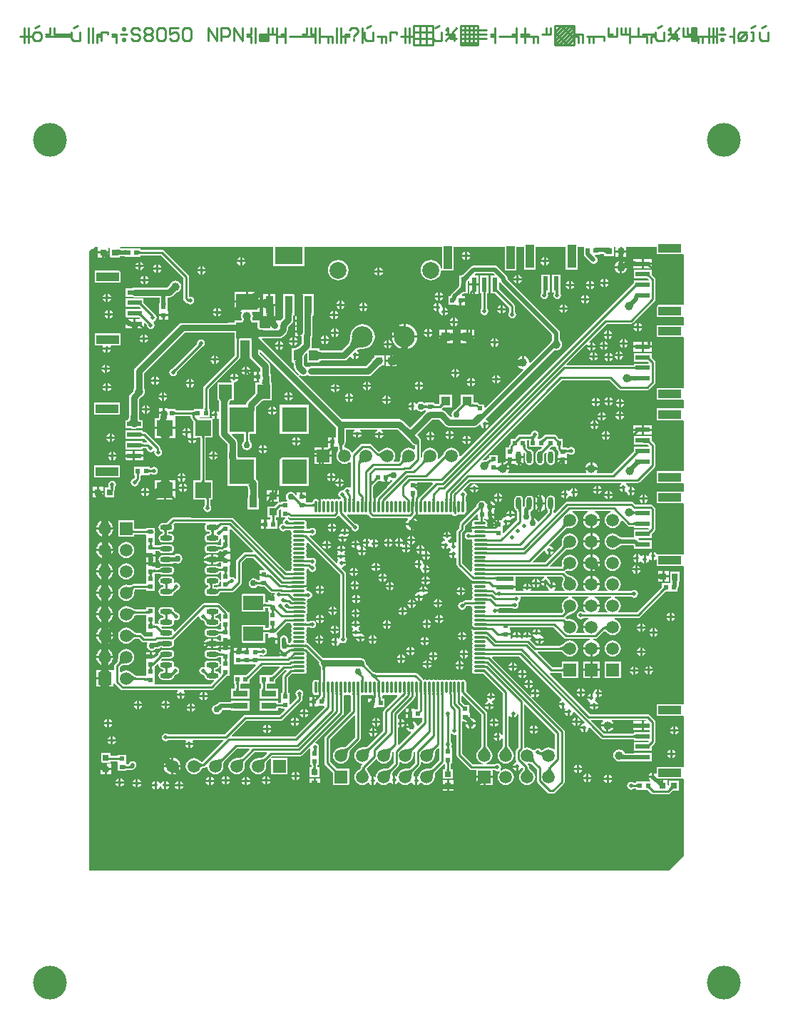
<source format=gtl>
G04*
G04 #@! TF.GenerationSoftware,Altium Limited,Altium Designer,19.0.12 (326)*
G04*
G04 Layer_Physical_Order=1*
G04 Layer_Color=255*
%FSLAX24Y24*%
%MOIN*%
G70*
G01*
G75*
%ADD11C,0.0100*%
%ADD21R,0.0300X0.0300*%
%ADD22R,0.0300X0.0300*%
%ADD23R,0.0374X0.0354*%
%ADD24R,0.0374X0.0354*%
%ADD25R,0.0236X0.0200*%
%ADD26R,0.0236X0.0669*%
%ADD27R,0.0394X0.1063*%
%ADD28R,0.0669X0.0236*%
%ADD29R,0.1063X0.0394*%
%ADD30R,0.0354X0.0846*%
%ADD31R,0.1280X0.0846*%
%ADD32R,0.0200X0.0236*%
%ADD33R,0.0984X0.0748*%
%ADD34R,0.0394X0.0500*%
%ADD35R,0.0945X0.0669*%
%ADD36R,0.1181X0.1181*%
%ADD37R,0.0598X0.0679*%
%ADD38R,0.0748X0.0728*%
%ADD39R,0.0433X0.0433*%
%ADD40O,0.0236X0.0571*%
%ADD41O,0.0571X0.0236*%
%ADD42R,0.0709X0.0295*%
%ADD43O,0.0118X0.0571*%
%ADD44O,0.0571X0.0118*%
%ADD75C,0.0300*%
%ADD76C,0.0200*%
%ADD77C,0.0984*%
%ADD78C,0.0787*%
%ADD79R,0.0591X0.0591*%
%ADD80C,0.0591*%
%ADD81R,0.0591X0.0591*%
%ADD82C,0.1575*%
%ADD83C,0.0197*%
%ADD84C,0.0390*%
%ADD85C,0.0300*%
G36*
X25799Y34336D02*
X25981Y34319D01*
X25982Y34038D01*
X25980Y34057D01*
X25974Y34074D01*
X25964Y34089D01*
X25950Y34102D01*
X25932Y34113D01*
X25910Y34122D01*
X25884Y34129D01*
X25853Y34134D01*
X25819Y34137D01*
X25786Y34138D01*
X25761Y34138D01*
X25649Y34129D01*
X25631Y34125D01*
X25617Y34121D01*
X25607Y34116D01*
X25601Y34110D01*
X25599Y34103D01*
Y34337D01*
X25781Y34338D01*
Y34338D01*
X25782Y34338D01*
X25799Y34338D01*
Y34336D01*
D02*
G37*
G36*
X28348Y34040D02*
X29571D01*
X29610Y34013D01*
Y31688D01*
X29571Y31661D01*
X29560Y31661D01*
X28348D01*
Y31107D01*
X29560D01*
X29571Y31107D01*
X29610Y31080D01*
Y30740D01*
X29571Y30713D01*
X29560Y30713D01*
X28348D01*
Y30159D01*
X29560D01*
X29571Y30159D01*
X29610Y30132D01*
Y27807D01*
X29571Y27780D01*
X29560Y27780D01*
X28348D01*
Y27226D01*
X29560D01*
X29571Y27226D01*
X29610Y27199D01*
Y26860D01*
X29571Y26832D01*
X29560Y26832D01*
X28348D01*
Y26279D01*
X29560D01*
X29571Y26279D01*
X29610Y26251D01*
Y23927D01*
X29571Y23899D01*
X29560Y23899D01*
X28348D01*
Y23346D01*
X29560D01*
X29571Y23346D01*
X29610Y23318D01*
Y22979D01*
X29571Y22952D01*
X29560Y22952D01*
X28348D01*
Y22398D01*
X29560D01*
X29571Y22398D01*
X29610Y22371D01*
Y20046D01*
X29571Y20019D01*
X29560Y20018D01*
X28350D01*
X28313Y20073D01*
X28247Y20117D01*
X28220Y20122D01*
Y19930D01*
Y19738D01*
X28247Y19743D01*
X28298Y19777D01*
X28348Y19757D01*
Y19465D01*
X29560D01*
X29571Y19465D01*
X29610Y19437D01*
Y13045D01*
X29571Y13017D01*
X29560Y13017D01*
X28348D01*
Y12464D01*
X29560D01*
X29571Y12464D01*
X29610Y12436D01*
Y10112D01*
X29571Y10084D01*
X29560Y10084D01*
X28348D01*
Y9785D01*
X28298Y9769D01*
X28242Y9807D01*
X28215Y9812D01*
Y9620D01*
X28165D01*
Y9570D01*
X27972D01*
X27978Y9543D01*
X28022Y9477D01*
X28057Y9453D01*
X28042Y9403D01*
X27790D01*
X27760Y9403D01*
X27710Y9403D01*
X27380D01*
Y9338D01*
X27275D01*
X27275Y9338D01*
X27272Y9338D01*
X27220Y9373D01*
X27150Y9387D01*
X27080Y9373D01*
X27021Y9334D01*
X26982Y9275D01*
X26968Y9205D01*
X26982Y9135D01*
X27021Y9076D01*
X27080Y9037D01*
X27150Y9023D01*
X27220Y9037D01*
X27272Y9072D01*
X27274Y9072D01*
X27276Y9072D01*
X27380D01*
Y9007D01*
X27710D01*
X27740Y9007D01*
X27790Y9007D01*
X27927D01*
X27931Y9004D01*
X27958Y8981D01*
X28093Y8847D01*
X28136Y8818D01*
X28186Y8808D01*
X28870D01*
X28921Y8818D01*
X28964Y8847D01*
X29078Y8960D01*
X29094Y8976D01*
X29108Y8987D01*
X29113Y8990D01*
X29380D01*
Y9450D01*
X28920D01*
Y9212D01*
X28905Y9200D01*
X28855Y9224D01*
Y9471D01*
X28655D01*
Y9221D01*
X28555D01*
Y9471D01*
X28406D01*
X28374Y9521D01*
X28378Y9531D01*
X29560D01*
X29571Y9531D01*
X29610Y9503D01*
Y5920D01*
X28930Y5240D01*
X1830D01*
Y34190D01*
X1940Y34300D01*
X1980Y34260D01*
X2100Y34380D01*
X2179D01*
X2225Y34371D01*
X2225Y34330D01*
Y34171D01*
X2475D01*
X2725D01*
X2725Y34338D01*
X2741Y34345D01*
X2759Y34340D01*
X2790Y34314D01*
Y33890D01*
X3167D01*
X3169Y33890D01*
X3171Y33890D01*
X3250D01*
Y33931D01*
X3252Y33931D01*
X3316Y33936D01*
X3450D01*
X3470Y33936D01*
Y33922D01*
X3549D01*
X3551Y33922D01*
X3553Y33922D01*
X3800D01*
X3830Y33922D01*
X3880Y33922D01*
X4210D01*
Y33987D01*
X5158D01*
X6217Y32928D01*
Y31970D01*
X6228Y31919D01*
X6256Y31876D01*
X6356Y31776D01*
X6399Y31748D01*
X6420Y31743D01*
X6421Y31741D01*
X6480Y31702D01*
X6550Y31688D01*
X6620Y31702D01*
X6679Y31741D01*
X6718Y31800D01*
X6732Y31870D01*
X6718Y31940D01*
X6679Y31999D01*
X6620Y32038D01*
X6550Y32052D01*
X6521Y32046D01*
X6483Y32078D01*
Y32983D01*
X6472Y33033D01*
X6444Y33076D01*
X5306Y34214D01*
X5263Y34242D01*
X5213Y34253D01*
X4210D01*
Y34318D01*
X3880D01*
X3850Y34318D01*
X3800Y34318D01*
X3553D01*
X3551Y34318D01*
X3549Y34318D01*
X3470D01*
Y34308D01*
X3412Y34304D01*
X3309D01*
X3275Y34306D01*
X3267Y34307D01*
X3262Y34341D01*
X3299Y34380D01*
X10430D01*
Y33470D01*
X11870D01*
Y34380D01*
X18311D01*
Y33382D01*
X18261Y33379D01*
X18256Y33412D01*
X18208Y33527D01*
X18132Y33626D01*
X18034Y33702D01*
X17918Y33750D01*
X17795Y33766D01*
X17671Y33750D01*
X17556Y33702D01*
X17457Y33626D01*
X17381Y33527D01*
X17333Y33412D01*
X17317Y33289D01*
X17333Y33165D01*
X17381Y33050D01*
X17457Y32951D01*
X17556Y32875D01*
X17671Y32827D01*
X17795Y32811D01*
X17918Y32827D01*
X18034Y32875D01*
X18132Y32951D01*
X18208Y33050D01*
X18256Y33165D01*
X18268Y33251D01*
X18311Y33268D01*
X18320Y33268D01*
X18864D01*
Y34380D01*
X21244D01*
Y33268D01*
X21797D01*
Y34380D01*
X22145D01*
Y33318D01*
X22699D01*
Y34380D01*
X24094D01*
Y33318D01*
X24647D01*
Y34380D01*
X24940D01*
Y34238D01*
X24936Y34220D01*
Y34050D01*
X24940Y34032D01*
Y34022D01*
X24942D01*
X24950Y33980D01*
X24990Y33920D01*
X25270Y33640D01*
X25330Y33600D01*
X25400Y33586D01*
X25470Y33600D01*
X25530Y33640D01*
X25570Y33700D01*
X25584Y33770D01*
X25570Y33840D01*
X25530Y33900D01*
X25454Y33976D01*
X25473Y34022D01*
X25597D01*
X25599Y34022D01*
X25601Y34022D01*
X25680D01*
Y34050D01*
X25742Y34055D01*
X25827D01*
X25843Y34053D01*
X25866Y34049D01*
X25884Y34045D01*
X25895Y34040D01*
X25900Y34037D01*
Y33940D01*
X26360D01*
Y34380D01*
X26425D01*
Y34219D01*
X26925D01*
Y34380D01*
X28348D01*
Y34040D01*
D02*
G37*
G36*
X4129Y34211D02*
X4132Y34202D01*
X4137Y34195D01*
X4144Y34188D01*
X4153Y34183D01*
X4164Y34178D01*
X4177Y34174D01*
X4192Y34172D01*
X4210Y34170D01*
X4229Y34170D01*
Y34070D01*
X4210Y34069D01*
X4192Y34068D01*
X4177Y34065D01*
X4164Y34062D01*
X4153Y34058D01*
X4144Y34052D01*
X4137Y34046D01*
X4132Y34038D01*
X4129Y34030D01*
X4128Y34020D01*
Y34220D01*
X4129Y34211D01*
D02*
G37*
G36*
X3171Y34260D02*
X3177Y34251D01*
X3187Y34244D01*
X3201Y34238D01*
X3219Y34232D01*
X3241Y34228D01*
X3267Y34224D01*
X3331Y34220D01*
X3364Y34220D01*
X3389Y34220D01*
X3543Y34231D01*
X3549Y34234D01*
X3551Y34237D01*
Y34003D01*
X3549Y34006D01*
X3543Y34009D01*
X3533Y34012D01*
X3519Y34014D01*
X3501Y34016D01*
X3423Y34019D01*
X3361Y34020D01*
X3331Y34020D01*
X3241Y34012D01*
X3219Y34008D01*
X3201Y34002D01*
X3187Y33996D01*
X3177Y33989D01*
X3171Y33980D01*
X3169Y33971D01*
Y34269D01*
X3171Y34260D01*
D02*
G37*
G36*
X27224Y9270D02*
X27229Y9267D01*
X27235Y9264D01*
X27241Y9262D01*
X27248Y9260D01*
X27256Y9258D01*
X27264Y9257D01*
X27273Y9256D01*
X27294Y9255D01*
Y9155D01*
X27283Y9155D01*
X27264Y9153D01*
X27256Y9152D01*
X27248Y9150D01*
X27241Y9148D01*
X27235Y9146D01*
X27229Y9143D01*
X27224Y9140D01*
X27220Y9136D01*
Y9274D01*
X27224Y9270D01*
D02*
G37*
G36*
X27462Y9105D02*
X27461Y9115D01*
X27458Y9123D01*
X27453Y9130D01*
X27446Y9137D01*
X27437Y9143D01*
X27426Y9147D01*
X27413Y9151D01*
X27398Y9153D01*
X27380Y9154D01*
X27361Y9155D01*
Y9255D01*
X27380Y9255D01*
X27398Y9257D01*
X27413Y9259D01*
X27426Y9263D01*
X27437Y9268D01*
X27446Y9273D01*
X27453Y9280D01*
X27458Y9287D01*
X27461Y9295D01*
X27462Y9305D01*
Y9105D01*
D02*
G37*
G36*
X29142Y9072D02*
X29135Y9078D01*
X29126Y9081D01*
X29115Y9081D01*
X29103Y9078D01*
X29090Y9072D01*
X29075Y9063D01*
X29059Y9052D01*
X29041Y9038D01*
X29001Y9000D01*
X28930Y9071D01*
X28950Y9092D01*
X28982Y9129D01*
X28993Y9145D01*
X29002Y9160D01*
X29007Y9173D01*
X29010Y9185D01*
X29010Y9196D01*
X29008Y9205D01*
X29002Y9213D01*
X29142Y9072D01*
D02*
G37*
G36*
X28032Y9222D02*
X28029Y9213D01*
X28029Y9202D01*
X28032Y9190D01*
X28038Y9177D01*
X28047Y9162D01*
X28058Y9146D01*
X28073Y9128D01*
X28110Y9088D01*
X28039Y9017D01*
X28018Y9037D01*
X27981Y9069D01*
X27965Y9080D01*
X27950Y9089D01*
X27937Y9094D01*
X27925Y9097D01*
X27914Y9098D01*
X27905Y9095D01*
X27897Y9089D01*
X28038Y9230D01*
X28032Y9222D01*
D02*
G37*
%LPC*%
G36*
X19490Y34152D02*
Y34010D01*
X19632D01*
X19627Y34037D01*
X19583Y34103D01*
X19517Y34147D01*
X19490Y34152D01*
D02*
G37*
G36*
X19390D02*
X19363Y34147D01*
X19297Y34103D01*
X19253Y34037D01*
X19248Y34010D01*
X19390D01*
Y34152D01*
D02*
G37*
G36*
X26925Y34119D02*
X26725D01*
Y34021D01*
X26824D01*
X26815Y34019D01*
X26806Y34013D01*
X26799Y34003D01*
X26793Y33989D01*
X26787Y33971D01*
X26783Y33949D01*
X26779Y33923D01*
X26779Y33919D01*
X26925D01*
Y34119D01*
D02*
G37*
G36*
X26625D02*
X26425D01*
Y33919D01*
X26570D01*
X26567Y33949D01*
X26563Y33971D01*
X26557Y33989D01*
X26551Y34003D01*
X26544Y34013D01*
X26535Y34019D01*
X26526Y34021D01*
X26625D01*
Y34119D01*
D02*
G37*
G36*
X2725Y34071D02*
X2525D01*
Y33871D01*
X2725D01*
Y34071D01*
D02*
G37*
G36*
X2425D02*
X2225D01*
Y33871D01*
X2425D01*
Y34071D01*
D02*
G37*
G36*
X19632Y33910D02*
X19490D01*
Y33768D01*
X19517Y33773D01*
X19583Y33817D01*
X19627Y33883D01*
X19632Y33910D01*
D02*
G37*
G36*
X19390D02*
X19248D01*
X19253Y33883D01*
X19297Y33817D01*
X19363Y33773D01*
X19390Y33768D01*
Y33910D01*
D02*
G37*
G36*
X23170Y33902D02*
Y33760D01*
X23312D01*
X23307Y33787D01*
X23263Y33853D01*
X23197Y33897D01*
X23170Y33902D01*
D02*
G37*
G36*
X23070D02*
X23043Y33897D01*
X22977Y33853D01*
X22933Y33787D01*
X22928Y33760D01*
X23070D01*
Y33902D01*
D02*
G37*
G36*
X8970D02*
Y33760D01*
X9112D01*
X9107Y33787D01*
X9063Y33853D01*
X8997Y33897D01*
X8970Y33902D01*
D02*
G37*
G36*
X8870D02*
X8843Y33897D01*
X8777Y33853D01*
X8733Y33787D01*
X8728Y33760D01*
X8870D01*
Y33902D01*
D02*
G37*
G36*
X26725Y33711D02*
Y33704D01*
X26759D01*
X26752Y33707D01*
X26725Y33711D01*
D02*
G37*
G36*
X26625D02*
X26598Y33707D01*
X26591Y33704D01*
X26625D01*
Y33711D01*
D02*
G37*
G36*
X28135Y33807D02*
X27750D01*
Y33639D01*
X27762D01*
Y33667D01*
X27770Y33662D01*
X27780Y33657D01*
X27791Y33652D01*
X27804Y33649D01*
X27819Y33646D01*
X27835Y33643D01*
X27872Y33640D01*
X27916Y33639D01*
X28135D01*
Y33807D01*
D02*
G37*
G36*
X27650D02*
X27265D01*
Y33693D01*
X27359Y33699D01*
X27365Y33702D01*
X27367Y33705D01*
Y33639D01*
X27650D01*
Y33807D01*
D02*
G37*
G36*
X4230Y33672D02*
Y33530D01*
X4372D01*
X4367Y33557D01*
X4323Y33623D01*
X4257Y33667D01*
X4230Y33672D01*
D02*
G37*
G36*
X4130D02*
X4103Y33667D01*
X4037Y33623D01*
X3993Y33557D01*
X3988Y33530D01*
X4130D01*
Y33672D01*
D02*
G37*
G36*
X23312Y33660D02*
X23170D01*
Y33518D01*
X23197Y33523D01*
X23263Y33567D01*
X23307Y33633D01*
X23312Y33660D01*
D02*
G37*
G36*
X23070D02*
X22928D01*
X22933Y33633D01*
X22977Y33567D01*
X23043Y33523D01*
X23070Y33518D01*
Y33660D01*
D02*
G37*
G36*
X9112D02*
X8970D01*
Y33518D01*
X8997Y33523D01*
X9063Y33567D01*
X9107Y33633D01*
X9112Y33660D01*
D02*
G37*
G36*
X8870D02*
X8728D01*
X8733Y33633D01*
X8777Y33567D01*
X8843Y33523D01*
X8870Y33518D01*
Y33660D01*
D02*
G37*
G36*
X27650Y33538D02*
X27367D01*
Y33472D01*
X27365Y33475D01*
X27359Y33478D01*
X27349Y33480D01*
X27335Y33482D01*
X27317Y33484D01*
X27265Y33487D01*
Y33370D01*
X27650D01*
Y33538D01*
D02*
G37*
G36*
X26775Y33698D02*
X26775Y33683D01*
X26778Y33645D01*
X26781Y33629D01*
X26784Y33613D01*
X26786Y33608D01*
X26788Y33609D01*
X26798Y33616D01*
X26809Y33624D01*
X26834Y33646D01*
X26848Y33659D01*
X26951Y33480D01*
X26942Y33470D01*
X26966D01*
X26962Y33497D01*
X26933Y33569D01*
X26885Y33630D01*
X26824Y33678D01*
X26775Y33698D01*
D02*
G37*
G36*
X26772Y33559D02*
X26725D01*
Y33470D01*
X26822D01*
X26772Y33559D01*
D02*
G37*
G36*
X26575Y33698D02*
X26526Y33678D01*
X26465Y33630D01*
X26417Y33569D01*
X26388Y33497D01*
X26384Y33470D01*
X26625D01*
Y33559D01*
X26539D01*
X26545Y33567D01*
X26552Y33577D01*
X26557Y33587D01*
X26562Y33600D01*
X26566Y33613D01*
X26569Y33629D01*
X26572Y33645D01*
X26575Y33683D01*
X26575Y33698D01*
D02*
G37*
G36*
X5050Y33552D02*
Y33410D01*
X5192D01*
X5187Y33437D01*
X5143Y33503D01*
X5077Y33547D01*
X5050Y33552D01*
D02*
G37*
G36*
X4950D02*
X4923Y33547D01*
X4857Y33503D01*
X4813Y33437D01*
X4808Y33410D01*
X4950D01*
Y33552D01*
D02*
G37*
G36*
X28135Y33538D02*
X28047D01*
X28053Y33529D01*
X28067Y33511D01*
X28104Y33472D01*
X28033Y33401D01*
X28013Y33421D01*
X27976Y33452D01*
X27960Y33463D01*
X27945Y33472D01*
X27932Y33477D01*
X27920Y33480D01*
X27909D01*
X27900Y33477D01*
X27892Y33472D01*
X27959Y33538D01*
X27917D01*
Y33538D01*
X27894Y33538D01*
X27835Y33534D01*
X27819Y33531D01*
X27804Y33528D01*
X27791Y33525D01*
X27780Y33520D01*
X27770Y33515D01*
X27762Y33510D01*
Y33538D01*
X27750D01*
Y33370D01*
X28135D01*
Y33538D01*
D02*
G37*
G36*
X7120Y33472D02*
Y33330D01*
X7262D01*
X7257Y33357D01*
X7213Y33423D01*
X7147Y33467D01*
X7120Y33472D01*
D02*
G37*
G36*
X7020D02*
X6993Y33467D01*
X6927Y33423D01*
X6883Y33357D01*
X6878Y33330D01*
X7020D01*
Y33472D01*
D02*
G37*
G36*
X4372Y33430D02*
X4230D01*
Y33288D01*
X4257Y33293D01*
X4323Y33337D01*
X4367Y33403D01*
X4372Y33430D01*
D02*
G37*
G36*
X4130D02*
X3988D01*
X3993Y33403D01*
X4037Y33337D01*
X4103Y33293D01*
X4130Y33288D01*
Y33430D01*
D02*
G37*
G36*
X15400Y33422D02*
Y33280D01*
X15542D01*
X15537Y33307D01*
X15493Y33373D01*
X15427Y33417D01*
X15400Y33422D01*
D02*
G37*
G36*
X15300D02*
X15273Y33417D01*
X15207Y33373D01*
X15163Y33307D01*
X15158Y33280D01*
X15300D01*
Y33422D01*
D02*
G37*
G36*
X5192Y33310D02*
X5050D01*
Y33168D01*
X5077Y33173D01*
X5143Y33217D01*
X5187Y33283D01*
X5192Y33310D01*
D02*
G37*
G36*
X4950D02*
X4808D01*
X4813Y33283D01*
X4857Y33217D01*
X4923Y33173D01*
X4950Y33168D01*
Y33310D01*
D02*
G37*
G36*
X26966Y33370D02*
X26725D01*
Y33129D01*
X26752Y33133D01*
X26824Y33162D01*
X26885Y33210D01*
X26933Y33271D01*
X26962Y33343D01*
X26966Y33370D01*
D02*
G37*
G36*
X26625D02*
X26384D01*
X26388Y33343D01*
X26417Y33271D01*
X26465Y33210D01*
X26526Y33162D01*
X26598Y33133D01*
X26625Y33129D01*
Y33370D01*
D02*
G37*
G36*
X7262Y33230D02*
X7120D01*
Y33088D01*
X7147Y33093D01*
X7213Y33137D01*
X7257Y33203D01*
X7262Y33230D01*
D02*
G37*
G36*
X7020D02*
X6878D01*
X6883Y33203D01*
X6927Y33137D01*
X6993Y33093D01*
X7020Y33088D01*
Y33230D01*
D02*
G37*
G36*
X15542Y33180D02*
X15400D01*
Y33038D01*
X15427Y33043D01*
X15493Y33087D01*
X15537Y33153D01*
X15542Y33180D01*
D02*
G37*
G36*
X15300D02*
X15158D01*
X15163Y33153D01*
X15207Y33087D01*
X15273Y33043D01*
X15300Y33038D01*
Y33180D01*
D02*
G37*
G36*
X21900Y33062D02*
Y32920D01*
X22042D01*
X22037Y32947D01*
X21993Y33013D01*
X21927Y33057D01*
X21900Y33062D01*
D02*
G37*
G36*
X21800D02*
X21773Y33057D01*
X21707Y33013D01*
X21663Y32947D01*
X21658Y32920D01*
X21800D01*
Y33062D01*
D02*
G37*
G36*
X4450Y33012D02*
Y32870D01*
X4592D01*
X4587Y32897D01*
X4543Y32963D01*
X4477Y33007D01*
X4450Y33012D01*
D02*
G37*
G36*
X4350D02*
X4323Y33007D01*
X4257Y32963D01*
X4213Y32897D01*
X4208Y32870D01*
X4350D01*
Y33012D01*
D02*
G37*
G36*
X13464Y33766D02*
X13340Y33750D01*
X13225Y33702D01*
X13126Y33626D01*
X13050Y33527D01*
X13002Y33412D01*
X12986Y33289D01*
X13002Y33165D01*
X13050Y33050D01*
X13126Y32951D01*
X13225Y32875D01*
X13340Y32827D01*
X13464Y32811D01*
X13588Y32827D01*
X13703Y32875D01*
X13802Y32951D01*
X13878Y33050D01*
X13925Y33165D01*
X13942Y33289D01*
X13925Y33412D01*
X13878Y33527D01*
X13802Y33626D01*
X13703Y33702D01*
X13588Y33750D01*
X13464Y33766D01*
D02*
G37*
G36*
X25950Y32882D02*
Y32740D01*
X26092D01*
X26087Y32767D01*
X26043Y32833D01*
X25977Y32877D01*
X25950Y32882D01*
D02*
G37*
G36*
X25850D02*
X25823Y32877D01*
X25757Y32833D01*
X25713Y32767D01*
X25708Y32740D01*
X25850D01*
Y32882D01*
D02*
G37*
G36*
X3302Y33259D02*
X2079D01*
Y32706D01*
X3302D01*
Y33259D01*
D02*
G37*
G36*
X22042Y32820D02*
X21900D01*
Y32678D01*
X21927Y32683D01*
X21993Y32727D01*
X22037Y32793D01*
X22042Y32820D01*
D02*
G37*
G36*
X21800D02*
X21658D01*
X21663Y32793D01*
X21707Y32727D01*
X21773Y32683D01*
X21800Y32678D01*
Y32820D01*
D02*
G37*
G36*
X25280Y32782D02*
Y32640D01*
X25422D01*
X25417Y32667D01*
X25373Y32733D01*
X25307Y32777D01*
X25280Y32782D01*
D02*
G37*
G36*
X25180D02*
X25153Y32777D01*
X25087Y32733D01*
X25043Y32667D01*
X25038Y32640D01*
X25180D01*
Y32782D01*
D02*
G37*
G36*
X24340D02*
Y32640D01*
X24482D01*
X24477Y32667D01*
X24433Y32733D01*
X24367Y32777D01*
X24340Y32782D01*
D02*
G37*
G36*
X24240D02*
X24213Y32777D01*
X24147Y32733D01*
X24103Y32667D01*
X24098Y32640D01*
X24240D01*
Y32782D01*
D02*
G37*
G36*
X4592Y32770D02*
X4450D01*
Y32628D01*
X4477Y32633D01*
X4543Y32677D01*
X4587Y32743D01*
X4592Y32770D01*
D02*
G37*
G36*
X4350D02*
X4208D01*
X4213Y32743D01*
X4257Y32677D01*
X4323Y32633D01*
X4350Y32628D01*
Y32770D01*
D02*
G37*
G36*
X26092Y32640D02*
X25950D01*
Y32498D01*
X25977Y32503D01*
X26043Y32547D01*
X26087Y32613D01*
X26092Y32640D01*
D02*
G37*
G36*
X25850D02*
X25708D01*
X25713Y32613D01*
X25757Y32547D01*
X25823Y32503D01*
X25850Y32498D01*
Y32640D01*
D02*
G37*
G36*
X25422Y32540D02*
X25280D01*
Y32398D01*
X25307Y32403D01*
X25373Y32447D01*
X25417Y32513D01*
X25422Y32540D01*
D02*
G37*
G36*
X25180D02*
X25038D01*
X25043Y32513D01*
X25087Y32447D01*
X25153Y32403D01*
X25180Y32398D01*
Y32540D01*
D02*
G37*
G36*
X24482D02*
X24340D01*
Y32398D01*
X24367Y32403D01*
X24433Y32447D01*
X24477Y32513D01*
X24482Y32540D01*
D02*
G37*
G36*
X24240D02*
X24098D01*
X24103Y32513D01*
X24147Y32447D01*
X24213Y32403D01*
X24240Y32398D01*
Y32540D01*
D02*
G37*
G36*
X20026Y32570D02*
X19858D01*
Y32185D01*
X20026D01*
Y32570D01*
D02*
G37*
G36*
X19758D02*
X19590D01*
Y32185D01*
X19758D01*
Y32570D01*
D02*
G37*
G36*
X9571Y32290D02*
X9250D01*
Y31866D01*
X9589D01*
X9267Y32189D01*
X9290Y32172D01*
X9318Y32164D01*
X9349D01*
X9385Y32172D01*
X9426Y32189D01*
X9470Y32215D01*
X9519Y32249D01*
X9571Y32290D01*
D02*
G37*
G36*
X18220Y32242D02*
Y32100D01*
X18362D01*
X18357Y32127D01*
X18313Y32193D01*
X18247Y32237D01*
X18220Y32242D01*
D02*
G37*
G36*
X18120D02*
X18093Y32237D01*
X18027Y32193D01*
X17983Y32127D01*
X17978Y32100D01*
X18120D01*
Y32242D01*
D02*
G37*
G36*
X2700Y32192D02*
Y32050D01*
X2842D01*
X2837Y32077D01*
X2793Y32143D01*
X2727Y32187D01*
X2700Y32192D01*
D02*
G37*
G36*
X2600D02*
X2573Y32187D01*
X2507Y32143D01*
X2463Y32077D01*
X2458Y32050D01*
X2600D01*
Y32192D01*
D02*
G37*
G36*
X25060Y32112D02*
Y31970D01*
X25202D01*
X25197Y31997D01*
X25153Y32063D01*
X25087Y32107D01*
X25060Y32112D01*
D02*
G37*
G36*
X24960D02*
X24933Y32107D01*
X24867Y32063D01*
X24823Y31997D01*
X24818Y31970D01*
X24960D01*
Y32112D01*
D02*
G37*
G36*
X23840Y33085D02*
X23444D01*
Y32255D01*
X23513D01*
X23536Y32229D01*
X23542Y32205D01*
X23532Y32190D01*
X23518Y32120D01*
X23532Y32050D01*
X23571Y31991D01*
X23630Y31952D01*
X23700Y31938D01*
X23770Y31952D01*
X23829Y31991D01*
X23868Y32050D01*
X23882Y32120D01*
X23868Y32190D01*
X23855Y32209D01*
X23840Y32255D01*
X23840Y32255D01*
X23840Y32255D01*
Y32334D01*
X23841Y32336D01*
X23840Y32338D01*
Y33085D01*
D02*
G37*
G36*
X23348D02*
X22952D01*
Y32338D01*
X22952Y32336D01*
X22952Y32334D01*
Y32255D01*
X22952Y32255D01*
X22952D01*
X22944Y32208D01*
X22932Y32190D01*
X22918Y32120D01*
X22932Y32050D01*
X22971Y31991D01*
X23030Y31952D01*
X23100Y31938D01*
X23170Y31952D01*
X23229Y31991D01*
X23268Y32050D01*
X23282Y32120D01*
X23268Y32190D01*
X23258Y32205D01*
X23264Y32229D01*
X23268Y32235D01*
X23289Y32255D01*
X23348D01*
Y33085D01*
D02*
G37*
G36*
X9792Y32067D02*
X9750Y32017D01*
X9716Y31969D01*
X9716Y31968D01*
X9718Y31965D01*
X9739Y31945D01*
X9766Y31929D01*
X9792Y31918D01*
Y32067D01*
D02*
G37*
G36*
X9691Y31924D02*
X9674Y31884D01*
X9670Y31866D01*
X9691D01*
Y31924D01*
D02*
G37*
G36*
X9150Y32290D02*
X8608D01*
Y31866D01*
X9150D01*
Y32290D01*
D02*
G37*
G36*
X18362Y32000D02*
X18220D01*
Y31858D01*
X18247Y31863D01*
X18313Y31907D01*
X18357Y31973D01*
X18362Y32000D01*
D02*
G37*
G36*
X18120D02*
X17978D01*
X17983Y31973D01*
X18027Y31907D01*
X18093Y31863D01*
X18120Y31858D01*
Y32000D01*
D02*
G37*
G36*
X2842Y31950D02*
X2700D01*
Y31808D01*
X2727Y31813D01*
X2793Y31857D01*
X2837Y31923D01*
X2842Y31950D01*
D02*
G37*
G36*
X2600D02*
X2458D01*
X2463Y31923D01*
X2507Y31857D01*
X2573Y31813D01*
X2600Y31808D01*
Y31950D01*
D02*
G37*
G36*
X25202Y31870D02*
X25060D01*
Y31728D01*
X25087Y31733D01*
X25153Y31777D01*
X25197Y31843D01*
X25202Y31870D01*
D02*
G37*
G36*
X24960D02*
X24818D01*
X24823Y31843D01*
X24867Y31777D01*
X24933Y31733D01*
X24960Y31728D01*
Y31870D01*
D02*
G37*
G36*
X13610Y31862D02*
Y31720D01*
X13752D01*
X13747Y31747D01*
X13703Y31813D01*
X13637Y31857D01*
X13610Y31862D01*
D02*
G37*
G36*
X13510D02*
X13483Y31857D01*
X13417Y31813D01*
X13373Y31747D01*
X13368Y31720D01*
X13510D01*
Y31862D01*
D02*
G37*
G36*
X10522Y32190D02*
X10294D01*
Y31716D01*
X10522D01*
Y32190D01*
D02*
G37*
G36*
X10194D02*
X9967D01*
Y31918D01*
X9994Y31929D01*
X10022Y31945D01*
X10043Y31965D01*
X10058Y31987D01*
X10067Y32013D01*
X10070Y32041D01*
Y31716D01*
X10194D01*
Y32190D01*
D02*
G37*
G36*
X19380Y31820D02*
X19230D01*
Y31652D01*
X19380D01*
Y31820D01*
D02*
G37*
G36*
X14690Y31762D02*
Y31620D01*
X14832D01*
X14827Y31647D01*
X14783Y31713D01*
X14717Y31757D01*
X14690Y31762D01*
D02*
G37*
G36*
X14590D02*
X14563Y31757D01*
X14497Y31713D01*
X14453Y31647D01*
X14448Y31620D01*
X14590D01*
Y31762D01*
D02*
G37*
G36*
X18060Y31742D02*
X18033Y31737D01*
X17967Y31693D01*
X17923Y31627D01*
X17918Y31600D01*
X18060D01*
Y31742D01*
D02*
G37*
G36*
X24040Y31692D02*
Y31550D01*
X24182D01*
X24177Y31577D01*
X24133Y31643D01*
X24067Y31687D01*
X24040Y31692D01*
D02*
G37*
G36*
X23940D02*
X23913Y31687D01*
X23847Y31643D01*
X23803Y31577D01*
X23798Y31550D01*
X23940D01*
Y31692D01*
D02*
G37*
G36*
X21140Y31652D02*
Y31510D01*
X21282D01*
X21277Y31537D01*
X21233Y31603D01*
X21167Y31647D01*
X21140Y31652D01*
D02*
G37*
G36*
X21040D02*
X21013Y31647D01*
X20947Y31603D01*
X20903Y31537D01*
X20898Y31510D01*
X21040D01*
Y31652D01*
D02*
G37*
G36*
X13752Y31620D02*
X13610D01*
Y31478D01*
X13637Y31483D01*
X13703Y31527D01*
X13747Y31593D01*
X13752Y31620D01*
D02*
G37*
G36*
X13510D02*
X13368D01*
X13373Y31593D01*
X13417Y31527D01*
X13483Y31483D01*
X13510Y31478D01*
Y31620D01*
D02*
G37*
G36*
X10194Y31616D02*
X10070D01*
Y31441D01*
X10067Y31470D01*
X10058Y31495D01*
X10043Y31518D01*
X10022Y31537D01*
X9994Y31554D01*
X9967Y31565D01*
Y31143D01*
X10110D01*
X10108Y31170D01*
X10103Y31197D01*
X10096Y31218D01*
X10088Y31233D01*
X10079Y31241D01*
X10069Y31244D01*
X10194D01*
Y31616D01*
D02*
G37*
G36*
X18440Y31542D02*
Y31400D01*
X18582D01*
X18577Y31427D01*
X18533Y31493D01*
X18467Y31537D01*
X18440Y31542D01*
D02*
G37*
G36*
X14832Y31520D02*
X14690D01*
Y31378D01*
X14717Y31383D01*
X14783Y31427D01*
X14827Y31493D01*
X14832Y31520D01*
D02*
G37*
G36*
X14590D02*
X14448D01*
X14453Y31493D01*
X14497Y31427D01*
X14563Y31383D01*
X14590Y31378D01*
Y31520D01*
D02*
G37*
G36*
X7850Y31512D02*
Y31370D01*
X7992D01*
X7987Y31397D01*
X7943Y31463D01*
X7877Y31507D01*
X7850Y31512D01*
D02*
G37*
G36*
X7750D02*
X7723Y31507D01*
X7657Y31463D01*
X7613Y31397D01*
X7608Y31370D01*
X7750D01*
Y31512D01*
D02*
G37*
G36*
X18060Y31500D02*
X17918D01*
X17923Y31473D01*
X17967Y31407D01*
X18033Y31363D01*
X18060Y31358D01*
Y31500D01*
D02*
G37*
G36*
X24182Y31450D02*
X24040D01*
Y31308D01*
X24067Y31313D01*
X24133Y31357D01*
X24177Y31423D01*
X24182Y31450D01*
D02*
G37*
G36*
X23940D02*
X23798D01*
X23803Y31423D01*
X23847Y31357D01*
X23913Y31313D01*
X23940Y31308D01*
Y31450D01*
D02*
G37*
G36*
X2790Y31412D02*
Y31270D01*
X2932D01*
X2927Y31297D01*
X2883Y31363D01*
X2817Y31407D01*
X2790Y31412D01*
D02*
G37*
G36*
X2690D02*
X2663Y31407D01*
X2597Y31363D01*
X2553Y31297D01*
X2548Y31270D01*
X2690D01*
Y31412D01*
D02*
G37*
G36*
X21282Y31410D02*
X21140D01*
Y31268D01*
X21167Y31273D01*
X21233Y31317D01*
X21277Y31383D01*
X21282Y31410D01*
D02*
G37*
G36*
X21040D02*
X20898D01*
X20903Y31383D01*
X20947Y31317D01*
X21013Y31273D01*
X21040Y31268D01*
Y31410D01*
D02*
G37*
G36*
X13310Y31392D02*
Y31250D01*
X13452D01*
X13447Y31277D01*
X13403Y31343D01*
X13337Y31387D01*
X13310Y31392D01*
D02*
G37*
G36*
X13210D02*
X13183Y31387D01*
X13117Y31343D01*
X13073Y31277D01*
X13068Y31250D01*
X13210D01*
Y31392D01*
D02*
G37*
G36*
X5850Y32797D02*
X5778Y32788D01*
X5711Y32760D01*
X5654Y32716D01*
X5610Y32659D01*
X5594Y32620D01*
X5463Y32489D01*
X3950D01*
X3860Y32471D01*
X3832Y32452D01*
X3535D01*
Y32056D01*
X3832D01*
X3860Y32038D01*
X3950Y32020D01*
X5116D01*
Y31770D01*
X5116Y31750D01*
X5102D01*
Y31671D01*
X5102Y31669D01*
X5102Y31667D01*
Y31390D01*
X5082D01*
Y31240D01*
X5300D01*
X5518D01*
Y31390D01*
X5498D01*
Y31667D01*
X5498Y31669D01*
X5498Y31671D01*
Y31750D01*
X5488D01*
X5484Y31808D01*
Y32020D01*
X5560D01*
X5650Y32038D01*
X5726Y32088D01*
X5884Y32247D01*
X5922Y32252D01*
X5989Y32280D01*
X6046Y32324D01*
X6090Y32381D01*
X6118Y32448D01*
X6127Y32520D01*
X6118Y32592D01*
X6090Y32659D01*
X6046Y32716D01*
X5989Y32760D01*
X5922Y32788D01*
X5850Y32797D01*
D02*
G37*
G36*
X20498Y33035D02*
X20102D01*
Y32205D01*
X20167D01*
Y31493D01*
X20132Y31440D01*
X20118Y31370D01*
X20132Y31300D01*
X20171Y31241D01*
X20230Y31202D01*
X20300Y31188D01*
X20370Y31202D01*
X20429Y31241D01*
X20468Y31300D01*
X20482Y31370D01*
X20468Y31440D01*
X20433Y31493D01*
Y32205D01*
X20498D01*
Y33035D01*
D02*
G37*
G36*
X18582Y31300D02*
X18440D01*
Y31158D01*
X18467Y31163D01*
X18533Y31207D01*
X18577Y31273D01*
X18582Y31300D01*
D02*
G37*
G36*
X18160Y31742D02*
Y31550D01*
Y31352D01*
X18188Y31350D01*
X18194Y31317D01*
X18203Y31273D01*
X18247Y31207D01*
X18313Y31163D01*
X18340Y31158D01*
Y31350D01*
Y31548D01*
X18312Y31550D01*
X18306Y31583D01*
X18297Y31627D01*
X18253Y31693D01*
X18187Y31737D01*
X18160Y31742D01*
D02*
G37*
G36*
X10522Y31616D02*
X10294D01*
Y31244D01*
X10420D01*
X10421Y31241D01*
X10421Y31233D01*
X10421Y31143D01*
X10522D01*
Y31616D01*
D02*
G37*
G36*
X7992Y31270D02*
X7850D01*
Y31128D01*
X7877Y31133D01*
X7943Y31177D01*
X7987Y31243D01*
X7992Y31270D01*
D02*
G37*
G36*
X7750D02*
X7608D01*
X7613Y31243D01*
X7657Y31177D01*
X7723Y31133D01*
X7750Y31128D01*
Y31270D01*
D02*
G37*
G36*
X2932Y31170D02*
X2790D01*
Y31028D01*
X2817Y31033D01*
X2883Y31077D01*
X2927Y31143D01*
X2932Y31170D01*
D02*
G37*
G36*
X2690D02*
X2548D01*
X2553Y31143D01*
X2597Y31077D01*
X2663Y31033D01*
X2690Y31028D01*
Y31170D01*
D02*
G37*
G36*
X13452Y31150D02*
X13310D01*
Y31008D01*
X13337Y31013D01*
X13403Y31057D01*
X13447Y31123D01*
X13452Y31150D01*
D02*
G37*
G36*
X13210D02*
X13068D01*
X13073Y31123D01*
X13117Y31057D01*
X13183Y31013D01*
X13210Y31008D01*
Y31150D01*
D02*
G37*
G36*
X5518Y31140D02*
X5350D01*
Y31092D01*
X5400D01*
X5390Y31091D01*
X5382Y31088D01*
X5375Y31083D01*
X5368Y31076D01*
X5362Y31067D01*
X5358Y31056D01*
X5354Y31043D01*
X5352Y31028D01*
X5350Y31010D01*
X5350Y30991D01*
Y30990D01*
X5518D01*
Y31140D01*
D02*
G37*
G36*
X5250D02*
X5082D01*
Y30990D01*
X5250D01*
Y30991D01*
D01*
X5250Y31010D01*
X5248Y31028D01*
X5246Y31043D01*
X5242Y31056D01*
X5238Y31067D01*
X5232Y31076D01*
X5225Y31083D01*
X5218Y31088D01*
X5210Y31091D01*
X5200Y31092D01*
X5250D01*
Y31140D01*
D02*
G37*
G36*
X11600Y31138D02*
X11450D01*
Y30970D01*
X11600D01*
Y31138D01*
D02*
G37*
G36*
X3576Y30996D02*
X3515D01*
Y30935D01*
X3576Y30996D01*
D02*
G37*
G36*
X18910Y31062D02*
Y30920D01*
X19052D01*
X19047Y30947D01*
X19003Y31013D01*
X18937Y31057D01*
X18910Y31062D01*
D02*
G37*
G36*
X18810D02*
X18783Y31057D01*
X18717Y31013D01*
X18673Y30947D01*
X18668Y30920D01*
X18810D01*
Y31062D01*
D02*
G37*
G36*
X3900Y30996D02*
X3659D01*
X3728Y30937D01*
X3760Y30915D01*
X3790Y30898D01*
X3817Y30887D01*
X3841Y30881D01*
X3863Y30880D01*
X3883Y30885D01*
X3899Y30895D01*
X3818Y30828D01*
X3900D01*
Y30996D01*
D02*
G37*
G36*
X3515Y30851D02*
Y30828D01*
X3536D01*
X3515Y30851D01*
D02*
G37*
G36*
X11600Y30870D02*
X11450D01*
Y30702D01*
X11600D01*
Y30870D01*
D02*
G37*
G36*
X27510Y30822D02*
Y30680D01*
X27652D01*
X27647Y30707D01*
X27603Y30773D01*
X27537Y30817D01*
X27510Y30822D01*
D02*
G37*
G36*
X27410D02*
X27383Y30817D01*
X27317Y30773D01*
X27273Y30707D01*
X27268Y30680D01*
X27410D01*
Y30822D01*
D02*
G37*
G36*
X19052Y30820D02*
X18910D01*
Y30678D01*
X18937Y30683D01*
X19003Y30727D01*
X19047Y30793D01*
X19052Y30820D01*
D02*
G37*
G36*
X18810D02*
X18668D01*
X18673Y30793D01*
X18717Y30727D01*
X18783Y30683D01*
X18810Y30678D01*
Y30820D01*
D02*
G37*
G36*
X16514Y30772D02*
X16448Y30765D01*
X16337Y30731D01*
X16285Y30703D01*
X16293Y30700D01*
X16337Y30688D01*
X16383Y30679D01*
X16431Y30673D01*
X16482Y30671D01*
X16514Y30672D01*
Y30772D01*
D02*
G37*
G36*
X3900Y30728D02*
X3697D01*
X3617Y30661D01*
X3615Y30680D01*
X3611Y30700D01*
X3604Y30721D01*
X3601Y30728D01*
X3515D01*
Y30560D01*
X3842D01*
X3841Y30564D01*
X3834Y30590D01*
X3825Y30612D01*
X3814Y30630D01*
X3801Y30644D01*
X3786Y30654D01*
X3769Y30660D01*
X3750Y30662D01*
X3900D01*
Y30728D01*
D02*
G37*
G36*
X4365Y31960D02*
X3535D01*
Y31564D01*
X4172D01*
X4176Y31561D01*
X4203Y31538D01*
X4227Y31514D01*
X4208Y31468D01*
X3535D01*
Y31072D01*
X4171D01*
X4198Y31042D01*
X4179Y30996D01*
X4000D01*
Y30778D01*
Y30662D01*
X4142D01*
X4282Y30802D01*
X4277Y30795D01*
X4274Y30786D01*
X4274Y30775D01*
X4277Y30763D01*
X4283Y30750D01*
X4291Y30735D01*
X4303Y30718D01*
X4317Y30701D01*
X4354Y30661D01*
X4283Y30590D01*
X4263Y30610D01*
X4226Y30642D01*
X4210Y30653D01*
X4195Y30662D01*
X4181Y30667D01*
X4169Y30670D01*
X4159Y30670D01*
X4150Y30668D01*
X4142Y30662D01*
X4150D01*
X4131Y30660D01*
X4114Y30654D01*
X4099Y30644D01*
X4086Y30630D01*
X4075Y30612D01*
X4066Y30590D01*
X4059Y30564D01*
X4058Y30560D01*
X4385D01*
Y30799D01*
X4431Y30818D01*
X4520Y30729D01*
X4518Y30720D01*
X4532Y30650D01*
X4571Y30591D01*
X4630Y30552D01*
X4700Y30538D01*
X4770Y30552D01*
X4829Y30591D01*
X4868Y30650D01*
X4882Y30720D01*
X4868Y30790D01*
X4832Y30843D01*
X4837Y30871D01*
X4846Y30897D01*
X4870Y30902D01*
X4929Y30941D01*
X4968Y31000D01*
X4982Y31070D01*
X4968Y31140D01*
X4929Y31199D01*
X4892Y31223D01*
X4878Y31237D01*
X4875Y31241D01*
X4394Y31722D01*
X4379Y31738D01*
X4368Y31752D01*
X4365Y31757D01*
Y31960D01*
D02*
G37*
G36*
X11600Y30638D02*
X11450D01*
Y30470D01*
X11600D01*
Y30638D01*
D02*
G37*
G36*
X27652Y30580D02*
X27510D01*
Y30438D01*
X27537Y30443D01*
X27603Y30487D01*
X27647Y30553D01*
X27652Y30580D01*
D02*
G37*
G36*
X27410D02*
X27268D01*
X27273Y30553D01*
X27317Y30487D01*
X27383Y30443D01*
X27410Y30438D01*
Y30580D01*
D02*
G37*
G36*
X13360Y30562D02*
Y30420D01*
X13502D01*
X13497Y30447D01*
X13453Y30513D01*
X13387Y30557D01*
X13360Y30562D01*
D02*
G37*
G36*
X13260D02*
X13233Y30557D01*
X13167Y30513D01*
X13123Y30447D01*
X13118Y30420D01*
X13260D01*
Y30562D01*
D02*
G37*
G36*
X17710Y30546D02*
Y30403D01*
X17852D01*
X17847Y30431D01*
X17803Y30497D01*
X17737Y30540D01*
X17710Y30546D01*
D02*
G37*
G36*
X17610D02*
X17583Y30540D01*
X17517Y30497D01*
X17473Y30431D01*
X17468Y30403D01*
X17610D01*
Y30546D01*
D02*
G37*
G36*
X18815Y30497D02*
X18548D01*
Y30231D01*
X18713D01*
Y30396D01*
X18716Y30384D01*
X18725Y30373D01*
X18740Y30363D01*
X18761Y30354D01*
X18788Y30347D01*
X18815Y30343D01*
Y30497D01*
D02*
G37*
G36*
X26110Y30462D02*
Y30320D01*
X26252D01*
X26247Y30347D01*
X26203Y30413D01*
X26137Y30457D01*
X26110Y30462D01*
D02*
G37*
G36*
X26010D02*
X25983Y30457D01*
X25917Y30413D01*
X25873Y30347D01*
X25868Y30320D01*
X26010D01*
Y30462D01*
D02*
G37*
G36*
X16614Y30772D02*
Y30231D01*
X17154D01*
X17148Y30298D01*
X17114Y30409D01*
X17059Y30512D01*
X16985Y30602D01*
X16895Y30676D01*
X16792Y30731D01*
X16680Y30765D01*
X16614Y30772D01*
D02*
G37*
G36*
X16514Y30651D02*
X16136Y30231D01*
X16514D01*
Y30651D01*
D02*
G37*
G36*
X16020Y30419D02*
X16015Y30409D01*
X15981Y30298D01*
X15974Y30231D01*
X16067D01*
X16062Y30267D01*
X16053Y30316D01*
X16040Y30362D01*
X16025Y30407D01*
X16020Y30419D01*
D02*
G37*
G36*
X19815Y30497D02*
X19548D01*
Y30231D01*
X19554D01*
X19607Y30283D01*
X19612Y30353D01*
X19613Y30395D01*
X19565Y30395D01*
X19574Y30396D01*
X19583Y30399D01*
X19590Y30404D01*
X19597Y30411D01*
X19602Y30421D01*
X19607Y30432D01*
X19610Y30445D01*
X19613Y30460D01*
X19614Y30477D01*
X19615Y30496D01*
X19715D01*
X19714Y30456D01*
X19715D01*
X19715Y30402D01*
X19729Y30232D01*
X19729Y30231D01*
X19815D01*
Y30497D01*
D02*
G37*
G36*
X19448D02*
X19181D01*
Y30343D01*
X19208Y30347D01*
X19235Y30354D01*
X19256Y30363D01*
X19271Y30373D01*
X19280Y30384D01*
X19283Y30396D01*
Y30231D01*
X19448D01*
Y30497D01*
D02*
G37*
G36*
X18448D02*
X18182D01*
Y30231D01*
X18283D01*
X18300Y30271D01*
X18308Y30307D01*
Y30339D01*
X18300Y30367D01*
X18283Y30390D01*
X18442Y30231D01*
X18448D01*
Y30497D01*
D02*
G37*
G36*
X11600Y30370D02*
X11450D01*
Y30202D01*
X11600D01*
Y30370D01*
D02*
G37*
G36*
X13502Y30320D02*
X13360D01*
Y30178D01*
X13387Y30183D01*
X13453Y30227D01*
X13497Y30293D01*
X13502Y30320D01*
D02*
G37*
G36*
X13260D02*
X13118D01*
X13123Y30293D01*
X13167Y30227D01*
X13233Y30183D01*
X13260Y30178D01*
Y30320D01*
D02*
G37*
G36*
X17852Y30303D02*
X17710D01*
Y30161D01*
X17737Y30167D01*
X17803Y30210D01*
X17847Y30276D01*
X17852Y30303D01*
D02*
G37*
G36*
X17610D02*
X17468D01*
X17473Y30276D01*
X17517Y30210D01*
X17583Y30167D01*
X17610Y30161D01*
Y30303D01*
D02*
G37*
G36*
X4430Y30282D02*
Y30140D01*
X4572D01*
X4567Y30167D01*
X4523Y30233D01*
X4457Y30277D01*
X4430Y30282D01*
D02*
G37*
G36*
X4330D02*
X4303Y30277D01*
X4237Y30233D01*
X4193Y30167D01*
X4188Y30140D01*
X4330D01*
Y30282D01*
D02*
G37*
G36*
X19815Y30131D02*
X19790D01*
X19815Y30099D01*
Y30131D01*
D02*
G37*
G36*
X12890Y30232D02*
Y30090D01*
X13032D01*
X13027Y30117D01*
X12983Y30183D01*
X12917Y30227D01*
X12890Y30232D01*
D02*
G37*
G36*
X12790D02*
X12763Y30227D01*
X12697Y30183D01*
X12653Y30117D01*
X12648Y30090D01*
X12790D01*
Y30232D01*
D02*
G37*
G36*
X18218Y30131D02*
X18182D01*
Y30088D01*
X18218Y30131D01*
D02*
G37*
G36*
X26252Y30220D02*
X26110D01*
Y30078D01*
X26137Y30083D01*
X26203Y30127D01*
X26247Y30193D01*
X26252Y30220D01*
D02*
G37*
G36*
X26010D02*
X25868D01*
X25873Y30193D01*
X25917Y30127D01*
X25983Y30083D01*
X26010Y30078D01*
Y30220D01*
D02*
G37*
G36*
X11410Y30152D02*
Y30010D01*
X11552D01*
X11547Y30037D01*
X11503Y30103D01*
X11437Y30147D01*
X11410Y30152D01*
D02*
G37*
G36*
X11310D02*
X11283Y30147D01*
X11217Y30103D01*
X11173Y30037D01*
X11168Y30010D01*
X11310D01*
Y30152D01*
D02*
G37*
G36*
X19448Y30131D02*
X19283D01*
Y29966D01*
X19280Y29978D01*
X19271Y29989D01*
X19256Y29999D01*
X19235Y30007D01*
X19208Y30015D01*
X19181Y30019D01*
Y29864D01*
X19448D01*
Y29953D01*
X19425Y29966D01*
X19381Y29981D01*
X19344Y29987D01*
X19313Y29981D01*
X19289Y29966D01*
X19448Y30125D01*
Y30131D01*
D02*
G37*
G36*
X18713D02*
X18548D01*
Y30125D01*
X18707Y29966D01*
X18684Y29983D01*
X18656Y29991D01*
X18624D01*
X18588Y29983D01*
X18548Y29966D01*
Y29864D01*
X18815D01*
Y30019D01*
X18788Y30015D01*
X18761Y30007D01*
X18740Y29999D01*
X18725Y29989D01*
X18716Y29978D01*
X18713Y29966D01*
Y30131D01*
D02*
G37*
G36*
X20820Y30102D02*
Y29960D01*
X20962D01*
X20957Y29987D01*
X20913Y30053D01*
X20847Y30097D01*
X20820Y30102D01*
D02*
G37*
G36*
X20720D02*
X20693Y30097D01*
X20627Y30053D01*
X20583Y29987D01*
X20578Y29960D01*
X20720D01*
Y30102D01*
D02*
G37*
G36*
X26850Y30062D02*
Y29920D01*
X26992D01*
X26987Y29947D01*
X26943Y30013D01*
X26877Y30057D01*
X26850Y30062D01*
D02*
G37*
G36*
X26750D02*
X26723Y30057D01*
X26657Y30013D01*
X26613Y29947D01*
X26608Y29920D01*
X26750D01*
Y30062D01*
D02*
G37*
G36*
X4572Y30040D02*
X4430D01*
Y29898D01*
X4457Y29903D01*
X4523Y29947D01*
X4567Y30013D01*
X4572Y30040D01*
D02*
G37*
G36*
X4330D02*
X4188D01*
X4193Y30013D01*
X4237Y29947D01*
X4303Y29903D01*
X4330Y29898D01*
Y30040D01*
D02*
G37*
G36*
X15830Y30032D02*
Y29890D01*
X15972D01*
X15967Y29917D01*
X15923Y29983D01*
X15857Y30027D01*
X15830Y30032D01*
D02*
G37*
G36*
X15730D02*
X15703Y30027D01*
X15637Y29983D01*
X15593Y29917D01*
X15588Y29890D01*
X15730D01*
Y30032D01*
D02*
G37*
G36*
X19548Y29887D02*
Y29864D01*
X19575D01*
X19548Y29887D01*
D02*
G37*
G36*
X18448Y29901D02*
X18402Y29864D01*
X18448D01*
Y29901D01*
D02*
G37*
G36*
X13032Y29990D02*
X12890D01*
Y29848D01*
X12917Y29853D01*
X12983Y29897D01*
X13027Y29963D01*
X13032Y29990D01*
D02*
G37*
G36*
X12790D02*
X12648D01*
X12653Y29963D01*
X12697Y29897D01*
X12763Y29853D01*
X12790Y29848D01*
Y29990D01*
D02*
G37*
G36*
X25930Y29962D02*
Y29820D01*
X26072D01*
X26067Y29847D01*
X26023Y29913D01*
X25957Y29957D01*
X25930Y29962D01*
D02*
G37*
G36*
X25830D02*
X25803Y29957D01*
X25737Y29913D01*
X25693Y29847D01*
X25688Y29820D01*
X25830D01*
Y29962D01*
D02*
G37*
G36*
X10750D02*
Y29820D01*
X10892D01*
X10887Y29847D01*
X10843Y29913D01*
X10777Y29957D01*
X10750Y29962D01*
D02*
G37*
G36*
X10650D02*
X10623Y29957D01*
X10557Y29913D01*
X10513Y29847D01*
X10508Y29820D01*
X10650D01*
Y29962D01*
D02*
G37*
G36*
X25340Y29922D02*
Y29780D01*
X25482D01*
X25477Y29807D01*
X25433Y29873D01*
X25367Y29917D01*
X25340Y29922D01*
D02*
G37*
G36*
X11552Y29910D02*
X11410D01*
Y29768D01*
X11437Y29773D01*
X11503Y29817D01*
X11547Y29883D01*
X11552Y29910D01*
D02*
G37*
G36*
X11310D02*
X11168D01*
X11173Y29883D01*
X11217Y29817D01*
X11283Y29773D01*
X11310Y29768D01*
Y29910D01*
D02*
G37*
G36*
X28135Y29926D02*
X27750D01*
Y29758D01*
X28135D01*
Y29926D01*
D02*
G37*
G36*
X27650D02*
X27265D01*
Y29758D01*
X27650D01*
Y29926D01*
D02*
G37*
G36*
X20962Y29860D02*
X20820D01*
Y29718D01*
X20847Y29723D01*
X20913Y29767D01*
X20957Y29833D01*
X20962Y29860D01*
D02*
G37*
G36*
X20720D02*
X20578D01*
X20583Y29833D01*
X20627Y29767D01*
X20693Y29723D01*
X20720Y29718D01*
Y29860D01*
D02*
G37*
G36*
X3302Y30326D02*
X2079D01*
Y29773D01*
X2444D01*
X2467Y29729D01*
X2453Y29707D01*
X2448Y29680D01*
X2832D01*
X2827Y29707D01*
X2813Y29729D01*
X2836Y29773D01*
X3302D01*
Y30326D01*
D02*
G37*
G36*
X26992Y29820D02*
X26850D01*
Y29678D01*
X26877Y29683D01*
X26943Y29727D01*
X26987Y29793D01*
X26992Y29820D01*
D02*
G37*
G36*
X26750D02*
X26608D01*
X26613Y29793D01*
X26657Y29727D01*
X26723Y29683D01*
X26750Y29678D01*
Y29820D01*
D02*
G37*
G36*
X15972Y29790D02*
X15830D01*
Y29648D01*
X15857Y29653D01*
X15923Y29697D01*
X15967Y29763D01*
X15972Y29790D01*
D02*
G37*
G36*
X15730D02*
X15588D01*
X15593Y29763D01*
X15637Y29697D01*
X15703Y29653D01*
X15730Y29648D01*
Y29790D01*
D02*
G37*
G36*
X20799Y33504D02*
X19799D01*
X19729Y33490D01*
X19669Y33450D01*
X19336Y33117D01*
X19301Y33087D01*
X19281Y33071D01*
X19261Y33059D01*
X19244Y33049D01*
X19229Y33042D01*
X19216Y33038D01*
X19206Y33036D01*
X19193Y33035D01*
X19192Y33035D01*
X19118D01*
Y32961D01*
X19118Y32961D01*
X19118Y32961D01*
Y32949D01*
X19117Y32947D01*
X19118Y32947D01*
Y32582D01*
X19117Y32580D01*
X19102Y32554D01*
X19082Y32523D01*
X18984Y32406D01*
X18770Y32192D01*
X18730Y32133D01*
X18718Y32068D01*
X18620D01*
Y31906D01*
X18616Y31888D01*
Y31870D01*
X18620Y31852D01*
Y31672D01*
X18980D01*
Y31652D01*
X19130D01*
Y31870D01*
X19180D01*
Y31920D01*
X19278D01*
X19279Y31987D01*
X19379Y31988D01*
Y31920D01*
X19380D01*
Y32088D01*
X19254D01*
X19236Y32138D01*
X19263Y32163D01*
X19296Y32190D01*
X19317Y32205D01*
X19514D01*
Y32663D01*
X19514Y32663D01*
X19514Y32663D01*
Y32752D01*
X19522Y32766D01*
X19540Y32792D01*
X19590Y32774D01*
Y32670D01*
X19808D01*
X20026D01*
Y33055D01*
X19859D01*
X19840Y33101D01*
X19875Y33136D01*
X20723D01*
X20779Y33081D01*
X20760Y33035D01*
X20594D01*
Y32205D01*
X20798D01*
X20802Y32203D01*
X20828Y32180D01*
X21467Y31541D01*
Y31345D01*
X21467Y31345D01*
X21467Y31342D01*
X21432Y31290D01*
X21418Y31220D01*
X21432Y31150D01*
X21471Y31091D01*
X21530Y31052D01*
X21600Y31038D01*
X21670Y31052D01*
X21729Y31091D01*
X21768Y31150D01*
X21782Y31220D01*
X21768Y31290D01*
X21733Y31342D01*
X21733Y31344D01*
X21733Y31346D01*
Y31596D01*
X21722Y31646D01*
X21694Y31689D01*
X21020Y32363D01*
X21004Y32380D01*
X20994Y32393D01*
X20990Y32398D01*
Y32703D01*
X21040Y32718D01*
X21070Y32674D01*
X23466Y30277D01*
Y30066D01*
X23466Y30055D01*
X23464Y30043D01*
X23462Y30033D01*
X23460Y30026D01*
X23457Y30020D01*
X23456Y30018D01*
X23454Y30016D01*
X23410Y29959D01*
X23391Y29914D01*
X23391Y29913D01*
X23390Y29912D01*
X23389Y29910D01*
X23388Y29909D01*
X23388Y29908D01*
X23350Y29866D01*
X22442Y28957D01*
X22396Y28982D01*
X22387Y29047D01*
X22358Y29119D01*
X22310Y29180D01*
X22249Y29228D01*
X22177Y29257D01*
X22150Y29261D01*
Y28970D01*
X22100D01*
Y28920D01*
X21809D01*
X21813Y28893D01*
X21842Y28821D01*
X21890Y28760D01*
X21951Y28712D01*
X22023Y28683D01*
X22088Y28674D01*
X22113Y28628D01*
X20342Y26858D01*
X20296Y26877D01*
Y27006D01*
X20090D01*
X20063Y27031D01*
X20027Y27067D01*
X19984Y27095D01*
X19933Y27106D01*
X19795D01*
Y27458D01*
X19202D01*
Y27089D01*
X19201Y27087D01*
X19202Y27085D01*
Y27058D01*
X19198Y27053D01*
X19175Y27026D01*
X18953Y26804D01*
X18950Y26801D01*
X18924Y26780D01*
X18917Y26776D01*
X18914Y26774D01*
X18910Y26773D01*
X18895Y26763D01*
X18894Y26762D01*
X18893Y26762D01*
X18893Y26762D01*
X18891Y26760D01*
X18834Y26722D01*
X18783Y26646D01*
X18765Y26556D01*
X18783Y26470D01*
X18779Y26460D01*
X18757Y26422D01*
X18722Y26419D01*
X18439Y26702D01*
X18362Y26753D01*
X18316Y26762D01*
X18305Y26804D01*
X18306Y26815D01*
X18307Y26816D01*
X18322Y26826D01*
X18346Y26850D01*
X18361Y26864D01*
X18362Y26865D01*
X18795D01*
Y27458D01*
X18202D01*
Y27085D01*
X18200Y27083D01*
X18175Y27054D01*
X18174Y27053D01*
X17946D01*
Y27096D01*
X17867D01*
X17865Y27097D01*
X17864Y27096D01*
X17633D01*
X17631Y27097D01*
X17629Y27096D01*
X17550D01*
Y27096D01*
X17543Y27091D01*
X17492Y27086D01*
X17416Y27137D01*
X17326Y27155D01*
X17237Y27137D01*
X17161Y27086D01*
X17139Y27053D01*
X17089D01*
X17076Y27073D01*
X17010Y27117D01*
X16983Y27122D01*
Y26930D01*
Y26738D01*
X17010Y26743D01*
X17076Y26787D01*
X17077Y26789D01*
X17137D01*
X17161Y26754D01*
X17237Y26703D01*
X17326Y26685D01*
X17416Y26703D01*
X17492Y26754D01*
X17493Y26754D01*
X17530Y26750D01*
X17550Y26736D01*
X17550Y26716D01*
X17547Y26667D01*
X16819Y25940D01*
X16812D01*
X16496Y26256D01*
X16420Y26307D01*
X16330Y26325D01*
X13627D01*
X11627Y28325D01*
X11627Y28336D01*
X11650Y28372D01*
X11703Y28372D01*
X11730Y28353D01*
X11820Y28335D01*
X11910Y28353D01*
X11938Y28372D01*
X12000D01*
Y28372D01*
X12020D01*
Y28372D01*
X12083D01*
X12110Y28353D01*
X12200Y28335D01*
X14856D01*
X14945Y28353D01*
X15021Y28404D01*
X15341Y28724D01*
X15410Y28780D01*
X15438Y28800D01*
X15464Y28816D01*
X15487Y28828D01*
X15506Y28835D01*
X15520Y28838D01*
X15536Y28840D01*
X15536Y28840D01*
X15610D01*
Y28919D01*
X15610Y28921D01*
X15610Y28923D01*
Y28928D01*
X15610Y28929D01*
X15610Y28929D01*
Y29047D01*
X15615Y29070D01*
X15610Y29093D01*
Y29300D01*
X15403D01*
X15380Y29305D01*
X15356D01*
X15333Y29300D01*
X15233D01*
X15231Y29300D01*
X15229Y29300D01*
X15150D01*
Y29227D01*
X15150Y29226D01*
X15148Y29222D01*
X15142Y29210D01*
X15132Y29195D01*
X15022Y29068D01*
X14758Y28805D01*
X12200D01*
X12110Y28787D01*
X12083Y28768D01*
X12020D01*
Y28768D01*
X12000Y28768D01*
X11951Y28771D01*
X11860Y28862D01*
Y29255D01*
X11858Y29266D01*
X11870Y29288D01*
X11900Y29330D01*
X11972Y29415D01*
X11995Y29413D01*
X12022Y29402D01*
Y28972D01*
X12492D01*
X12494Y28971D01*
X12496Y28972D01*
X12575D01*
Y29041D01*
X12579Y29043D01*
X12595Y29049D01*
X12620Y29056D01*
X12652Y29062D01*
X12717Y29067D01*
X13716D01*
X13805Y29085D01*
X13882Y29136D01*
X14005Y29259D01*
X14060Y29243D01*
X14097Y29187D01*
X14163Y29143D01*
X14190Y29138D01*
Y29330D01*
X14240D01*
Y29380D01*
X14432D01*
X14427Y29407D01*
X14383Y29473D01*
X14337Y29504D01*
X14338Y29560D01*
X14340Y29561D01*
X14375Y29575D01*
X14413Y29587D01*
X14453Y29596D01*
X14496Y29603D01*
X14542Y29607D01*
X14573Y29607D01*
X14596Y29604D01*
X14745Y29624D01*
X14884Y29682D01*
X15004Y29773D01*
X15095Y29893D01*
X15153Y30032D01*
X15173Y30182D01*
X15153Y30331D01*
X15095Y30470D01*
X15004Y30590D01*
X14884Y30681D01*
X14745Y30739D01*
X14596Y30759D01*
X14446Y30739D01*
X14307Y30681D01*
X14188Y30590D01*
X14096Y30470D01*
X14038Y30331D01*
X14019Y30182D01*
X14022Y30159D01*
X14021Y30127D01*
X14017Y30082D01*
X14011Y30039D01*
X14001Y29999D01*
X13990Y29961D01*
X13975Y29925D01*
X13958Y29892D01*
X13939Y29861D01*
X13922Y29840D01*
X13619Y29536D01*
X12715D01*
X12692Y29537D01*
X12653Y29541D01*
X12620Y29547D01*
X12595Y29554D01*
X12579Y29560D01*
X12575Y29562D01*
Y29632D01*
X12496D01*
X12494Y29632D01*
X12492Y29632D01*
X12233D01*
X12209Y29676D01*
X12217Y29686D01*
X12235Y29776D01*
Y30155D01*
X12247Y30173D01*
X12265Y30263D01*
Y30420D01*
Y30920D01*
Y31061D01*
X12269Y31128D01*
X12273Y31155D01*
X12275Y31163D01*
X12313D01*
Y31243D01*
X12313Y31244D01*
X12313Y31246D01*
Y32170D01*
X11798D01*
Y31655D01*
X11795Y31641D01*
Y31138D01*
X11700D01*
Y30920D01*
Y30702D01*
X11795D01*
Y30638D01*
X11700D01*
Y30420D01*
Y30202D01*
X11765D01*
Y29873D01*
X11658Y29766D01*
X11639Y29749D01*
X11602Y29720D01*
X11566Y29695D01*
X11531Y29675D01*
X11499Y29659D01*
X11467Y29647D01*
X11438Y29638D01*
X11410Y29634D01*
X11378Y29632D01*
X11377Y29632D01*
X11302D01*
Y29555D01*
X11301Y29554D01*
X11302Y29552D01*
Y29547D01*
X11301Y29546D01*
X11302Y29545D01*
Y29055D01*
X11301Y29053D01*
X11302Y29051D01*
Y28972D01*
X11368D01*
X11369Y28971D01*
X11375Y28955D01*
X11381Y28932D01*
X11386Y28901D01*
X11391Y28841D01*
Y28765D01*
X11409Y28675D01*
X11460Y28599D01*
X11631Y28428D01*
X11628Y28394D01*
X11578Y28373D01*
X9905Y30046D01*
X9893Y30061D01*
X9899Y30077D01*
X9920Y30105D01*
X10704D01*
X10794Y30123D01*
X10870Y30174D01*
X11046Y30350D01*
X11097Y30426D01*
X11115Y30516D01*
Y30623D01*
X11289Y30797D01*
X11339Y30873D01*
X11357Y30963D01*
Y31071D01*
X11362Y31134D01*
X11366Y31159D01*
X11367Y31163D01*
X11407D01*
Y31243D01*
X11408Y31244D01*
X11407Y31246D01*
Y32170D01*
X10893D01*
Y31662D01*
X10888Y31639D01*
Y31060D01*
X10750Y30922D01*
X10700Y30927D01*
Y30938D01*
X10550D01*
Y30885D01*
X10599Y30837D01*
X10550Y30779D01*
Y30720D01*
X10500D01*
Y30670D01*
X10458D01*
X10401Y30603D01*
X10399Y30606D01*
X10392Y30614D01*
X10336Y30670D01*
X10300D01*
Y30575D01*
X9921D01*
X9893Y30577D01*
X9855Y30583D01*
X9825Y30591D01*
X9803Y30601D01*
X9788Y30609D01*
X9780Y30617D01*
X9776Y30623D01*
X9774Y30630D01*
X9772Y30648D01*
Y30924D01*
X9496D01*
X9490Y30925D01*
X9483Y30927D01*
X9477Y30931D01*
X9469Y30939D01*
X9461Y30954D01*
X9451Y30976D01*
X9443Y31006D01*
X9442Y31013D01*
X9468Y31075D01*
X9477Y31147D01*
X9468Y31219D01*
X9440Y31286D01*
X9431Y31298D01*
X9453Y31342D01*
X9792D01*
Y31565D01*
X9766Y31555D01*
X9739Y31538D01*
X9718Y31519D01*
X9703Y31497D01*
X9694Y31472D01*
X9691Y31444D01*
Y31766D01*
X9690D01*
X9691Y31765D01*
X9689Y31766D01*
X9200D01*
X8608D01*
Y31342D01*
X8947D01*
X8969Y31298D01*
X8960Y31286D01*
X8932Y31219D01*
X8923Y31147D01*
X8932Y31075D01*
X8958Y31013D01*
X8957Y31006D01*
X8949Y30976D01*
X8939Y30954D01*
X8931Y30939D01*
X8923Y30931D01*
X8917Y30927D01*
X8910Y30925D01*
X8904Y30924D01*
X8628D01*
Y30839D01*
X6174D01*
X6085Y30821D01*
X6008Y30770D01*
X3984Y28746D01*
X3933Y28670D01*
X3915Y28580D01*
Y27766D01*
X3910Y27759D01*
X3882Y27692D01*
X3877Y27654D01*
X3744Y27521D01*
X3693Y27445D01*
X3675Y27355D01*
Y26439D01*
X3673Y26410D01*
X3667Y26372D01*
X3658Y26342D01*
X3649Y26319D01*
X3640Y26305D01*
X3633Y26297D01*
X3627Y26293D01*
X3620Y26290D01*
X3613Y26290D01*
X3495D01*
Y25894D01*
X3792D01*
X3820Y25875D01*
X3910Y25857D01*
X4000Y25875D01*
X4027Y25894D01*
X4324D01*
Y26290D01*
X4206D01*
X4200Y26290D01*
X4193Y26293D01*
X4187Y26297D01*
X4179Y26305D01*
X4170Y26319D01*
X4161Y26342D01*
X4153Y26372D01*
X4147Y26410D01*
X4144Y26439D01*
Y27258D01*
X4250Y27364D01*
X4289Y27380D01*
X4346Y27424D01*
X4390Y27481D01*
X4418Y27548D01*
X4427Y27620D01*
X4418Y27692D01*
X4390Y27759D01*
X4385Y27766D01*
Y28483D01*
X6271Y30370D01*
X8628D01*
Y30159D01*
X8625Y30146D01*
Y29311D01*
X7186Y27872D01*
X7158Y27829D01*
X7147Y27778D01*
Y26853D01*
X7112Y26818D01*
X7050Y26818D01*
X6720D01*
Y26753D01*
X5850D01*
Y26818D01*
X5490D01*
Y26838D01*
X5340D01*
Y26620D01*
X5290D01*
Y26570D01*
X5090D01*
Y26431D01*
X5090Y26402D01*
X5049Y26381D01*
X4890D01*
Y25967D01*
X5364D01*
X5838D01*
X5838Y26377D01*
X5850Y26422D01*
X5850Y26426D01*
Y26487D01*
X6561D01*
X6565Y26487D01*
X6565Y26487D01*
X6566Y26486D01*
X6566Y26482D01*
Y26410D01*
X6576Y26359D01*
X6605Y26316D01*
X6655Y26267D01*
X6673Y26247D01*
X6682Y26236D01*
Y25621D01*
X6680Y25620D01*
Y25440D01*
X6840D01*
X6867Y25473D01*
X7003D01*
Y23467D01*
X6682D01*
Y22579D01*
X7217D01*
Y22295D01*
X7217Y22295D01*
X7217Y22292D01*
X7182Y22240D01*
X7168Y22170D01*
X7182Y22100D01*
X7221Y22041D01*
X7280Y22002D01*
X7350Y21988D01*
X7420Y22002D01*
X7479Y22041D01*
X7518Y22100D01*
X7532Y22170D01*
X7518Y22240D01*
X7483Y22292D01*
X7483Y22294D01*
X7483Y22296D01*
Y22579D01*
X7590D01*
Y23467D01*
X7268D01*
Y25473D01*
X7590D01*
Y26325D01*
X7640Y26352D01*
X7653Y26343D01*
X7680Y26338D01*
Y26480D01*
X7538D01*
X7543Y26453D01*
X7571Y26411D01*
X7544Y26361D01*
X6977D01*
X6969Y26372D01*
X6995Y26422D01*
X7080Y26422D01*
X7130Y26422D01*
X7460D01*
Y26735D01*
X7460Y26737D01*
X7460Y26739D01*
Y26818D01*
X7413D01*
Y27723D01*
X8852Y29162D01*
X8880Y29205D01*
X8890Y29256D01*
Y30016D01*
X9308D01*
Y29299D01*
X9325Y29209D01*
X9376Y29133D01*
X9805Y28704D01*
Y28539D01*
X9760D01*
Y28321D01*
Y28096D01*
X9782Y28069D01*
X9784Y28057D01*
X9783Y28051D01*
X9774Y28040D01*
X9772Y28039D01*
X9592D01*
Y27569D01*
X9580Y27546D01*
X9550Y27504D01*
X9472Y27412D01*
X9228Y27168D01*
X9177Y27091D01*
X9159Y27002D01*
Y26991D01*
X8367D01*
Y27052D01*
X8369Y27080D01*
X8376Y27118D01*
X8384Y27148D01*
X8393Y27171D01*
X8402Y27185D01*
X8409Y27193D01*
X8415Y27197D01*
X8422Y27200D01*
X8429Y27201D01*
X8579D01*
Y28001D01*
X8599Y28045D01*
X8624Y28052D01*
X8677Y28063D01*
X8743Y28107D01*
X8787Y28173D01*
X8792Y28200D01*
X8408D01*
X8413Y28173D01*
X8457Y28107D01*
X8483Y28089D01*
X8468Y28039D01*
X7821D01*
Y27284D01*
X7820Y27282D01*
X7821Y27280D01*
Y27201D01*
X7879D01*
X7884Y27185D01*
X7889Y27159D01*
X7894Y27126D01*
X7898Y27068D01*
Y26717D01*
X7848Y26690D01*
X7807Y26717D01*
X7780Y26722D01*
Y26530D01*
Y26338D01*
X7807Y26343D01*
X7848Y26370D01*
X7898Y26343D01*
Y25634D01*
X7916Y25544D01*
X7967Y25468D01*
X8278Y25157D01*
Y24311D01*
X8282Y24288D01*
Y23199D01*
X9191D01*
X9198Y23199D01*
X9204Y23196D01*
X9210Y23192D01*
X9218Y23184D01*
X9227Y23169D01*
X9236Y23147D01*
X9244Y23117D01*
X9250Y23079D01*
X9253Y23051D01*
Y22707D01*
X9253Y22697D01*
X9247Y22630D01*
X9247Y22627D01*
X9220D01*
Y22548D01*
X9220Y22546D01*
X9220Y22545D01*
X9220Y22544D01*
X9220Y22543D01*
Y22113D01*
X9754D01*
Y22543D01*
X9755Y22544D01*
X9755Y22545D01*
X9755Y22546D01*
X9754Y22548D01*
Y22627D01*
X9730D01*
X9722Y22751D01*
Y23336D01*
X9704Y23425D01*
X9653Y23501D01*
X9624Y23531D01*
Y24541D01*
X8820D01*
X8802Y24542D01*
X8795Y24545D01*
X8789Y24549D01*
X8782Y24557D01*
X8773Y24571D01*
X8764Y24594D01*
X8756Y24624D01*
X8749Y24662D01*
X8747Y24690D01*
Y25254D01*
X8729Y25344D01*
X8678Y25420D01*
X8495Y25603D01*
X8514Y25649D01*
X9067D01*
Y25339D01*
X9067Y25337D01*
X9066Y25331D01*
X9064Y25324D01*
X9062Y25318D01*
X9059Y25312D01*
X9055Y25306D01*
X9050Y25299D01*
X9045Y25293D01*
X9034Y25286D01*
X8983Y25210D01*
X8965Y25120D01*
X8983Y25030D01*
X9034Y24954D01*
X9110Y24903D01*
X9200Y24885D01*
X9290Y24903D01*
X9366Y24954D01*
X9417Y25030D01*
X9435Y25120D01*
X9417Y25210D01*
X9366Y25286D01*
X9355Y25293D01*
X9350Y25299D01*
X9345Y25306D01*
X9341Y25312D01*
X9338Y25318D01*
X9336Y25324D01*
X9334Y25331D01*
X9333Y25337D01*
X9333Y25339D01*
Y25649D01*
X9624D01*
Y26738D01*
X9628Y26761D01*
Y26905D01*
X9789Y27065D01*
X9846Y27118D01*
X9895Y27157D01*
X9938Y27188D01*
X9960Y27201D01*
X10351D01*
Y27956D01*
X10351Y27958D01*
X10351Y27960D01*
Y28039D01*
X10333D01*
X10325Y28164D01*
Y28321D01*
X10325Y28321D01*
X10307Y28410D01*
X10275Y28458D01*
Y28801D01*
X10257Y28891D01*
X10206Y28967D01*
X9778Y29395D01*
X9783Y29443D01*
X9827Y29462D01*
X13345Y25943D01*
Y25488D01*
X13250D01*
Y25270D01*
Y25052D01*
X13400D01*
X13440Y25027D01*
X13443Y25007D01*
X13447Y24956D01*
Y24923D01*
X13458Y24872D01*
X13464Y24863D01*
X13422Y24809D01*
X13384Y24718D01*
X13371Y24620D01*
X13384Y24522D01*
X13422Y24431D01*
X13482Y24352D01*
X13561Y24292D01*
X13652Y24254D01*
X13750Y24241D01*
X13848Y24254D01*
X13939Y24292D01*
X13994Y24334D01*
X14044Y24310D01*
Y23148D01*
X13994Y23122D01*
X13970Y23138D01*
X13900Y23152D01*
X13830Y23138D01*
X13771Y23099D01*
X13732Y23040D01*
X13731Y23036D01*
X13673Y22997D01*
X13650Y23002D01*
X13580Y22988D01*
X13521Y22949D01*
X13482Y22890D01*
X13468Y22820D01*
X13482Y22750D01*
X13521Y22691D01*
X13571Y22658D01*
X13572Y22644D01*
X13557Y22605D01*
X13557Y22605D01*
X13532Y22600D01*
X13488Y22570D01*
X13444Y22600D01*
X13389Y22611D01*
X13335Y22600D01*
X13291Y22570D01*
X13247Y22600D01*
X13193Y22611D01*
X13138Y22600D01*
X13094Y22570D01*
X13050Y22600D01*
X12996Y22611D01*
X12941Y22600D01*
X12897Y22570D01*
X12853Y22600D01*
X12799Y22611D01*
X12745Y22600D01*
X12718Y22582D01*
X12717Y22583D01*
X12664Y22619D01*
X12652Y22621D01*
Y22242D01*
X12552D01*
Y22621D01*
X12540Y22619D01*
X12487Y22583D01*
X12486Y22582D01*
X12459Y22600D01*
X12405Y22611D01*
X12351Y22600D01*
X12305Y22569D01*
X12274Y22523D01*
X12263Y22469D01*
Y22444D01*
X11948D01*
Y22500D01*
X11968D01*
Y22650D01*
X11967D01*
D01*
X11948Y22650D01*
X11931Y22648D01*
X11916Y22646D01*
X11903Y22642D01*
X11892Y22638D01*
X11883Y22632D01*
X11876Y22626D01*
X11871Y22619D01*
X11868Y22610D01*
X11867Y22601D01*
Y22650D01*
X11750D01*
Y22700D01*
X11700D01*
Y22900D01*
X11532D01*
Y22788D01*
X11512Y22773D01*
X11469Y22782D01*
X11458Y22789D01*
X11456Y22791D01*
X11446Y22805D01*
X11445Y22807D01*
X11445Y22808D01*
X11445Y22808D01*
X11443Y22811D01*
X11406Y22866D01*
X11330Y22917D01*
X11240Y22935D01*
X11150Y22917D01*
X11074Y22866D01*
X11023Y22790D01*
X11005Y22700D01*
X11023Y22610D01*
X11074Y22534D01*
X11080Y22530D01*
X11065Y22480D01*
X10885D01*
X10883Y22480D01*
X10881Y22480D01*
X10802D01*
Y22433D01*
X10758D01*
X10714Y22454D01*
X10714D01*
X10714Y22454D01*
X10714D01*
X10700Y22478D01*
X10700Y22491D01*
Y22694D01*
X10463D01*
Y22467D01*
X10654D01*
X10655Y22467D01*
X10655Y22467D01*
X10659Y22467D01*
X10663Y22455D01*
X10665Y22438D01*
X10639Y22398D01*
X10633Y22394D01*
X10522Y22283D01*
X10506Y22268D01*
X10492Y22257D01*
X10487Y22253D01*
X10459D01*
X10457Y22254D01*
X10455Y22253D01*
X10146D01*
Y21739D01*
X10294D01*
Y21644D01*
X10247Y21638D01*
Y21638D01*
X10097D01*
Y21637D01*
X10097Y21618D01*
X10099Y21601D01*
X10101Y21586D01*
X10105Y21573D01*
X10109Y21562D01*
X10115Y21553D01*
X10121Y21546D01*
X10128Y21541D01*
X10137Y21538D01*
X10146Y21537D01*
X10097D01*
Y21420D01*
Y21202D01*
X10247D01*
Y21222D01*
X10607D01*
Y21535D01*
X10607Y21537D01*
X10607Y21539D01*
Y21618D01*
X10560D01*
Y21739D01*
X10680D01*
Y22029D01*
X10680Y22031D01*
X10680Y22032D01*
Y22060D01*
X10683Y22065D01*
X10706Y22092D01*
X10752Y22138D01*
X10802Y22120D01*
Y22100D01*
X10802D01*
Y21740D01*
X10985D01*
X10990Y21690D01*
X10980Y21688D01*
X10921Y21649D01*
X10882Y21590D01*
X10868Y21520D01*
X10873Y21496D01*
X10880Y21450D01*
X10837Y21441D01*
X10810Y21436D01*
X10751Y21397D01*
X10712Y21338D01*
X10698Y21268D01*
X10712Y21198D01*
X10751Y21139D01*
X10810Y21100D01*
X10880Y21086D01*
X10950Y21100D01*
X11002Y21135D01*
X11004Y21135D01*
X11006Y21135D01*
X11221D01*
X11262Y21085D01*
X11259Y21071D01*
X11270Y21017D01*
X11300Y20973D01*
X11270Y20929D01*
X11259Y20874D01*
X11270Y20820D01*
X11300Y20776D01*
X11270Y20732D01*
X11259Y20677D01*
X11270Y20623D01*
X11300Y20579D01*
X11270Y20535D01*
X11259Y20481D01*
X11270Y20426D01*
X11300Y20382D01*
X11270Y20338D01*
X11259Y20284D01*
X11270Y20230D01*
X11300Y20185D01*
X11270Y20141D01*
X11259Y20087D01*
X11270Y20033D01*
X11300Y19988D01*
X11270Y19944D01*
X11259Y19890D01*
X11270Y19836D01*
X11300Y19792D01*
X11270Y19747D01*
X11259Y19693D01*
X11270Y19639D01*
X11300Y19595D01*
X11270Y19551D01*
X11259Y19496D01*
X11270Y19442D01*
X11300Y19398D01*
X11270Y19354D01*
X11259Y19300D01*
X11262Y19285D01*
X11221Y19235D01*
X11031D01*
X8562Y21704D01*
X8519Y21732D01*
X8468Y21743D01*
X5767D01*
X5716Y21732D01*
X5673Y21704D01*
X5469Y21499D01*
X5463Y21494D01*
X5452Y21486D01*
X5443Y21479D01*
X5434Y21475D01*
X5428Y21472D01*
X5260D01*
X5183Y21457D01*
X5117Y21413D01*
X5073Y21347D01*
X5058Y21270D01*
X5073Y21193D01*
X5117Y21127D01*
X5183Y21083D01*
X5245Y21071D01*
Y20969D01*
X5183Y20957D01*
X5117Y20913D01*
X5073Y20847D01*
X5058Y20770D01*
X5073Y20693D01*
X5117Y20627D01*
X5183Y20583D01*
X5260Y20568D01*
X5594D01*
X5672Y20583D01*
X5737Y20627D01*
X5781Y20693D01*
X5796Y20770D01*
X5781Y20847D01*
X5737Y20913D01*
X5672Y20957D01*
X5594Y20972D01*
X5510D01*
Y21068D01*
X5594D01*
X5672Y21083D01*
X5737Y21127D01*
X5781Y21193D01*
X5796Y21270D01*
X5781Y21347D01*
X5745Y21401D01*
X5822Y21477D01*
X7269D01*
X7285Y21427D01*
X7263Y21413D01*
X7219Y21347D01*
X7204Y21270D01*
X7219Y21193D01*
X7263Y21127D01*
X7328Y21083D01*
X7406Y21068D01*
X7440D01*
Y20972D01*
X7406D01*
X7328Y20957D01*
X7263Y20913D01*
X7219Y20847D01*
X7204Y20770D01*
X7219Y20693D01*
X7263Y20627D01*
X7328Y20583D01*
X7406Y20568D01*
X7740D01*
X7817Y20583D01*
X7883Y20627D01*
X7927Y20693D01*
X7942Y20770D01*
X7936Y20799D01*
X7952Y20810D01*
X8002Y20784D01*
Y20482D01*
X7977Y20453D01*
X7885D01*
X7837Y20455D01*
X7811Y20458D01*
X7809Y20458D01*
X7800Y20460D01*
X7797Y20461D01*
X7790Y20462D01*
X7740Y20472D01*
X7406D01*
X7328Y20457D01*
X7263Y20413D01*
X7219Y20347D01*
X7204Y20270D01*
X7219Y20193D01*
X7263Y20127D01*
X7328Y20083D01*
X7406Y20068D01*
X7740D01*
X7817Y20083D01*
X7883Y20127D01*
X7923Y20187D01*
X7931Y20188D01*
X7982D01*
Y20141D01*
X8200D01*
X8418D01*
Y20291D01*
X8398D01*
Y20640D01*
Y21000D01*
X8398Y21000D01*
Y21020D01*
X8398D01*
X8398Y21050D01*
Y21169D01*
X8444Y21188D01*
X9475Y20157D01*
X9456Y20111D01*
X9109D01*
X9058Y20101D01*
X9015Y20072D01*
X8725Y19783D01*
X8697Y19740D01*
X8686Y19689D01*
Y18902D01*
X8636Y18887D01*
X8629Y18899D01*
X8570Y18938D01*
X8500Y18952D01*
X8448Y18942D01*
X8398Y18972D01*
Y19149D01*
Y19509D01*
X8418D01*
Y19659D01*
X8200D01*
Y19759D01*
X8418D01*
Y19891D01*
Y20041D01*
X8200D01*
X7982D01*
Y19891D01*
X7932Y19876D01*
X7897Y19927D01*
X7825Y19975D01*
X7740Y19992D01*
X7623D01*
Y19770D01*
Y19548D01*
X7740D01*
X7825Y19565D01*
X7897Y19613D01*
X7932Y19664D01*
X7982Y19649D01*
Y19509D01*
X8002D01*
Y19429D01*
X7898D01*
X7873Y19431D01*
X7865Y19433D01*
X7857Y19434D01*
X7852Y19436D01*
X7849Y19437D01*
X7848Y19438D01*
X7844Y19440D01*
X7839Y19442D01*
X7817Y19457D01*
X7740Y19472D01*
X7406D01*
X7328Y19457D01*
X7263Y19413D01*
X7219Y19347D01*
X7204Y19270D01*
X7219Y19193D01*
X7263Y19127D01*
X7328Y19083D01*
X7406Y19068D01*
X7740D01*
X7817Y19083D01*
X7883Y19127D01*
X7906Y19161D01*
X7928Y19164D01*
X8002D01*
Y18801D01*
X8002Y18801D01*
Y18781D01*
X8002D01*
X8002Y18751D01*
Y18503D01*
X7877D01*
X7826Y18492D01*
X7783Y18464D01*
X7783Y18463D01*
X7740Y18472D01*
X7655D01*
Y18568D01*
X7740D01*
X7817Y18583D01*
X7883Y18627D01*
X7927Y18693D01*
X7942Y18770D01*
X7927Y18847D01*
X7883Y18913D01*
X7817Y18957D01*
X7740Y18972D01*
X7406D01*
X7328Y18957D01*
X7263Y18913D01*
X7219Y18847D01*
X7204Y18770D01*
X7219Y18693D01*
X7263Y18627D01*
X7328Y18583D01*
X7390Y18571D01*
Y18469D01*
X7328Y18457D01*
X7263Y18413D01*
X7219Y18347D01*
X7204Y18270D01*
X7219Y18193D01*
X7263Y18127D01*
X7328Y18083D01*
X7406Y18068D01*
X7740D01*
X7817Y18083D01*
X7883Y18127D01*
X7927Y18193D01*
X7936Y18237D01*
X8480D01*
X8531Y18248D01*
X8574Y18276D01*
X8913Y18615D01*
X8941Y18658D01*
X8952Y18709D01*
Y19634D01*
X9163Y19846D01*
X9487D01*
X10017Y19315D01*
X9998Y19269D01*
X9782D01*
Y19119D01*
X9783D01*
D01*
X9802Y19119D01*
X9819Y19121D01*
X9834Y19123D01*
X9847Y19127D01*
X9858Y19131D01*
X9867Y19137D01*
X9874Y19143D01*
X9879Y19150D01*
X9882Y19159D01*
X9883Y19168D01*
Y19119D01*
X10000D01*
Y19019D01*
X9883D01*
Y18970D01*
X9882Y18979D01*
X9879Y18988D01*
X9874Y18995D01*
X9867Y19001D01*
X9858Y19007D01*
X9847Y19011D01*
X9834Y19015D01*
X9819Y19017D01*
X9802Y19018D01*
X9783Y19019D01*
X9782D01*
Y18869D01*
X9802D01*
Y18803D01*
X9719D01*
X9717Y18803D01*
X9711Y18804D01*
X9704Y18806D01*
X9698Y18808D01*
X9692Y18811D01*
X9686Y18815D01*
X9679Y18820D01*
X9673Y18825D01*
X9666Y18836D01*
X9590Y18887D01*
X9500Y18905D01*
X9410Y18887D01*
X9334Y18836D01*
X9283Y18760D01*
X9265Y18670D01*
X9283Y18580D01*
X9334Y18504D01*
X9410Y18453D01*
X9500Y18435D01*
X9590Y18453D01*
X9666Y18504D01*
X9673Y18515D01*
X9679Y18520D01*
X9686Y18525D01*
X9692Y18529D01*
X9698Y18532D01*
X9704Y18534D01*
X9711Y18536D01*
X9717Y18537D01*
X9719Y18537D01*
X9802D01*
Y18509D01*
X9881D01*
X9883Y18509D01*
X9885Y18509D01*
X10005D01*
X10009Y18506D01*
X10036Y18483D01*
X10258Y18261D01*
X10301Y18233D01*
X10352Y18222D01*
X10494D01*
X10527Y18172D01*
X10518Y18127D01*
X10517Y18125D01*
X10450D01*
Y18024D01*
X10457Y18021D01*
X10466Y18020D01*
X10472Y18023D01*
X10450Y18000D01*
Y17925D01*
X10400D01*
Y17875D01*
X10325D01*
X10284Y17835D01*
X10287Y17841D01*
X10286Y17850D01*
X10281Y17861D01*
X10273Y17875D01*
X10182D01*
Y17788D01*
X10052D01*
Y18168D01*
X8948D01*
Y17339D01*
X10052D01*
Y17523D01*
X10202D01*
Y17404D01*
X10202Y17365D01*
X10202D01*
X10203Y17355D01*
X10203D01*
Y16995D01*
X10203D01*
Y16975D01*
X10203D01*
Y16615D01*
X10203D01*
X10202Y16605D01*
X10196Y16558D01*
X10052D01*
Y16711D01*
X8948D01*
Y15882D01*
X10052D01*
Y16292D01*
X10176D01*
X10182Y16245D01*
X10182D01*
Y16095D01*
X10266D01*
X10270Y16102D01*
X10277Y16118D01*
X10282Y16132D01*
X10283Y16144D01*
X10341Y16095D01*
X10400D01*
X10618D01*
Y16245D01*
X10598D01*
Y16319D01*
X10598Y16319D01*
X10599Y16326D01*
X10599Y16329D01*
X10602Y16335D01*
X10606Y16344D01*
X10612Y16355D01*
X10620Y16367D01*
X10659Y16413D01*
X11048Y16801D01*
X11221D01*
X11262Y16751D01*
X11259Y16740D01*
X11270Y16686D01*
X11300Y16642D01*
X11270Y16598D01*
X11259Y16544D01*
X11270Y16489D01*
X11300Y16445D01*
X11270Y16401D01*
X11259Y16347D01*
X11270Y16293D01*
X11300Y16248D01*
X11270Y16204D01*
X11259Y16150D01*
X11270Y16096D01*
X11300Y16051D01*
X11270Y16007D01*
X11259Y15953D01*
X11263Y15935D01*
X11224Y15885D01*
X11148D01*
Y15890D01*
X11120D01*
X11115Y15952D01*
Y16045D01*
X11101Y16115D01*
X11062Y16175D01*
X11002Y16215D01*
X10932Y16229D01*
X10862Y16215D01*
X10802Y16175D01*
X10762Y16115D01*
X10748Y16045D01*
Y15710D01*
X10752Y15692D01*
Y15530D01*
X10732D01*
Y15380D01*
X10808D01*
X10793Y15397D01*
X10762Y15429D01*
X10833Y15500D01*
X10850Y15483D01*
X10902Y15438D01*
X10912Y15432D01*
X10920Y15428D01*
X10927Y15426D01*
X10932Y15426D01*
X10935Y15428D01*
X10888Y15380D01*
X10950D01*
Y15280D01*
X10732D01*
Y15233D01*
X9828D01*
X9798Y15270D01*
Y15292D01*
X9827Y15316D01*
X9828Y15316D01*
X9829Y15317D01*
X9848Y15322D01*
X9880Y15300D01*
X9950Y15286D01*
X10020Y15300D01*
X10079Y15339D01*
X10118Y15398D01*
X10132Y15468D01*
X10118Y15538D01*
X10079Y15597D01*
X10020Y15636D01*
X9950Y15650D01*
X9880Y15636D01*
X9848Y15615D01*
X9798Y15630D01*
Y15630D01*
X9719D01*
X9717Y15630D01*
X9716Y15630D01*
X9418D01*
Y15650D01*
X9250D01*
Y15450D01*
X9150D01*
Y15650D01*
X8932D01*
X8917Y15549D01*
X8918Y15540D01*
X8921Y15531D01*
X8926Y15524D01*
X8933Y15518D01*
X8942Y15512D01*
X8953Y15508D01*
X8966Y15504D01*
X8967Y15504D01*
X8976Y15503D01*
X9018Y15502D01*
X9019Y15502D01*
X9034Y15504D01*
X9047Y15508D01*
X9058Y15512D01*
X9067Y15518D01*
X9074Y15524D01*
X9079Y15531D01*
X9082Y15540D01*
X9083Y15549D01*
Y15500D01*
X9105Y15500D01*
Y15400D01*
X9083Y15400D01*
Y15351D01*
X9082Y15360D01*
X9079Y15369D01*
X9074Y15376D01*
X9067Y15382D01*
X9058Y15388D01*
X9047Y15392D01*
X9034Y15396D01*
X9025Y15397D01*
X8953Y15392D01*
X8953Y15392D01*
X8942Y15388D01*
X8933Y15382D01*
X8926Y15376D01*
X8921Y15369D01*
X8918Y15360D01*
X8917Y15351D01*
Y15390D01*
X8904Y15387D01*
X8895Y15383D01*
X8889Y15379D01*
Y15521D01*
X8895Y15517D01*
X8904Y15513D01*
X8917Y15510D01*
Y15549D01*
X8850D01*
Y15450D01*
X8800D01*
Y15400D01*
X8582D01*
Y15250D01*
X8602D01*
Y14890D01*
X8915D01*
X8917Y14890D01*
X8919Y14890D01*
X8998D01*
Y14890D01*
X9002D01*
Y14890D01*
X9081D01*
X9083Y14890D01*
X9085Y14890D01*
X9315D01*
X9317Y14890D01*
X9319Y14890D01*
X9398D01*
Y14890D01*
X9402D01*
Y14890D01*
X9481D01*
X9483Y14890D01*
X9485Y14890D01*
X9597D01*
X9616Y14844D01*
X9170Y14397D01*
X9152Y14381D01*
X9138Y14370D01*
X9136Y14368D01*
X8980D01*
X8950Y14368D01*
X8900Y14368D01*
X8570D01*
Y14055D01*
X8570Y14053D01*
X8570Y14051D01*
Y13972D01*
X8617D01*
Y13733D01*
X8438D01*
Y13278D01*
X9306D01*
Y13733D01*
X8883D01*
Y13937D01*
X8918Y13972D01*
X8980Y13972D01*
X9310D01*
Y14156D01*
X9315Y14163D01*
X9337Y14189D01*
X9935Y14787D01*
X10711D01*
X10730Y14741D01*
X10391Y14403D01*
X10374Y14386D01*
X10360Y14375D01*
X10358Y14374D01*
X10202D01*
X10172Y14374D01*
X10122Y14374D01*
X9792D01*
Y14060D01*
X9791Y14059D01*
X9792Y14057D01*
Y13977D01*
X9839D01*
Y13733D01*
X9776D01*
Y13278D01*
X10645D01*
Y13733D01*
X10104D01*
Y13942D01*
X10140Y13977D01*
X10202Y13977D01*
X10532D01*
Y14162D01*
X10537Y14169D01*
X10558Y14195D01*
X10971Y14607D01*
X11035D01*
X11054Y14561D01*
X10882Y14390D01*
X10853Y14347D01*
X10843Y14296D01*
Y13540D01*
X10778D01*
Y13180D01*
X10778D01*
Y13160D01*
X10778D01*
Y13090D01*
X10645D01*
Y13162D01*
X9776D01*
Y12707D01*
X10645D01*
Y12825D01*
X10778D01*
Y12800D01*
X10857D01*
X10859Y12800D01*
X10861Y12800D01*
X10945D01*
X10964Y12754D01*
X10713Y12503D01*
X9104D01*
X9054Y12493D01*
X9011Y12464D01*
X8149Y11603D01*
X5525D01*
X5525Y11603D01*
X5522Y11603D01*
X5470Y11638D01*
X5400Y11652D01*
X5330Y11638D01*
X5271Y11599D01*
X5232Y11540D01*
X5218Y11470D01*
X5232Y11400D01*
X5271Y11341D01*
X5330Y11302D01*
X5400Y11288D01*
X5470Y11302D01*
X5522Y11337D01*
X5524Y11337D01*
X5526Y11337D01*
X6325D01*
X6347Y11287D01*
X6313Y11237D01*
X6308Y11210D01*
X6692D01*
X6687Y11237D01*
X6653Y11287D01*
X6675Y11337D01*
X8073D01*
X8092Y11291D01*
X7107Y10306D01*
X7089Y10312D01*
X7071Y10320D01*
X7052Y10330D01*
X7033Y10342D01*
X7012Y10357D01*
X6991Y10374D01*
X6982Y10382D01*
X6978Y10388D01*
X6899Y10448D01*
X6808Y10486D01*
X6710Y10499D01*
X6612Y10486D01*
X6521Y10448D01*
X6442Y10388D01*
X6382Y10309D01*
X6344Y10218D01*
X6331Y10120D01*
X6344Y10022D01*
X6382Y9931D01*
X6442Y9852D01*
X6521Y9792D01*
X6612Y9754D01*
X6710Y9741D01*
X6808Y9754D01*
X6899Y9792D01*
X6978Y9852D01*
X7038Y9931D01*
X7043Y9943D01*
X7054Y9962D01*
X7066Y9980D01*
X7079Y9995D01*
X7090Y10007D01*
X7102Y10017D01*
X7112Y10024D01*
X7123Y10029D01*
X7133Y10032D01*
X7143Y10034D01*
X7155D01*
X7206Y10044D01*
X7249Y10073D01*
X7283Y10107D01*
X7336Y10089D01*
X7344Y10022D01*
X7382Y9931D01*
X7442Y9852D01*
X7521Y9792D01*
X7612Y9754D01*
X7710Y9741D01*
X7808Y9754D01*
X7899Y9792D01*
X7978Y9852D01*
X8038Y9931D01*
X8076Y10022D01*
X8089Y10120D01*
X8087Y10132D01*
X8087Y10162D01*
X8092Y10233D01*
X8096Y10261D01*
X8101Y10286D01*
X8107Y10308D01*
X8114Y10326D01*
X8121Y10340D01*
X8128Y10350D01*
X8725Y10947D01*
X9285D01*
X9304Y10901D01*
X8940Y10538D01*
X8930Y10531D01*
X8916Y10524D01*
X8898Y10517D01*
X8876Y10511D01*
X8851Y10506D01*
X8823Y10502D01*
X8752Y10497D01*
X8722Y10497D01*
X8710Y10499D01*
X8612Y10486D01*
X8521Y10448D01*
X8442Y10388D01*
X8382Y10309D01*
X8344Y10218D01*
X8331Y10120D01*
X8344Y10022D01*
X8382Y9931D01*
X8442Y9852D01*
X8521Y9792D01*
X8612Y9754D01*
X8710Y9741D01*
X8808Y9754D01*
X8899Y9792D01*
X8978Y9852D01*
X9038Y9931D01*
X9076Y10022D01*
X9089Y10120D01*
X9087Y10132D01*
X9087Y10162D01*
X9092Y10233D01*
X9096Y10261D01*
X9101Y10286D01*
X9107Y10308D01*
X9114Y10326D01*
X9121Y10340D01*
X9128Y10350D01*
X9545Y10767D01*
X10105D01*
X10124Y10721D01*
X9940Y10538D01*
X9930Y10531D01*
X9916Y10524D01*
X9898Y10517D01*
X9876Y10511D01*
X9851Y10506D01*
X9823Y10502D01*
X9752Y10497D01*
X9722Y10497D01*
X9710Y10499D01*
X9612Y10486D01*
X9521Y10448D01*
X9442Y10388D01*
X9382Y10309D01*
X9344Y10218D01*
X9331Y10120D01*
X9344Y10022D01*
X9382Y9931D01*
X9442Y9852D01*
X9521Y9792D01*
X9612Y9754D01*
X9710Y9741D01*
X9808Y9754D01*
X9899Y9792D01*
X9978Y9852D01*
X10038Y9931D01*
X10076Y10022D01*
X10089Y10120D01*
X10087Y10132D01*
X10087Y10162D01*
X10092Y10233D01*
X10096Y10261D01*
X10101Y10286D01*
X10107Y10308D01*
X10114Y10326D01*
X10121Y10340D01*
X10128Y10350D01*
X10293Y10516D01*
X10335Y10487D01*
X10335Y10449D01*
Y9745D01*
X11085D01*
Y10495D01*
X10384D01*
X10343Y10495D01*
X10314Y10537D01*
X10365Y10587D01*
X11700D01*
X11751Y10598D01*
X11794Y10626D01*
X12116Y10949D01*
X12165Y10938D01*
X12152Y10900D01*
X12152D01*
Y10570D01*
X12152Y10540D01*
X12152Y10490D01*
Y10160D01*
X12217D01*
Y10070D01*
X12127D01*
Y9610D01*
X12587D01*
Y10070D01*
X12483D01*
Y10160D01*
X12548D01*
Y10490D01*
X12548Y10520D01*
X12548Y10570D01*
Y10817D01*
X12548Y10819D01*
X12548Y10821D01*
Y10900D01*
X12548Y10900D01*
X12549Y10950D01*
X12558Y10996D01*
X12544Y11066D01*
X12505Y11125D01*
X12446Y11164D01*
X12410Y11171D01*
X12393Y11226D01*
X13676Y12509D01*
X13705Y12552D01*
X13715Y12603D01*
Y13394D01*
X13765Y13433D01*
X13783Y13429D01*
X13837Y13440D01*
X13881Y13470D01*
X13926Y13440D01*
X13980Y13429D01*
X13994Y13432D01*
X14044Y13391D01*
Y12711D01*
X12856Y11523D01*
X12828Y11480D01*
X12817Y11430D01*
Y10270D01*
X12828Y10219D01*
X12856Y10176D01*
X13195Y9838D01*
X13211Y9821D01*
X13221Y9808D01*
X13225Y9803D01*
Y9245D01*
X13975D01*
Y9995D01*
X13417D01*
X13413Y9998D01*
X13386Y10021D01*
X13083Y10325D01*
Y11375D01*
X14195Y12487D01*
X14241Y12468D01*
Y11449D01*
X13830Y11038D01*
X13820Y11031D01*
X13806Y11024D01*
X13788Y11017D01*
X13766Y11011D01*
X13741Y11006D01*
X13713Y11002D01*
X13642Y10997D01*
X13612Y10997D01*
X13600Y10999D01*
X13502Y10986D01*
X13411Y10948D01*
X13332Y10888D01*
X13272Y10809D01*
X13234Y10718D01*
X13221Y10620D01*
X13234Y10522D01*
X13272Y10431D01*
X13332Y10352D01*
X13411Y10292D01*
X13502Y10254D01*
X13600Y10241D01*
X13698Y10254D01*
X13789Y10292D01*
X13868Y10352D01*
X13928Y10431D01*
X13966Y10522D01*
X13979Y10620D01*
X13977Y10632D01*
X13977Y10662D01*
X13982Y10733D01*
X13986Y10761D01*
X13991Y10786D01*
X13997Y10808D01*
X14004Y10826D01*
X14011Y10840D01*
X14018Y10850D01*
X14467Y11300D01*
X14496Y11343D01*
X14506Y11394D01*
Y13391D01*
X14556Y13432D01*
X14570Y13429D01*
X14625Y13440D01*
X14669Y13470D01*
X14713Y13440D01*
X14767Y13429D01*
X14822Y13440D01*
X14866Y13470D01*
X14910Y13440D01*
X14964Y13429D01*
X15018Y13440D01*
X15045Y13458D01*
X15046Y13457D01*
X15099Y13421D01*
X15111Y13419D01*
Y13447D01*
X15108Y13447D01*
X15107Y13549D01*
X15111D01*
Y13798D01*
X15211D01*
Y13549D01*
X15216D01*
X15214Y13545D01*
X15213Y13540D01*
X15211Y13534D01*
X15211Y13530D01*
Y13386D01*
X15229Y13372D01*
Y13363D01*
X15234Y13338D01*
X15199Y13288D01*
X15110D01*
Y13287D01*
X15160D01*
X15159Y13187D01*
X15110Y13187D01*
Y13070D01*
Y13011D01*
X15159Y12953D01*
X15147Y12952D01*
X15133Y12947D01*
X15117Y12940D01*
X15110Y12936D01*
Y12852D01*
X15260D01*
Y12872D01*
X15620D01*
Y13268D01*
X15523D01*
Y13334D01*
X15512Y13385D01*
X15511Y13387D01*
X15540Y13430D01*
X15544Y13432D01*
X15555Y13429D01*
X15609Y13440D01*
X15653Y13470D01*
X15697Y13440D01*
X15752Y13429D01*
X15806Y13440D01*
X15850Y13470D01*
X15894Y13440D01*
X15948Y13429D01*
X16003Y13440D01*
X16047Y13470D01*
X16091Y13440D01*
X16145Y13429D01*
X16200Y13440D01*
X16203Y13442D01*
X16219Y13434D01*
X16230Y13374D01*
X15606Y12750D01*
X15578Y12707D01*
X15567Y12657D01*
Y11775D01*
X14830Y11038D01*
X14820Y11031D01*
X14806Y11024D01*
X14788Y11017D01*
X14766Y11011D01*
X14741Y11006D01*
X14713Y11002D01*
X14642Y10997D01*
X14612Y10997D01*
X14600Y10999D01*
X14502Y10986D01*
X14411Y10948D01*
X14332Y10888D01*
X14272Y10809D01*
X14234Y10718D01*
X14221Y10620D01*
X14234Y10522D01*
X14272Y10431D01*
X14332Y10352D01*
X14411Y10292D01*
X14502Y10254D01*
X14569Y10246D01*
X14587Y10193D01*
X14553Y10159D01*
X14524Y10116D01*
X14514Y10065D01*
Y10053D01*
X14512Y10043D01*
X14509Y10033D01*
X14504Y10022D01*
X14497Y10012D01*
X14487Y10000D01*
X14475Y9989D01*
X14460Y9976D01*
X14442Y9964D01*
X14423Y9953D01*
X14411Y9948D01*
X14332Y9888D01*
X14272Y9809D01*
X14234Y9718D01*
X14221Y9620D01*
X14234Y9522D01*
X14272Y9431D01*
X14332Y9352D01*
X14411Y9292D01*
X14502Y9254D01*
X14600Y9241D01*
X14698Y9254D01*
X14789Y9292D01*
X14843Y9333D01*
X14903Y9328D01*
X14909Y9324D01*
X14927Y9297D01*
X14993Y9253D01*
X15020Y9248D01*
Y9440D01*
Y9638D01*
X14973Y9668D01*
X14972Y9670D01*
X14966Y9718D01*
X14928Y9809D01*
X14868Y9888D01*
X14862Y9892D01*
X14854Y9901D01*
X14837Y9922D01*
X14822Y9943D01*
X14810Y9962D01*
X14800Y9981D01*
X14792Y9999D01*
X14786Y10017D01*
X15213Y10444D01*
X15272Y10432D01*
X15272Y10431D01*
X15332Y10352D01*
X15411Y10292D01*
X15502Y10254D01*
X15600Y10241D01*
X15698Y10254D01*
X15789Y10292D01*
X15868Y10352D01*
X15928Y10431D01*
X15966Y10522D01*
X15979Y10620D01*
X15977Y10632D01*
X15977Y10662D01*
X15982Y10733D01*
X15986Y10761D01*
X15991Y10786D01*
X15992Y10790D01*
X16042Y10783D01*
Y10250D01*
X15830Y10038D01*
X15820Y10031D01*
X15806Y10024D01*
X15788Y10017D01*
X15766Y10011D01*
X15741Y10006D01*
X15713Y10002D01*
X15642Y9997D01*
X15612Y9997D01*
X15600Y9999D01*
X15502Y9986D01*
X15411Y9948D01*
X15332Y9888D01*
X15272Y9809D01*
X15234Y9718D01*
X15224Y9636D01*
X15187Y9613D01*
X15172Y9610D01*
X15147Y9627D01*
X15120Y9632D01*
Y9440D01*
Y9248D01*
X15147Y9253D01*
X15213Y9297D01*
X15257Y9363D01*
X15258Y9367D01*
X15311Y9380D01*
X15332Y9352D01*
X15411Y9292D01*
X15502Y9254D01*
X15600Y9241D01*
X15698Y9254D01*
X15789Y9292D01*
X15862Y9348D01*
X15882Y9354D01*
X15919Y9353D01*
X15937Y9327D01*
X16003Y9283D01*
X16030Y9278D01*
Y9470D01*
Y9662D01*
X16027Y9662D01*
X15982Y9695D01*
X15980Y9699D01*
X15982Y9733D01*
X15986Y9761D01*
X15991Y9786D01*
X15997Y9808D01*
X16004Y9826D01*
X16011Y9840D01*
X16018Y9850D01*
X16268Y10101D01*
X16297Y10144D01*
X16307Y10195D01*
Y10309D01*
X16357Y10333D01*
X16411Y10292D01*
X16502Y10254D01*
X16600Y10241D01*
X16698Y10254D01*
X16789Y10292D01*
X16868Y10352D01*
X16928Y10431D01*
X16966Y10522D01*
X16979Y10620D01*
X16977Y10632D01*
X16977Y10662D01*
X16982Y10733D01*
X16986Y10761D01*
X16991Y10786D01*
X16992Y10790D01*
X17042Y10783D01*
Y10250D01*
X16830Y10038D01*
X16820Y10031D01*
X16806Y10024D01*
X16788Y10017D01*
X16766Y10011D01*
X16741Y10006D01*
X16713Y10002D01*
X16642Y9997D01*
X16612Y9997D01*
X16600Y9999D01*
X16502Y9986D01*
X16411Y9948D01*
X16332Y9888D01*
X16272Y9809D01*
X16234Y9718D01*
X16228Y9670D01*
X16174Y9646D01*
X16157Y9657D01*
X16130Y9662D01*
Y9470D01*
Y9278D01*
X16157Y9283D01*
X16223Y9327D01*
X16254Y9373D01*
X16311Y9380D01*
X16332Y9352D01*
X16411Y9292D01*
X16502Y9254D01*
X16600Y9241D01*
X16698Y9254D01*
X16789Y9292D01*
X16868Y9352D01*
X16876Y9363D01*
X16930Y9352D01*
X16967Y9297D01*
X17033Y9253D01*
X17060Y9248D01*
Y9440D01*
Y9632D01*
X17033Y9627D01*
X17027Y9623D01*
X17012Y9626D01*
X16977Y9650D01*
X16977Y9662D01*
X16982Y9733D01*
X16986Y9761D01*
X16991Y9786D01*
X16997Y9808D01*
X17004Y9826D01*
X17011Y9840D01*
X17018Y9850D01*
X17268Y10101D01*
X17297Y10144D01*
X17307Y10195D01*
Y10309D01*
X17357Y10333D01*
X17411Y10292D01*
X17502Y10254D01*
X17600Y10241D01*
X17698Y10254D01*
X17789Y10292D01*
X17868Y10352D01*
X17928Y10431D01*
X17966Y10522D01*
X17979Y10620D01*
X17977Y10632D01*
X17977Y10662D01*
X17982Y10733D01*
X17986Y10761D01*
X17991Y10786D01*
X17997Y10808D01*
X18004Y10826D01*
X18011Y10840D01*
X18018Y10850D01*
X18132Y10964D01*
X18178Y10945D01*
Y10386D01*
X17830Y10038D01*
X17820Y10031D01*
X17806Y10024D01*
X17788Y10017D01*
X17766Y10011D01*
X17741Y10006D01*
X17713Y10002D01*
X17642Y9997D01*
X17612Y9997D01*
X17600Y9999D01*
X17502Y9986D01*
X17411Y9948D01*
X17332Y9888D01*
X17272Y9809D01*
X17234Y9718D01*
X17227Y9661D01*
X17216Y9651D01*
X17172Y9630D01*
X17160Y9632D01*
Y9440D01*
Y9248D01*
X17187Y9253D01*
X17253Y9297D01*
X17280Y9338D01*
X17303Y9344D01*
X17340Y9346D01*
X17341Y9346D01*
X17411Y9292D01*
X17502Y9254D01*
X17600Y9241D01*
X17698Y9254D01*
X17789Y9292D01*
X17868Y9352D01*
X17928Y9431D01*
X17966Y9522D01*
X17979Y9620D01*
X17977Y9632D01*
X17977Y9662D01*
X17982Y9733D01*
X17986Y9761D01*
X17991Y9786D01*
X17997Y9808D01*
X18004Y9826D01*
X18011Y9840D01*
X18018Y9850D01*
X18404Y10236D01*
X18454D01*
Y9985D01*
X18357D01*
Y9525D01*
X18817D01*
Y9985D01*
X18719D01*
Y10236D01*
X18785D01*
Y10596D01*
X18785D01*
Y10616D01*
X18785D01*
Y10976D01*
X18768D01*
X18743Y11026D01*
X18768Y11064D01*
X18782Y11134D01*
X18768Y11203D01*
X18729Y11262D01*
X18719Y11269D01*
X18719Y11269D01*
Y11631D01*
X18769Y11646D01*
X18773Y11641D01*
X18832Y11602D01*
X18901Y11588D01*
X18947Y11597D01*
X18997Y11564D01*
Y10640D01*
X19007Y10590D01*
X19036Y10547D01*
X19606Y9976D01*
X19649Y9948D01*
X19700Y9937D01*
X19905D01*
Y9670D01*
X20695D01*
Y9937D01*
X20775D01*
X20775Y9937D01*
X20778Y9937D01*
X20830Y9902D01*
X20900Y9888D01*
X20970Y9902D01*
X20991Y9917D01*
X21026Y9880D01*
X20972Y9809D01*
X20934Y9718D01*
X20921Y9620D01*
X20934Y9522D01*
X20972Y9431D01*
X21032Y9352D01*
X21111Y9292D01*
X21202Y9254D01*
X21300Y9241D01*
X21398Y9254D01*
X21489Y9292D01*
X21568Y9352D01*
X21628Y9431D01*
X21666Y9522D01*
X21679Y9620D01*
X21666Y9718D01*
X21628Y9809D01*
X21568Y9888D01*
X21489Y9948D01*
X21398Y9986D01*
X21300Y9999D01*
X21202Y9986D01*
X21111Y9948D01*
X21074Y9920D01*
X21037Y9955D01*
X21068Y10000D01*
X21082Y10070D01*
X21068Y10140D01*
X21029Y10199D01*
X20970Y10238D01*
X20900Y10252D01*
X20830Y10238D01*
X20778Y10203D01*
X20776Y10203D01*
X20774Y10203D01*
X20387D01*
X20384Y10253D01*
X20398Y10254D01*
X20489Y10292D01*
X20568Y10352D01*
X20628Y10431D01*
X20666Y10522D01*
X20679Y10620D01*
X20666Y10718D01*
X20628Y10809D01*
X20568Y10888D01*
X20558Y10895D01*
X20537Y10917D01*
X20490Y10970D01*
X20473Y10993D01*
X20459Y11014D01*
X20448Y11034D01*
X20440Y11051D01*
X20435Y11066D01*
X20433Y11078D01*
Y12566D01*
X20433Y12566D01*
X20422Y12617D01*
X20394Y12660D01*
X19461Y13593D01*
X19453Y13601D01*
X19443Y13615D01*
X19437Y13623D01*
Y14024D01*
X19426Y14078D01*
X19395Y14124D01*
X19349Y14155D01*
X19295Y14166D01*
X19241Y14155D01*
X19196Y14125D01*
X19152Y14155D01*
X19098Y14166D01*
X19044Y14155D01*
X19000Y14125D01*
X18955Y14155D01*
X18901Y14166D01*
X18847Y14155D01*
X18803Y14125D01*
X18759Y14155D01*
X18704Y14166D01*
X18650Y14155D01*
X18606Y14125D01*
X18562Y14155D01*
X18507Y14166D01*
X18453Y14155D01*
X18409Y14125D01*
X18365Y14155D01*
X18311Y14166D01*
X18256Y14155D01*
X18212Y14125D01*
X18168Y14155D01*
X18114Y14166D01*
X18060Y14155D01*
X18015Y14125D01*
X17971Y14155D01*
X17917Y14166D01*
X17863Y14155D01*
X17818Y14125D01*
X17774Y14155D01*
X17720Y14166D01*
X17666Y14155D01*
X17622Y14125D01*
X17577Y14155D01*
X17523Y14166D01*
X17469Y14155D01*
X17422Y14184D01*
X17417Y14192D01*
X17162Y14446D01*
X17119Y14475D01*
X17069Y14485D01*
X15203D01*
X15194Y14486D01*
X15182Y14488D01*
X15170Y14491D01*
X15159Y14495D01*
X15149Y14500D01*
X15138Y14506D01*
X15128Y14513D01*
X15121Y14519D01*
X14888Y14752D01*
X14850Y14792D01*
X14798Y14853D01*
X14779Y14878D01*
X14764Y14900D01*
X14753Y14919D01*
X14747Y14932D01*
X14746Y14935D01*
X14747Y14940D01*
X14729Y15029D01*
X14679Y15105D01*
X14603Y15156D01*
X14513Y15174D01*
X12799D01*
X12760Y15166D01*
X12079Y15846D01*
X12036Y15875D01*
X12028Y15877D01*
X11992Y15895D01*
X11992Y15932D01*
X11992Y15933D01*
X11996Y15953D01*
X11985Y16007D01*
X11955Y16051D01*
X11985Y16096D01*
X11996Y16150D01*
X11985Y16204D01*
X11955Y16248D01*
X11985Y16293D01*
X11996Y16347D01*
X11985Y16401D01*
X11955Y16445D01*
X11985Y16489D01*
X11996Y16544D01*
X11993Y16558D01*
X12034Y16608D01*
X12125D01*
X12125Y16608D01*
X12128Y16607D01*
X12180Y16572D01*
X12250Y16559D01*
X12320Y16572D01*
X12379Y16612D01*
X12418Y16671D01*
X12432Y16740D01*
X12418Y16810D01*
X12379Y16869D01*
X12320Y16909D01*
X12250Y16922D01*
X12180Y16909D01*
X12128Y16873D01*
X12126Y16873D01*
X12124Y16873D01*
X12034D01*
X11993Y16923D01*
X11996Y16937D01*
X11985Y16992D01*
X11955Y17036D01*
X11985Y17080D01*
X11996Y17134D01*
X11985Y17188D01*
X11964Y17219D01*
X11994Y17239D01*
X12022Y17282D01*
X12033Y17333D01*
X12022Y17383D01*
X11994Y17426D01*
Y17436D01*
X12022Y17479D01*
X12033Y17529D01*
X12022Y17580D01*
X11994Y17623D01*
Y17633D01*
X12022Y17676D01*
X12033Y17726D01*
X12022Y17777D01*
X11994Y17820D01*
Y17829D01*
X12022Y17872D01*
X12033Y17923D01*
X12080Y17939D01*
X12139Y17951D01*
X12198Y17991D01*
X12237Y18050D01*
X12251Y18119D01*
X12237Y18189D01*
X12198Y18248D01*
X12139Y18287D01*
X12069Y18301D01*
X12043Y18296D01*
X12034Y18300D01*
X11991Y18337D01*
X11985Y18370D01*
X11967Y18396D01*
X11969Y18397D01*
X12004Y18450D01*
X12006Y18462D01*
X11628D01*
Y18562D01*
X12006D01*
X12004Y18574D01*
X11969Y18627D01*
X11967Y18628D01*
X11985Y18655D01*
X11996Y18709D01*
X11985Y18763D01*
X11955Y18807D01*
X11985Y18852D01*
X11996Y18906D01*
X11985Y18960D01*
X11955Y19004D01*
X11985Y19048D01*
X11996Y19103D01*
X11985Y19157D01*
X11955Y19201D01*
X11985Y19245D01*
X11996Y19300D01*
X12035Y19334D01*
X12060Y19337D01*
X12073Y19333D01*
X12074Y19330D01*
X12075Y19329D01*
X12076Y19329D01*
X12076Y19328D01*
X12076Y19327D01*
X12077Y19326D01*
X12082Y19300D01*
X12121Y19241D01*
X12180Y19202D01*
X12250Y19188D01*
X12320Y19202D01*
X12379Y19241D01*
X12418Y19300D01*
X12432Y19370D01*
X12418Y19440D01*
X12387Y19487D01*
X12382Y19520D01*
X12387Y19553D01*
X12418Y19600D01*
X12432Y19670D01*
X12418Y19740D01*
X12379Y19799D01*
X12320Y19838D01*
X12250Y19852D01*
X12180Y19838D01*
X12165Y19828D01*
X12165Y19828D01*
X12164Y19827D01*
X12163Y19827D01*
X12162Y19827D01*
X12146Y19826D01*
X12034D01*
X11993Y19876D01*
X11996Y19890D01*
X11985Y19944D01*
X11955Y19988D01*
X11985Y20033D01*
X11996Y20087D01*
X11985Y20141D01*
X11955Y20185D01*
X11985Y20230D01*
X11996Y20284D01*
X11985Y20338D01*
X11955Y20382D01*
X11985Y20426D01*
X11996Y20481D01*
X11985Y20535D01*
X11985Y20535D01*
X11991Y20549D01*
X12052Y20560D01*
X13567Y19044D01*
Y16165D01*
X13567Y16165D01*
X13567Y16162D01*
X13532Y16110D01*
X13525Y16075D01*
X13473Y16063D01*
X13407Y16107D01*
X13380Y16112D01*
Y15920D01*
Y15728D01*
X13407Y15733D01*
X13473Y15777D01*
X13517Y15843D01*
X13526Y15889D01*
X13544Y15898D01*
X13580Y15905D01*
X13630Y15872D01*
X13700Y15858D01*
X13770Y15872D01*
X13829Y15911D01*
X13868Y15970D01*
X13882Y16040D01*
X13868Y16110D01*
X13833Y16162D01*
X13833Y16164D01*
X13833Y16166D01*
Y19099D01*
X13822Y19150D01*
X13794Y19193D01*
X13615Y19372D01*
X13636Y19421D01*
X13697Y19433D01*
X13763Y19477D01*
X13807Y19543D01*
X13812Y19570D01*
X13620D01*
Y19670D01*
X13812D01*
X13807Y19697D01*
X13763Y19763D01*
X13771Y19818D01*
X13787Y19843D01*
X13792Y19870D01*
X13408D01*
X13413Y19843D01*
X13457Y19777D01*
X13449Y19722D01*
X13433Y19697D01*
X13421Y19636D01*
X13372Y19615D01*
X12133Y20854D01*
X12147Y20910D01*
X12159Y20914D01*
X12180Y20900D01*
X12250Y20886D01*
X12320Y20900D01*
X12379Y20939D01*
X12418Y20998D01*
X12432Y21068D01*
X12418Y21137D01*
X12379Y21196D01*
X12320Y21236D01*
X12250Y21250D01*
X12180Y21236D01*
X12131Y21203D01*
X12131Y21203D01*
X12128Y21202D01*
X12125Y21202D01*
X12033D01*
X11993Y21252D01*
X11996Y21268D01*
X11985Y21322D01*
X11955Y21366D01*
X11985Y21411D01*
X11996Y21465D01*
X11985Y21519D01*
X11954Y21565D01*
X11908Y21596D01*
X11854Y21607D01*
X11401D01*
X11371Y21601D01*
X11293Y21597D01*
X11213D01*
X11179Y21649D01*
X11127Y21683D01*
X11128Y21714D01*
X11134Y21734D01*
X11164Y21737D01*
X11168Y21733D01*
X11211Y21705D01*
X11261Y21694D01*
X13271D01*
X13322Y21705D01*
X13365Y21733D01*
X13449Y21817D01*
X13494Y21836D01*
X13516Y21817D01*
X14068Y21265D01*
X14068Y21264D01*
X14070Y21262D01*
X14082Y21200D01*
X14121Y21141D01*
X14180Y21102D01*
X14250Y21088D01*
X14320Y21102D01*
X14379Y21141D01*
X14418Y21200D01*
X14432Y21270D01*
X14418Y21340D01*
X14379Y21399D01*
X14320Y21438D01*
X14258Y21450D01*
X14256Y21451D01*
X14254Y21453D01*
X13888Y21820D01*
X13898Y21879D01*
X13919Y21889D01*
X13926Y21885D01*
X13980Y21874D01*
X14034Y21885D01*
X14078Y21915D01*
X14123Y21885D01*
X14177Y21874D01*
X14231Y21885D01*
X14275Y21915D01*
X14319Y21885D01*
X14374Y21874D01*
X14428Y21885D01*
X14472Y21915D01*
X14516Y21885D01*
X14570Y21874D01*
X14625Y21885D01*
X14669Y21915D01*
X14713Y21885D01*
X14767Y21874D01*
X14822Y21885D01*
X14869Y21856D01*
X14874Y21848D01*
X14989Y21733D01*
X15032Y21705D01*
X15083Y21694D01*
X16695D01*
X16712Y21644D01*
X16706Y21640D01*
X16659Y21579D01*
X16629Y21507D01*
X16626Y21480D01*
X17208D01*
X17204Y21507D01*
X17174Y21579D01*
X17127Y21640D01*
X17065Y21688D01*
X16994Y21717D01*
X16966Y21721D01*
X16948Y21774D01*
X17023Y21848D01*
X17045Y21881D01*
X17067Y21866D01*
X17080Y21864D01*
Y21892D01*
X17076Y21892D01*
X17075Y21993D01*
X17080D01*
Y22242D01*
X17180D01*
Y21993D01*
X17184D01*
X17183Y21990D01*
X17181Y21985D01*
X17180Y21978D01*
X17180Y21975D01*
Y21864D01*
X17192Y21866D01*
X17244Y21901D01*
X17245Y21903D01*
X17272Y21885D01*
X17326Y21874D01*
X17381Y21885D01*
X17425Y21915D01*
X17469Y21885D01*
X17523Y21874D01*
X17577Y21885D01*
X17622Y21915D01*
X17666Y21885D01*
X17720Y21874D01*
X17774Y21885D01*
X17818Y21915D01*
X17863Y21885D01*
X17917Y21874D01*
X17971Y21885D01*
X18015Y21915D01*
X18060Y21885D01*
X18114Y21874D01*
X18168Y21885D01*
X18212Y21915D01*
X18256Y21885D01*
X18311Y21874D01*
X18365Y21885D01*
X18409Y21915D01*
X18453Y21885D01*
X18507Y21874D01*
X18562Y21885D01*
X18606Y21915D01*
X18650Y21885D01*
X18704Y21874D01*
X18759Y21885D01*
X18806Y21856D01*
X18811Y21848D01*
X18815Y21844D01*
X18858Y21815D01*
X18909Y21805D01*
X18960Y21815D01*
X19003Y21844D01*
X19007Y21850D01*
X19044Y21885D01*
X19098Y21874D01*
X19152Y21885D01*
X19196Y21915D01*
X19241Y21885D01*
X19295Y21874D01*
X19349Y21885D01*
X19395Y21916D01*
X19426Y21962D01*
X19437Y22016D01*
Y22469D01*
X19433Y22490D01*
Y22695D01*
X19433Y22695D01*
X19433Y22698D01*
X19468Y22750D01*
X19482Y22820D01*
X19468Y22890D01*
X19429Y22949D01*
X19370Y22988D01*
X19347Y22993D01*
X19331Y23047D01*
X19634Y23350D01*
X19805D01*
X19810Y23300D01*
X19784Y23295D01*
X19743Y23287D01*
X19677Y23243D01*
X19633Y23177D01*
X19628Y23150D01*
X20012D01*
X20007Y23177D01*
X19963Y23243D01*
X19897Y23287D01*
X19856Y23295D01*
X19830Y23300D01*
X19835Y23350D01*
X26682D01*
X26698Y23300D01*
X26657Y23273D01*
X26613Y23207D01*
X26608Y23180D01*
X26800D01*
Y23130D01*
X26850D01*
Y22938D01*
X26877Y22943D01*
X26882Y22946D01*
X26937Y22923D01*
X26943Y22893D01*
X26987Y22827D01*
X27053Y22783D01*
X27080Y22778D01*
Y22970D01*
Y23162D01*
X27053Y23157D01*
X27048Y23154D01*
X26993Y23177D01*
X26987Y23207D01*
X26943Y23273D01*
X26902Y23300D01*
X26918Y23350D01*
X27469D01*
X27519Y23360D01*
X27562Y23389D01*
X28258Y24085D01*
X28287Y24128D01*
X28297Y24179D01*
Y25089D01*
X28287Y25140D01*
X28258Y25183D01*
X28145Y25296D01*
X28129Y25313D01*
X28119Y25326D01*
X28115Y25332D01*
Y25361D01*
X28115Y25363D01*
X28115Y25365D01*
Y25533D01*
X27285D01*
Y25137D01*
X27755D01*
X27768Y25134D01*
X27928D01*
X27928Y25134D01*
X27955Y25111D01*
X27979Y25087D01*
X27960Y25041D01*
X27285D01*
Y24837D01*
X27283Y24833D01*
X27260Y24806D01*
X26249Y23795D01*
X25562D01*
X25538Y23845D01*
X25558Y23871D01*
X25587Y23943D01*
X25591Y23969D01*
X25589Y23969D01*
X25573Y23967D01*
X25556Y23962D01*
X25540Y23956D01*
X25523Y23948D01*
X25507Y23939D01*
X25490Y23928D01*
X25473Y23915D01*
X25456Y23900D01*
X25439Y23884D01*
Y23970D01*
X25161D01*
Y23884D01*
X25144Y23900D01*
X25127Y23915D01*
X25110Y23928D01*
X25093Y23939D01*
X25077Y23948D01*
X25060Y23956D01*
X25044Y23962D01*
X25027Y23967D01*
X25011Y23969D01*
X25009Y23969D01*
X25013Y23943D01*
X25042Y23871D01*
X25062Y23845D01*
X25038Y23795D01*
X21412D01*
X21388Y23845D01*
X21408Y23871D01*
X21437Y23943D01*
X21441Y23970D01*
X21150D01*
Y24020D01*
X21100D01*
Y24311D01*
X21073Y24307D01*
X21001Y24278D01*
X20977Y24259D01*
X20927Y24284D01*
Y24290D01*
X20907D01*
Y24650D01*
X20511D01*
Y24538D01*
X20474Y24514D01*
X20392Y24432D01*
X20388Y24428D01*
X20380Y24424D01*
X20371Y24420D01*
X20360Y24416D01*
X20348Y24412D01*
X20333Y24410D01*
X20318Y24407D01*
X20300Y24406D01*
X20283Y24406D01*
X20278Y24407D01*
X20248Y24403D01*
X20225Y24450D01*
X23912Y28137D01*
X26145D01*
X26556Y27726D01*
X26599Y27698D01*
X26650Y27687D01*
X27925D01*
X27976Y27698D01*
X28019Y27726D01*
X28258Y27966D01*
X28287Y28009D01*
X28297Y28059D01*
Y28968D01*
X28297Y28968D01*
X28287Y29018D01*
X28258Y29061D01*
X28145Y29175D01*
X28129Y29192D01*
X28119Y29205D01*
X28115Y29211D01*
Y29238D01*
X28115Y29240D01*
X28115Y29242D01*
Y29414D01*
X27285D01*
Y29018D01*
X27890D01*
X27892Y29017D01*
X27894Y29018D01*
X27922D01*
X27926Y29014D01*
X27953Y28991D01*
X27977Y28968D01*
X27958Y28922D01*
X27285D01*
Y28856D01*
X24143D01*
X24124Y28902D01*
X25070Y29848D01*
X25109Y29816D01*
X25103Y29807D01*
X25098Y29780D01*
X25240D01*
Y29922D01*
X25213Y29917D01*
X25204Y29911D01*
X25172Y29950D01*
X26009Y30787D01*
X27144D01*
X27195Y30798D01*
X27238Y30826D01*
X28258Y31846D01*
X28287Y31889D01*
X28297Y31940D01*
Y32848D01*
X28297Y32848D01*
X28287Y32899D01*
X28258Y32942D01*
X28145Y33056D01*
X28129Y33072D01*
X28119Y33086D01*
X28115Y33091D01*
Y33119D01*
X28115Y33121D01*
X28115Y33123D01*
Y33294D01*
X27285D01*
Y32898D01*
X27890D01*
X27892Y32898D01*
X27894Y32898D01*
X27922D01*
X27926Y32895D01*
X27953Y32872D01*
X27977Y32849D01*
X27958Y32802D01*
X27373D01*
X27373Y32802D01*
X27372Y32802D01*
X27368D01*
X27367Y32803D01*
X27365Y32802D01*
X27285D01*
Y32728D01*
X27285Y32728D01*
X27285Y32720D01*
X27284Y32717D01*
X27282Y32710D01*
X27277Y32701D01*
X27271Y32690D01*
X27262Y32677D01*
X27251Y32662D01*
X27226Y32633D01*
X19171Y24578D01*
X19126Y24600D01*
X19129Y24620D01*
X19116Y24718D01*
X19078Y24809D01*
X19018Y24888D01*
X18939Y24948D01*
X18848Y24986D01*
X18750Y24999D01*
X18652Y24986D01*
X18561Y24948D01*
X18482Y24888D01*
X18422Y24809D01*
X18384Y24718D01*
X18379Y24680D01*
X18360Y24667D01*
X18138Y24445D01*
X18096Y24474D01*
X18116Y24522D01*
X18129Y24620D01*
X18116Y24718D01*
X18078Y24809D01*
X18018Y24888D01*
X17939Y24948D01*
X17848Y24986D01*
X17750Y24999D01*
X17652Y24986D01*
X17561Y24948D01*
X17482Y24888D01*
X17422Y24809D01*
X17384Y24718D01*
X17371Y24620D01*
X17373Y24608D01*
X17373Y24578D01*
X17368Y24507D01*
X17364Y24479D01*
X17359Y24454D01*
X17358Y24450D01*
X17308Y24457D01*
Y25217D01*
X17317Y25230D01*
X17335Y25320D01*
X17317Y25410D01*
X17266Y25486D01*
X17147Y25604D01*
X17845Y26302D01*
X18176D01*
X18467Y26011D01*
X18543Y25960D01*
X18633Y25942D01*
X19828D01*
X19918Y25960D01*
X19994Y26011D01*
X20063Y26080D01*
X20117Y26063D01*
X20123Y26033D01*
X20167Y25967D01*
X20233Y25923D01*
X20260Y25918D01*
Y26110D01*
X20310D01*
Y26160D01*
X20502D01*
X20497Y26187D01*
X20453Y26253D01*
X20387Y26297D01*
X20367Y26301D01*
X20353Y26349D01*
X23544Y29541D01*
X23551Y29546D01*
X23560Y29551D01*
X23566Y29555D01*
X23569Y29556D01*
X23569Y29556D01*
X23578Y29552D01*
X23650Y29543D01*
X23722Y29552D01*
X23789Y29580D01*
X23846Y29624D01*
X23890Y29681D01*
X23918Y29748D01*
X23927Y29820D01*
X23918Y29892D01*
X23890Y29959D01*
X23846Y30016D01*
X23844Y30018D01*
X23843Y30020D01*
X23840Y30026D01*
X23838Y30033D01*
X23836Y30043D01*
X23834Y30055D01*
X23834Y30066D01*
Y30353D01*
X23820Y30424D01*
X23780Y30483D01*
X21383Y32880D01*
Y32920D01*
X21369Y32990D01*
X21329Y33049D01*
X20929Y33450D01*
X20870Y33490D01*
X20858Y33492D01*
X20799Y33504D01*
D02*
G37*
G36*
X17154Y30131D02*
X16614D01*
Y29591D01*
X16680Y29598D01*
X16792Y29632D01*
X16895Y29687D01*
X16985Y29761D01*
X17059Y29851D01*
X17114Y29954D01*
X17148Y30065D01*
X17154Y30131D01*
D02*
G37*
G36*
X16514D02*
X15974D01*
X15981Y30065D01*
X16015Y29954D01*
X16070Y29851D01*
X16144Y29761D01*
X16234Y29687D01*
X16337Y29632D01*
X16448Y29598D01*
X16514Y29591D01*
Y30131D01*
D02*
G37*
G36*
X26072Y29720D02*
X25930D01*
Y29578D01*
X25957Y29583D01*
X26023Y29627D01*
X26067Y29693D01*
X26072Y29720D01*
D02*
G37*
G36*
X25830D02*
X25688D01*
X25693Y29693D01*
X25737Y29627D01*
X25803Y29583D01*
X25830Y29578D01*
Y29720D01*
D02*
G37*
G36*
X10892D02*
X10750D01*
Y29578D01*
X10777Y29583D01*
X10843Y29627D01*
X10887Y29693D01*
X10892Y29720D01*
D02*
G37*
G36*
X10650D02*
X10508D01*
X10513Y29693D01*
X10557Y29627D01*
X10623Y29583D01*
X10650Y29578D01*
Y29720D01*
D02*
G37*
G36*
X25482Y29680D02*
X25340D01*
Y29538D01*
X25367Y29543D01*
X25433Y29587D01*
X25477Y29653D01*
X25482Y29680D01*
D02*
G37*
G36*
X25240D02*
X25098D01*
X25103Y29653D01*
X25147Y29587D01*
X25213Y29543D01*
X25240Y29538D01*
Y29680D01*
D02*
G37*
G36*
X28135Y29658D02*
X27750D01*
Y29490D01*
X28135D01*
Y29658D01*
D02*
G37*
G36*
X27650D02*
X27265D01*
Y29490D01*
X27650D01*
Y29658D01*
D02*
G37*
G36*
X2832Y29580D02*
X2690D01*
Y29438D01*
X2717Y29443D01*
X2783Y29487D01*
X2827Y29553D01*
X2832Y29580D01*
D02*
G37*
G36*
X2590D02*
X2448D01*
X2453Y29553D01*
X2497Y29487D01*
X2563Y29443D01*
X2590Y29438D01*
Y29580D01*
D02*
G37*
G36*
X26630Y29502D02*
Y29360D01*
X26772D01*
X26767Y29387D01*
X26723Y29453D01*
X26657Y29497D01*
X26630Y29502D01*
D02*
G37*
G36*
X26530D02*
X26503Y29497D01*
X26437Y29453D01*
X26393Y29387D01*
X26388Y29360D01*
X26530D01*
Y29502D01*
D02*
G37*
G36*
X25440Y29442D02*
Y29300D01*
X25582D01*
X25577Y29327D01*
X25533Y29393D01*
X25467Y29437D01*
X25440Y29442D01*
D02*
G37*
G36*
X25340D02*
X25313Y29437D01*
X25247Y29393D01*
X25203Y29327D01*
X25198Y29300D01*
X25340D01*
Y29442D01*
D02*
G37*
G36*
X26150Y29422D02*
Y29280D01*
X26292D01*
X26287Y29307D01*
X26243Y29373D01*
X26177Y29417D01*
X26150Y29422D01*
D02*
G37*
G36*
X26050D02*
X26023Y29417D01*
X25957Y29373D01*
X25913Y29307D01*
X25908Y29280D01*
X26050D01*
Y29422D01*
D02*
G37*
G36*
X7740Y29302D02*
Y29160D01*
X7882D01*
X7877Y29187D01*
X7833Y29253D01*
X7767Y29297D01*
X7740Y29302D01*
D02*
G37*
G36*
X7640D02*
X7613Y29297D01*
X7547Y29253D01*
X7503Y29187D01*
X7498Y29160D01*
X7640D01*
Y29302D01*
D02*
G37*
G36*
X14432Y29280D02*
X14290D01*
Y29138D01*
X14317Y29143D01*
X14383Y29187D01*
X14427Y29253D01*
X14432Y29280D01*
D02*
G37*
G36*
X16175Y29319D02*
X15975D01*
Y29119D01*
X16175D01*
Y29319D01*
D02*
G37*
G36*
X15875D02*
X15675D01*
Y29119D01*
X15875D01*
Y29319D01*
D02*
G37*
G36*
X26772Y29260D02*
X26630D01*
Y29118D01*
X26657Y29123D01*
X26723Y29167D01*
X26767Y29233D01*
X26772Y29260D01*
D02*
G37*
G36*
X26530D02*
X26388D01*
X26393Y29233D01*
X26437Y29167D01*
X26503Y29123D01*
X26530Y29118D01*
Y29260D01*
D02*
G37*
G36*
X25582Y29200D02*
X25440D01*
Y29058D01*
X25467Y29063D01*
X25533Y29107D01*
X25577Y29173D01*
X25582Y29200D01*
D02*
G37*
G36*
X25340D02*
X25198D01*
X25203Y29173D01*
X25247Y29107D01*
X25313Y29063D01*
X25340Y29058D01*
Y29200D01*
D02*
G37*
G36*
X26292Y29180D02*
X26150D01*
Y29038D01*
X26177Y29043D01*
X26243Y29087D01*
X26287Y29153D01*
X26292Y29180D01*
D02*
G37*
G36*
X26050D02*
X25908D01*
X25913Y29153D01*
X25957Y29087D01*
X26023Y29043D01*
X26050Y29038D01*
Y29180D01*
D02*
G37*
G36*
X22050Y29261D02*
X22023Y29257D01*
X21951Y29228D01*
X21890Y29180D01*
X21842Y29119D01*
X21813Y29047D01*
X21809Y29020D01*
X22050D01*
Y29261D01*
D02*
G37*
G36*
X7882Y29060D02*
X7740D01*
Y28918D01*
X7767Y28923D01*
X7833Y28967D01*
X7877Y29033D01*
X7882Y29060D01*
D02*
G37*
G36*
X7640D02*
X7498D01*
X7503Y29033D01*
X7547Y28967D01*
X7613Y28923D01*
X7640Y28918D01*
Y29060D01*
D02*
G37*
G36*
X16175Y29019D02*
X15975D01*
Y28819D01*
X16175D01*
Y29019D01*
D02*
G37*
G36*
X15875D02*
X15675D01*
Y28819D01*
X15875D01*
Y29019D01*
D02*
G37*
G36*
X2640Y28872D02*
Y28730D01*
X2782D01*
X2777Y28757D01*
X2733Y28823D01*
X2667Y28867D01*
X2640Y28872D01*
D02*
G37*
G36*
X2540D02*
X2513Y28867D01*
X2447Y28823D01*
X2403Y28757D01*
X2398Y28730D01*
X2540D01*
Y28872D01*
D02*
G37*
G36*
X9200Y28787D02*
Y28645D01*
X9342D01*
X9337Y28672D01*
X9293Y28738D01*
X9227Y28782D01*
X9200Y28787D01*
D02*
G37*
G36*
X9100D02*
X9073Y28782D01*
X9007Y28738D01*
X8963Y28672D01*
X8958Y28645D01*
X9100D01*
Y28787D01*
D02*
G37*
G36*
X18990Y28672D02*
Y28530D01*
X19132D01*
X19127Y28557D01*
X19083Y28623D01*
X19017Y28667D01*
X18990Y28672D01*
D02*
G37*
G36*
X18890D02*
X18863Y28667D01*
X18797Y28623D01*
X18753Y28557D01*
X18748Y28530D01*
X18890D01*
Y28672D01*
D02*
G37*
G36*
X2782Y28630D02*
X2640D01*
Y28488D01*
X2667Y28493D01*
X2733Y28537D01*
X2777Y28603D01*
X2782Y28630D01*
D02*
G37*
G36*
X2540D02*
X2398D01*
X2403Y28603D01*
X2447Y28537D01*
X2513Y28493D01*
X2540Y28488D01*
Y28630D01*
D02*
G37*
G36*
X9342Y28545D02*
X9272D01*
X9273Y28544D01*
X9287Y28529D01*
X9216Y28458D01*
X9209Y28465D01*
X9200Y28473D01*
Y28403D01*
X9227Y28408D01*
X9293Y28452D01*
X9337Y28518D01*
X9342Y28545D01*
D02*
G37*
G36*
X9100D02*
X8958D01*
X8963Y28518D01*
X9007Y28452D01*
X9073Y28408D01*
X9100Y28403D01*
Y28545D01*
D02*
G37*
G36*
X9660Y28539D02*
X9510D01*
Y28371D01*
X9511D01*
X9530Y28371D01*
X9548Y28373D01*
X9563Y28375D01*
X9576Y28379D01*
X9587Y28383D01*
X9596Y28389D01*
X9603Y28395D01*
X9608Y28403D01*
X9611Y28411D01*
X9612Y28421D01*
Y28371D01*
X9660D01*
Y28539D01*
D02*
G37*
G36*
X7050Y30052D02*
X6980Y30038D01*
X6921Y29999D01*
X6882Y29940D01*
X6868Y29870D01*
X6871Y29854D01*
X5720Y28702D01*
X5712Y28696D01*
X5711Y28695D01*
X5710Y28695D01*
X5710Y28695D01*
X5708Y28694D01*
X5708Y28694D01*
X5680Y28688D01*
X5621Y28649D01*
X5582Y28590D01*
X5568Y28520D01*
X5582Y28451D01*
X5621Y28392D01*
X5680Y28352D01*
X5750Y28338D01*
X5820Y28352D01*
X5879Y28392D01*
X5918Y28451D01*
X5932Y28520D01*
X5929Y28536D01*
X7080Y29688D01*
X7088Y29694D01*
X7089Y29695D01*
X7090Y29695D01*
X7090Y29695D01*
X7092Y29696D01*
X7092Y29697D01*
X7120Y29702D01*
X7179Y29741D01*
X7218Y29800D01*
X7232Y29870D01*
X7218Y29940D01*
X7179Y29999D01*
X7120Y30038D01*
X7050Y30052D01*
D02*
G37*
G36*
X8650Y28442D02*
Y28300D01*
X8792D01*
X8787Y28327D01*
X8743Y28393D01*
X8677Y28437D01*
X8650Y28442D01*
D02*
G37*
G36*
X8550D02*
X8523Y28437D01*
X8457Y28393D01*
X8413Y28327D01*
X8408Y28300D01*
X8550D01*
Y28442D01*
D02*
G37*
G36*
X19132Y28430D02*
X18990D01*
Y28288D01*
X19017Y28293D01*
X19083Y28337D01*
X19127Y28403D01*
X19132Y28430D01*
D02*
G37*
G36*
X18890D02*
X18748D01*
X18753Y28403D01*
X18797Y28337D01*
X18863Y28293D01*
X18890Y28288D01*
Y28430D01*
D02*
G37*
G36*
X20900Y28392D02*
Y28250D01*
X21042D01*
X21037Y28277D01*
X20993Y28343D01*
X20927Y28387D01*
X20900Y28392D01*
D02*
G37*
G36*
X20800D02*
X20773Y28387D01*
X20707Y28343D01*
X20663Y28277D01*
X20658Y28250D01*
X20800D01*
Y28392D01*
D02*
G37*
G36*
X9660Y28271D02*
X9612D01*
Y28221D01*
X9611Y28230D01*
X9608Y28239D01*
X9603Y28246D01*
X9596Y28253D01*
X9587Y28258D01*
X9576Y28263D01*
X9563Y28266D01*
X9548Y28269D01*
X9530Y28270D01*
X9511Y28271D01*
X9510D01*
Y28103D01*
X9660D01*
Y28271D01*
D02*
G37*
G36*
X4950Y28322D02*
Y28180D01*
X5092D01*
X5087Y28207D01*
X5043Y28273D01*
X4977Y28317D01*
X4950Y28322D01*
D02*
G37*
G36*
X4850D02*
X4823Y28317D01*
X4757Y28273D01*
X4713Y28207D01*
X4708Y28180D01*
X4850D01*
Y28322D01*
D02*
G37*
G36*
X19715Y28252D02*
Y28110D01*
X19857D01*
X19851Y28137D01*
X19808Y28203D01*
X19742Y28247D01*
X19715Y28252D01*
D02*
G37*
G36*
X19615D02*
X19587Y28247D01*
X19522Y28203D01*
X19478Y28137D01*
X19472Y28110D01*
X19615D01*
Y28252D01*
D02*
G37*
G36*
X6590Y28202D02*
Y28060D01*
X6732D01*
X6727Y28087D01*
X6683Y28153D01*
X6617Y28197D01*
X6590Y28202D01*
D02*
G37*
G36*
X6490D02*
X6463Y28197D01*
X6397Y28153D01*
X6353Y28087D01*
X6348Y28060D01*
X6490D01*
Y28202D01*
D02*
G37*
G36*
X21042Y28150D02*
X20900D01*
Y28008D01*
X20927Y28013D01*
X20993Y28057D01*
X21037Y28123D01*
X21042Y28150D01*
D02*
G37*
G36*
X20800D02*
X20658D01*
X20663Y28123D01*
X20707Y28057D01*
X20773Y28013D01*
X20800Y28008D01*
Y28150D01*
D02*
G37*
G36*
X17280Y28092D02*
Y27950D01*
X17422D01*
X17417Y27977D01*
X17373Y28043D01*
X17307Y28087D01*
X17280Y28092D01*
D02*
G37*
G36*
X17180D02*
X17153Y28087D01*
X17087Y28043D01*
X17043Y27977D01*
X17038Y27950D01*
X17180D01*
Y28092D01*
D02*
G37*
G36*
X5092Y28080D02*
X4950D01*
Y27938D01*
X4977Y27943D01*
X5043Y27987D01*
X5087Y28053D01*
X5092Y28080D01*
D02*
G37*
G36*
X4850D02*
X4708D01*
X4713Y28053D01*
X4757Y27987D01*
X4823Y27943D01*
X4850Y27938D01*
Y28080D01*
D02*
G37*
G36*
X14850Y28072D02*
Y27930D01*
X14992D01*
X14987Y27957D01*
X14943Y28023D01*
X14877Y28067D01*
X14850Y28072D01*
D02*
G37*
G36*
X14750D02*
X14723Y28067D01*
X14657Y28023D01*
X14613Y27957D01*
X14608Y27930D01*
X14750D01*
Y28072D01*
D02*
G37*
G36*
X2700Y28022D02*
Y27880D01*
X2842D01*
X2837Y27907D01*
X2793Y27973D01*
X2727Y28017D01*
X2700Y28022D01*
D02*
G37*
G36*
X2600D02*
X2573Y28017D01*
X2507Y27973D01*
X2463Y27907D01*
X2458Y27880D01*
X2600D01*
Y28022D01*
D02*
G37*
G36*
X19857Y28010D02*
X19715D01*
Y27868D01*
X19742Y27873D01*
X19808Y27917D01*
X19851Y27983D01*
X19857Y28010D01*
D02*
G37*
G36*
X19615D02*
X19472D01*
X19478Y27983D01*
X19522Y27917D01*
X19587Y27873D01*
X19615Y27868D01*
Y28010D01*
D02*
G37*
G36*
X13370Y27972D02*
Y27830D01*
X13512D01*
X13507Y27857D01*
X13463Y27923D01*
X13397Y27967D01*
X13370Y27972D01*
D02*
G37*
G36*
X13270D02*
X13243Y27967D01*
X13177Y27923D01*
X13133Y27857D01*
X13128Y27830D01*
X13270D01*
Y27972D01*
D02*
G37*
G36*
X6732Y27960D02*
X6590D01*
Y27818D01*
X6617Y27823D01*
X6683Y27867D01*
X6727Y27933D01*
X6732Y27960D01*
D02*
G37*
G36*
X6490D02*
X6348D01*
X6353Y27933D01*
X6397Y27867D01*
X6463Y27823D01*
X6490Y27818D01*
Y27960D01*
D02*
G37*
G36*
X17422Y27850D02*
X17280D01*
Y27708D01*
X17307Y27713D01*
X17373Y27757D01*
X17417Y27823D01*
X17422Y27850D01*
D02*
G37*
G36*
X17180D02*
X17038D01*
X17043Y27823D01*
X17087Y27757D01*
X17153Y27713D01*
X17180Y27708D01*
Y27850D01*
D02*
G37*
G36*
X14992Y27830D02*
X14850D01*
Y27688D01*
X14877Y27693D01*
X14943Y27737D01*
X14987Y27803D01*
X14992Y27830D01*
D02*
G37*
G36*
X14750D02*
X14608D01*
X14613Y27803D01*
X14657Y27737D01*
X14723Y27693D01*
X14750Y27688D01*
Y27830D01*
D02*
G37*
G36*
X2842Y27780D02*
X2700D01*
Y27638D01*
X2727Y27643D01*
X2793Y27687D01*
X2837Y27753D01*
X2842Y27780D01*
D02*
G37*
G36*
X2600D02*
X2458D01*
X2463Y27753D01*
X2507Y27687D01*
X2573Y27643D01*
X2600Y27638D01*
Y27780D01*
D02*
G37*
G36*
X13512Y27730D02*
X13370D01*
Y27588D01*
X13397Y27593D01*
X13463Y27637D01*
X13507Y27703D01*
X13512Y27730D01*
D02*
G37*
G36*
X13270D02*
X13128D01*
X13133Y27703D01*
X13177Y27637D01*
X13243Y27593D01*
X13270Y27588D01*
Y27730D01*
D02*
G37*
G36*
X11195Y27592D02*
Y27450D01*
X11337D01*
X11332Y27477D01*
X11288Y27543D01*
X11222Y27587D01*
X11195Y27592D01*
D02*
G37*
G36*
X11095D02*
X11067Y27587D01*
X11002Y27543D01*
X10958Y27477D01*
X10952Y27450D01*
X11095D01*
Y27592D01*
D02*
G37*
G36*
X5310Y27572D02*
Y27430D01*
X5452D01*
X5447Y27457D01*
X5403Y27523D01*
X5337Y27567D01*
X5310Y27572D01*
D02*
G37*
G36*
X5210D02*
X5183Y27567D01*
X5117Y27523D01*
X5073Y27457D01*
X5068Y27430D01*
X5210D01*
Y27572D01*
D02*
G37*
G36*
X14020Y27532D02*
Y27390D01*
X14162D01*
X14157Y27417D01*
X14113Y27483D01*
X14047Y27527D01*
X14020Y27532D01*
D02*
G37*
G36*
X13920D02*
X13893Y27527D01*
X13827Y27483D01*
X13783Y27417D01*
X13778Y27390D01*
X13920D01*
Y27532D01*
D02*
G37*
G36*
X15770Y27432D02*
Y27290D01*
X15912D01*
X15907Y27317D01*
X15863Y27383D01*
X15797Y27427D01*
X15770Y27432D01*
D02*
G37*
G36*
X15670D02*
X15643Y27427D01*
X15577Y27383D01*
X15533Y27317D01*
X15528Y27290D01*
X15670D01*
Y27432D01*
D02*
G37*
G36*
X26150Y27352D02*
Y27210D01*
X26292D01*
X26287Y27237D01*
X26243Y27303D01*
X26177Y27347D01*
X26150Y27352D01*
D02*
G37*
G36*
X26050D02*
X26023Y27347D01*
X25957Y27303D01*
X25913Y27237D01*
X25908Y27210D01*
X26050D01*
Y27352D01*
D02*
G37*
G36*
X11337Y27350D02*
X11195D01*
Y27208D01*
X11222Y27213D01*
X11288Y27257D01*
X11332Y27323D01*
X11337Y27350D01*
D02*
G37*
G36*
X11095D02*
X10952D01*
X10958Y27323D01*
X11002Y27257D01*
X11067Y27213D01*
X11095Y27208D01*
Y27350D01*
D02*
G37*
G36*
X5452Y27330D02*
X5310D01*
Y27188D01*
X5337Y27193D01*
X5403Y27237D01*
X5447Y27303D01*
X5452Y27330D01*
D02*
G37*
G36*
X5210D02*
X5068D01*
X5073Y27303D01*
X5117Y27237D01*
X5183Y27193D01*
X5210Y27188D01*
Y27330D01*
D02*
G37*
G36*
X25560Y27312D02*
Y27170D01*
X25702D01*
X25697Y27197D01*
X25653Y27263D01*
X25587Y27307D01*
X25560Y27312D01*
D02*
G37*
G36*
X25460D02*
X25433Y27307D01*
X25367Y27263D01*
X25323Y27197D01*
X25318Y27170D01*
X25460D01*
Y27312D01*
D02*
G37*
G36*
X14162Y27290D02*
X14020D01*
Y27148D01*
X14047Y27153D01*
X14113Y27197D01*
X14157Y27263D01*
X14162Y27290D01*
D02*
G37*
G36*
X13920D02*
X13778D01*
X13783Y27263D01*
X13827Y27197D01*
X13893Y27153D01*
X13920Y27148D01*
Y27290D01*
D02*
G37*
G36*
X26690Y27272D02*
Y27130D01*
X26832D01*
X26827Y27157D01*
X26783Y27223D01*
X26717Y27267D01*
X26690Y27272D01*
D02*
G37*
G36*
X26590D02*
X26563Y27267D01*
X26497Y27223D01*
X26453Y27157D01*
X26448Y27130D01*
X26590D01*
Y27272D01*
D02*
G37*
G36*
X15912Y27190D02*
X15770D01*
Y27048D01*
X15797Y27053D01*
X15863Y27097D01*
X15907Y27163D01*
X15912Y27190D01*
D02*
G37*
G36*
X15670D02*
X15528D01*
X15533Y27163D01*
X15577Y27097D01*
X15643Y27053D01*
X15670Y27048D01*
Y27190D01*
D02*
G37*
G36*
X16883Y27122D02*
X16855Y27117D01*
X16790Y27073D01*
X16746Y27007D01*
X16740Y26980D01*
X16883D01*
Y27122D01*
D02*
G37*
G36*
X26292Y27110D02*
X26150D01*
Y26968D01*
X26177Y26973D01*
X26243Y27017D01*
X26287Y27083D01*
X26292Y27110D01*
D02*
G37*
G36*
X26050D02*
X25908D01*
X25913Y27083D01*
X25957Y27017D01*
X26023Y26973D01*
X26050Y26968D01*
Y27110D01*
D02*
G37*
G36*
X25702Y27070D02*
X25560D01*
Y26928D01*
X25587Y26933D01*
X25653Y26977D01*
X25697Y27043D01*
X25702Y27070D01*
D02*
G37*
G36*
X25460D02*
X25318D01*
X25323Y27043D01*
X25367Y26977D01*
X25433Y26933D01*
X25460Y26928D01*
Y27070D01*
D02*
G37*
G36*
X26832Y27030D02*
X26690D01*
Y26888D01*
X26717Y26893D01*
X26783Y26937D01*
X26827Y27003D01*
X26832Y27030D01*
D02*
G37*
G36*
X26590D02*
X26448D01*
X26453Y27003D01*
X26497Y26937D01*
X26563Y26893D01*
X26590Y26888D01*
Y27030D01*
D02*
G37*
G36*
X4520Y26972D02*
Y26830D01*
X4662D01*
X4657Y26857D01*
X4613Y26923D01*
X4547Y26967D01*
X4520Y26972D01*
D02*
G37*
G36*
X4420D02*
X4393Y26967D01*
X4327Y26923D01*
X4283Y26857D01*
X4278Y26830D01*
X4420D01*
Y26972D01*
D02*
G37*
G36*
X10432Y26922D02*
Y26780D01*
X10574D01*
X10569Y26807D01*
X10525Y26873D01*
X10459Y26917D01*
X10432Y26922D01*
D02*
G37*
G36*
X10332D02*
X10304Y26917D01*
X10239Y26873D01*
X10195Y26807D01*
X10190Y26780D01*
X10332D01*
Y26922D01*
D02*
G37*
G36*
X16883Y26880D02*
X16740D01*
X16746Y26853D01*
X16790Y26787D01*
X16855Y26743D01*
X16883Y26738D01*
Y26880D01*
D02*
G37*
G36*
X5240Y26838D02*
X5090D01*
Y26670D01*
X5240D01*
Y26838D01*
D02*
G37*
G36*
X4662Y26730D02*
X4520D01*
Y26588D01*
X4547Y26593D01*
X4613Y26637D01*
X4657Y26703D01*
X4662Y26730D01*
D02*
G37*
G36*
X4420D02*
X4278D01*
X4283Y26703D01*
X4327Y26637D01*
X4393Y26593D01*
X4420Y26588D01*
Y26730D01*
D02*
G37*
G36*
X7680Y26722D02*
X7653Y26717D01*
X7587Y26673D01*
X7543Y26607D01*
X7538Y26580D01*
X7680D01*
Y26722D01*
D02*
G37*
G36*
X26670Y26702D02*
Y26560D01*
X26812D01*
X26807Y26587D01*
X26763Y26653D01*
X26697Y26697D01*
X26670Y26702D01*
D02*
G37*
G36*
X26570D02*
X26543Y26697D01*
X26477Y26653D01*
X26433Y26587D01*
X26428Y26560D01*
X26570D01*
Y26702D01*
D02*
G37*
G36*
X3262Y27097D02*
X2039D01*
Y26543D01*
X3262D01*
Y27097D01*
D02*
G37*
G36*
X10574Y26680D02*
X10432D01*
Y26538D01*
X10459Y26543D01*
X10525Y26587D01*
X10569Y26653D01*
X10574Y26680D01*
D02*
G37*
G36*
X10332D02*
X10190D01*
X10195Y26653D01*
X10239Y26587D01*
X10304Y26543D01*
X10332Y26538D01*
Y26680D01*
D02*
G37*
G36*
X25830Y26642D02*
Y26500D01*
X25972D01*
X25967Y26527D01*
X25923Y26593D01*
X25857Y26637D01*
X25830Y26642D01*
D02*
G37*
G36*
X25730D02*
X25703Y26637D01*
X25637Y26593D01*
X25593Y26527D01*
X25588Y26500D01*
X25730D01*
Y26642D01*
D02*
G37*
G36*
X26812Y26460D02*
X26670D01*
Y26318D01*
X26697Y26323D01*
X26763Y26367D01*
X26807Y26433D01*
X26812Y26460D01*
D02*
G37*
G36*
X26570D02*
X26428D01*
X26433Y26433D01*
X26477Y26367D01*
X26543Y26323D01*
X26570Y26318D01*
Y26460D01*
D02*
G37*
G36*
X25972Y26400D02*
X25830D01*
Y26258D01*
X25857Y26263D01*
X25923Y26307D01*
X25967Y26373D01*
X25972Y26400D01*
D02*
G37*
G36*
X25730D02*
X25588D01*
X25593Y26373D01*
X25637Y26307D01*
X25703Y26263D01*
X25730Y26258D01*
Y26400D01*
D02*
G37*
G36*
X25480Y26262D02*
Y26120D01*
X25622D01*
X25617Y26147D01*
X25573Y26213D01*
X25507Y26257D01*
X25480Y26262D01*
D02*
G37*
G36*
X25380D02*
X25353Y26257D01*
X25287Y26213D01*
X25243Y26147D01*
X25238Y26120D01*
X25380D01*
Y26262D01*
D02*
G37*
G36*
X20502Y26060D02*
X20360D01*
Y25918D01*
X20387Y25923D01*
X20453Y25967D01*
X20497Y26033D01*
X20502Y26060D01*
D02*
G37*
G36*
X25622Y26020D02*
X25480D01*
Y25878D01*
X25507Y25883D01*
X25573Y25927D01*
X25617Y25993D01*
X25622Y26020D01*
D02*
G37*
G36*
X25380D02*
X25238D01*
X25243Y25993D01*
X25287Y25927D01*
X25353Y25883D01*
X25380Y25878D01*
Y26020D01*
D02*
G37*
G36*
X28135Y26045D02*
X27750D01*
Y25877D01*
X28135D01*
Y26045D01*
D02*
G37*
G36*
X27650D02*
X27265D01*
Y25877D01*
X27650D01*
Y26045D01*
D02*
G37*
G36*
X6430Y25912D02*
Y25770D01*
X6572D01*
X6567Y25797D01*
X6523Y25863D01*
X6457Y25907D01*
X6430Y25912D01*
D02*
G37*
G36*
X6330D02*
X6303Y25907D01*
X6237Y25863D01*
X6193Y25797D01*
X6188Y25770D01*
X6330D01*
Y25912D01*
D02*
G37*
G36*
X27650Y25777D02*
X27442D01*
X27508Y25711D01*
X27500Y25717D01*
X27491Y25720D01*
X27481Y25719D01*
X27469Y25717D01*
X27455Y25711D01*
X27440Y25702D01*
X27424Y25691D01*
X27406Y25676D01*
X27367Y25639D01*
X27296Y25710D01*
X27316Y25731D01*
X27347Y25768D01*
X27354Y25777D01*
X27265D01*
Y25609D01*
X27650D01*
Y25777D01*
D02*
G37*
G36*
X12074Y26991D02*
X10732D01*
Y25649D01*
X12074D01*
Y26991D01*
D02*
G37*
G36*
X18720Y25782D02*
Y25640D01*
X18862D01*
X18857Y25667D01*
X18813Y25733D01*
X18747Y25777D01*
X18720Y25782D01*
D02*
G37*
G36*
X18620D02*
X18593Y25777D01*
X18527Y25733D01*
X18483Y25667D01*
X18478Y25640D01*
X18620D01*
Y25782D01*
D02*
G37*
G36*
X26010Y25762D02*
Y25620D01*
X26152D01*
X26147Y25647D01*
X26103Y25713D01*
X26037Y25757D01*
X26010Y25762D01*
D02*
G37*
G36*
X25910D02*
X25883Y25757D01*
X25817Y25713D01*
X25773Y25647D01*
X25768Y25620D01*
X25910D01*
Y25762D01*
D02*
G37*
G36*
X28135Y25777D02*
X27750D01*
Y25609D01*
X28135D01*
Y25777D01*
D02*
G37*
G36*
X17820Y25732D02*
Y25590D01*
X17962D01*
X17957Y25617D01*
X17913Y25683D01*
X17847Y25727D01*
X17820Y25732D01*
D02*
G37*
G36*
X17720D02*
X17693Y25727D01*
X17627Y25683D01*
X17583Y25617D01*
X17578Y25590D01*
X17720D01*
Y25732D01*
D02*
G37*
G36*
X6330Y25670D02*
X6188D01*
X6193Y25643D01*
X6237Y25577D01*
X6303Y25533D01*
X6330Y25528D01*
Y25670D01*
D02*
G37*
G36*
X2870Y25662D02*
Y25520D01*
X3012D01*
X3007Y25547D01*
X2963Y25613D01*
X2897Y25657D01*
X2870Y25662D01*
D02*
G37*
G36*
X2770D02*
X2743Y25657D01*
X2677Y25613D01*
X2633Y25547D01*
X2628Y25520D01*
X2770D01*
Y25662D01*
D02*
G37*
G36*
X5838Y25867D02*
X5414D01*
Y25555D01*
X5678D01*
X5650Y25552D01*
X5624Y25543D01*
X5602Y25528D01*
X5582Y25507D01*
X5566Y25480D01*
X5555Y25453D01*
X5838D01*
Y25867D01*
D02*
G37*
G36*
X5314D02*
X4890D01*
Y25453D01*
X5202D01*
X5191Y25480D01*
X5174Y25507D01*
X5155Y25528D01*
X5132Y25543D01*
X5107Y25552D01*
X5078Y25555D01*
X5314D01*
Y25867D01*
D02*
G37*
G36*
X6572Y25670D02*
X6430D01*
Y25514D01*
X6452Y25481D01*
X6443Y25467D01*
X6438Y25440D01*
X6580D01*
Y25596D01*
X6558Y25629D01*
X6567Y25643D01*
X6572Y25670D01*
D02*
G37*
G36*
X19510Y25542D02*
Y25400D01*
X19652D01*
X19647Y25427D01*
X19603Y25493D01*
X19537Y25537D01*
X19510Y25542D01*
D02*
G37*
G36*
X19410D02*
X19383Y25537D01*
X19317Y25493D01*
X19273Y25427D01*
X19268Y25400D01*
X19410D01*
Y25542D01*
D02*
G37*
G36*
X18862Y25540D02*
X18720D01*
Y25398D01*
X18747Y25403D01*
X18813Y25447D01*
X18857Y25513D01*
X18862Y25540D01*
D02*
G37*
G36*
X18620D02*
X18478D01*
X18483Y25513D01*
X18527Y25447D01*
X18593Y25403D01*
X18620Y25398D01*
Y25540D01*
D02*
G37*
G36*
X26152Y25520D02*
X26010D01*
Y25378D01*
X26037Y25383D01*
X26103Y25427D01*
X26147Y25493D01*
X26152Y25520D01*
D02*
G37*
G36*
X25910D02*
X25768D01*
X25773Y25493D01*
X25817Y25427D01*
X25883Y25383D01*
X25910Y25378D01*
Y25520D01*
D02*
G37*
G36*
X17962Y25490D02*
X17820D01*
Y25348D01*
X17847Y25353D01*
X17913Y25397D01*
X17957Y25463D01*
X17962Y25490D01*
D02*
G37*
G36*
X17720D02*
X17578D01*
X17583Y25463D01*
X17627Y25397D01*
X17693Y25353D01*
X17720Y25348D01*
Y25490D01*
D02*
G37*
G36*
X11560Y25482D02*
Y25340D01*
X11702D01*
X11697Y25367D01*
X11653Y25433D01*
X11587Y25477D01*
X11560Y25482D01*
D02*
G37*
G36*
X11460D02*
X11433Y25477D01*
X11367Y25433D01*
X11323Y25367D01*
X11318Y25340D01*
X11460D01*
Y25482D01*
D02*
G37*
G36*
X13150Y25488D02*
X13000D01*
Y25320D01*
X13150D01*
Y25488D01*
D02*
G37*
G36*
X3012Y25420D02*
X2870D01*
Y25278D01*
X2897Y25283D01*
X2963Y25327D01*
X3007Y25393D01*
X3012Y25420D01*
D02*
G37*
G36*
X2770D02*
X2628D01*
X2633Y25393D01*
X2677Y25327D01*
X2743Y25283D01*
X2770Y25278D01*
Y25420D01*
D02*
G37*
G36*
X4324Y25798D02*
X3495D01*
Y25401D01*
X4324D01*
Y25410D01*
X4374Y25431D01*
X4516Y25290D01*
X4495Y25240D01*
X4324D01*
Y25306D01*
X3495D01*
Y24909D01*
X4324D01*
Y24975D01*
X4481D01*
X4518Y24938D01*
X4524Y24930D01*
X4525Y24929D01*
X4526Y24929D01*
X4526Y24928D01*
X4527Y24927D01*
X4527Y24926D01*
X4532Y24900D01*
X4571Y24841D01*
X4630Y24802D01*
X4700Y24788D01*
X4770Y24802D01*
X4829Y24841D01*
X4832Y24847D01*
X4880Y24828D01*
X4868Y24770D01*
X4882Y24700D01*
X4921Y24641D01*
X4980Y24602D01*
X5050Y24588D01*
X5120Y24602D01*
X5179Y24641D01*
X5218Y24700D01*
X5232Y24770D01*
X5218Y24840D01*
X5179Y24899D01*
X5164Y24908D01*
Y24962D01*
X5154Y25012D01*
X5125Y25055D01*
X4488Y25692D01*
X4445Y25721D01*
X4394Y25731D01*
X4324D01*
Y25798D01*
D02*
G37*
G36*
X6822Y25340D02*
X6680D01*
Y25198D01*
X6707Y25203D01*
X6773Y25247D01*
X6817Y25313D01*
X6822Y25340D01*
D02*
G37*
G36*
X6580D02*
X6438D01*
X6443Y25313D01*
X6487Y25247D01*
X6553Y25203D01*
X6580Y25198D01*
Y25340D01*
D02*
G37*
G36*
X19652Y25300D02*
X19510D01*
Y25158D01*
X19537Y25163D01*
X19603Y25207D01*
X19647Y25273D01*
X19652Y25300D01*
D02*
G37*
G36*
X19410D02*
X19268D01*
X19273Y25273D01*
X19317Y25207D01*
X19383Y25163D01*
X19410Y25158D01*
Y25300D01*
D02*
G37*
G36*
X11702Y25240D02*
X11560D01*
Y25098D01*
X11587Y25103D01*
X11653Y25147D01*
X11697Y25213D01*
X11702Y25240D01*
D02*
G37*
G36*
X11460D02*
X11318D01*
X11323Y25213D01*
X11367Y25147D01*
X11433Y25103D01*
X11460Y25098D01*
Y25240D01*
D02*
G37*
G36*
X9980Y25112D02*
Y24970D01*
X10122D01*
X10117Y24997D01*
X10073Y25063D01*
X10007Y25107D01*
X9980Y25112D01*
D02*
G37*
G36*
X9880D02*
X9853Y25107D01*
X9787Y25063D01*
X9743Y24997D01*
X9738Y24970D01*
X9880D01*
Y25112D01*
D02*
G37*
G36*
X10122Y24870D02*
X9980D01*
Y24728D01*
X10007Y24733D01*
X10073Y24777D01*
X10117Y24843D01*
X10122Y24870D01*
D02*
G37*
G36*
X9880D02*
X9738D01*
X9743Y24843D01*
X9787Y24777D01*
X9853Y24733D01*
X9880Y24728D01*
Y24870D01*
D02*
G37*
G36*
X7670Y24832D02*
Y24690D01*
X7812D01*
X7807Y24717D01*
X7763Y24783D01*
X7697Y24827D01*
X7670Y24832D01*
D02*
G37*
G36*
X7570D02*
X7543Y24827D01*
X7477Y24783D01*
X7433Y24717D01*
X7428Y24690D01*
X7570D01*
Y24832D01*
D02*
G37*
G36*
X13150Y25220D02*
X13000D01*
Y25065D01*
X13000Y25052D01*
X12968Y25015D01*
X12800D01*
Y24670D01*
X13145D01*
Y25002D01*
X13145Y25015D01*
X13150Y25021D01*
Y25053D01*
X13100D01*
X13101Y25153D01*
X13150D01*
Y25220D01*
D02*
G37*
G36*
X12700Y25015D02*
X12355D01*
Y24670D01*
X12700D01*
Y25015D01*
D02*
G37*
G36*
X4344Y24833D02*
X3960D01*
Y24665D01*
X4344D01*
Y24833D01*
D02*
G37*
G36*
X3860D02*
X3475D01*
Y24665D01*
X3476D01*
X3495Y24666D01*
X3512Y24667D01*
X3527Y24670D01*
X3540Y24673D01*
X3551Y24678D01*
X3560Y24683D01*
X3567Y24690D01*
X3572Y24697D01*
X3575Y24706D01*
X3576Y24715D01*
Y24665D01*
X3860D01*
Y24833D01*
D02*
G37*
G36*
X22650Y25802D02*
X22580Y25788D01*
X22521Y25749D01*
X22482Y25690D01*
X22468Y25620D01*
X22421Y25603D01*
X21936D01*
X21885Y25593D01*
X21842Y25564D01*
X21743Y25465D01*
X21736Y25453D01*
X21703Y25420D01*
X21530D01*
Y25214D01*
X21506Y25187D01*
X21474Y25156D01*
X21446Y25113D01*
X21436Y25062D01*
Y24994D01*
X21302D01*
Y24634D01*
X21282D01*
Y24484D01*
X21500D01*
Y24434D01*
X21550D01*
Y24336D01*
X21607Y24336D01*
X21593Y24336D01*
X21579Y24333D01*
X21565Y24330D01*
X21550Y24325D01*
X21550Y24325D01*
Y24234D01*
X21718D01*
X21758Y24210D01*
X21815Y24172D01*
X21850Y24165D01*
Y24545D01*
X21900D01*
Y24595D01*
X22122D01*
Y24712D01*
X22118Y24736D01*
X22164Y24761D01*
X22184Y24741D01*
X22191Y24733D01*
X22200Y24722D01*
X22198Y24712D01*
Y24378D01*
X22213Y24300D01*
X22257Y24235D01*
X22323Y24191D01*
X22400Y24176D01*
X22477Y24191D01*
X22543Y24235D01*
X22587Y24300D01*
X22602Y24378D01*
Y24712D01*
X22587Y24789D01*
X22543Y24855D01*
X22477Y24899D01*
X22400Y24914D01*
X22391Y24912D01*
X22369Y24931D01*
X22281Y25019D01*
Y25146D01*
X22271Y25197D01*
X22270Y25197D01*
Y25338D01*
X22380D01*
X22380Y25337D01*
Y25024D01*
X22710D01*
X22740Y25024D01*
X22790Y25024D01*
X22967D01*
X22986Y24978D01*
X22935Y24926D01*
X22926Y24919D01*
X22917Y24911D01*
X22900Y24914D01*
X22823Y24899D01*
X22757Y24855D01*
X22713Y24789D01*
X22698Y24712D01*
Y24378D01*
X22713Y24300D01*
X22757Y24235D01*
X22823Y24191D01*
X22900Y24176D01*
X22977Y24191D01*
X23043Y24235D01*
X23087Y24300D01*
X23102Y24378D01*
Y24712D01*
X23102Y24714D01*
X23121Y24738D01*
X23160Y24776D01*
X23206Y24752D01*
X23198Y24712D01*
Y24378D01*
X23213Y24300D01*
X23257Y24235D01*
X23323Y24191D01*
X23400Y24176D01*
X23477Y24191D01*
X23543Y24235D01*
X23587Y24300D01*
X23602Y24378D01*
Y24712D01*
X23587Y24789D01*
X23543Y24855D01*
X23477Y24899D01*
X23400Y24914D01*
X23361Y24906D01*
X23336Y24952D01*
X23377Y24994D01*
X23394Y25009D01*
X23407Y25020D01*
X23413Y25024D01*
X23441D01*
X23443Y25024D01*
X23444Y25024D01*
X23580D01*
X23580Y25024D01*
X23600D01*
Y25024D01*
X23617Y25024D01*
X23667Y24994D01*
Y24954D01*
X23678Y24903D01*
X23706Y24860D01*
X23752Y24815D01*
Y24642D01*
X23732D01*
Y24492D01*
X23950D01*
X24168D01*
Y24642D01*
X24148D01*
Y24710D01*
X24225D01*
X24225Y24710D01*
X24228Y24710D01*
X24280Y24675D01*
X24350Y24661D01*
X24420Y24675D01*
X24479Y24714D01*
X24518Y24773D01*
X24532Y24843D01*
X24518Y24912D01*
X24479Y24971D01*
X24420Y25011D01*
X24350Y25025D01*
X24280Y25011D01*
X24228Y24976D01*
X24226Y24976D01*
X24224Y24975D01*
X24148D01*
Y25002D01*
X24069D01*
X24067Y25002D01*
X24065Y25002D01*
X24001D01*
X23960Y25024D01*
Y25103D01*
X23960Y25105D01*
X23960Y25107D01*
Y25420D01*
X23792D01*
X23761Y25446D01*
X23731Y25476D01*
X23724Y25488D01*
X23648Y25564D01*
X23605Y25593D01*
X23554Y25603D01*
X23170D01*
X23119Y25593D01*
X23076Y25564D01*
X22963Y25450D01*
X22946Y25435D01*
X22933Y25424D01*
X22927Y25420D01*
X22899D01*
X22897Y25420D01*
X22896Y25420D01*
X22799Y25420D01*
X22771Y25450D01*
X22775Y25489D01*
X22779Y25491D01*
X22818Y25550D01*
X22832Y25620D01*
X22818Y25690D01*
X22779Y25749D01*
X22720Y25788D01*
X22650Y25802D01*
D02*
G37*
G36*
X2950Y24802D02*
Y24660D01*
X3092D01*
X3087Y24687D01*
X3043Y24753D01*
X2977Y24797D01*
X2950Y24802D01*
D02*
G37*
G36*
X2850D02*
X2823Y24797D01*
X2757Y24753D01*
X2713Y24687D01*
X2708Y24660D01*
X2850D01*
Y24802D01*
D02*
G37*
G36*
X3860Y24565D02*
X3576D01*
Y24515D01*
X3575Y24525D01*
X3572Y24533D01*
X3567Y24541D01*
X3560Y24547D01*
X3551Y24553D01*
X3540Y24557D01*
X3527Y24561D01*
X3512Y24563D01*
X3495Y24565D01*
X3476Y24565D01*
Y24565D01*
X3475D01*
Y24397D01*
X3860D01*
Y24565D01*
D02*
G37*
G36*
X7812Y24590D02*
X7670D01*
Y24448D01*
X7697Y24453D01*
X7763Y24497D01*
X7807Y24563D01*
X7812Y24590D01*
D02*
G37*
G36*
X7570D02*
X7428D01*
X7433Y24563D01*
X7477Y24497D01*
X7543Y24453D01*
X7570Y24448D01*
Y24590D01*
D02*
G37*
G36*
X3092Y24560D02*
X2950D01*
Y24418D01*
X2977Y24423D01*
X3043Y24467D01*
X3087Y24533D01*
X3092Y24560D01*
D02*
G37*
G36*
X2850D02*
X2708D01*
X2713Y24533D01*
X2757Y24467D01*
X2823Y24423D01*
X2850Y24418D01*
Y24560D01*
D02*
G37*
G36*
X4344Y24565D02*
X3960D01*
Y24397D01*
X4344D01*
Y24565D01*
D02*
G37*
G36*
X21450Y24384D02*
X21282D01*
Y24330D01*
X21240Y24302D01*
X21227Y24307D01*
X21200Y24311D01*
Y24217D01*
X21219Y24220D01*
X21239Y24223D01*
X21257Y24228D01*
X21274Y24235D01*
X21290Y24242D01*
X21305Y24251D01*
X21319Y24260D01*
X21330Y24271D01*
X21335Y24276D01*
X21378Y24324D01*
X21381Y24329D01*
X21383Y24332D01*
X21383Y24335D01*
X21450Y24336D01*
Y24384D01*
D02*
G37*
G36*
X24168Y24392D02*
X24000D01*
Y24344D01*
X24067Y24343D01*
X24064Y24342D01*
X24061Y24339D01*
X24058Y24334D01*
X24056Y24327D01*
X24054Y24318D01*
X24053Y24307D01*
X24051Y24279D01*
X24050Y24243D01*
X24000D01*
Y24242D01*
X24168D01*
Y24392D01*
D02*
G37*
G36*
X23806D02*
X23732D01*
Y24242D01*
X23900D01*
Y24330D01*
X23891Y24324D01*
X23873Y24309D01*
X23833Y24272D01*
X23762Y24343D01*
X23782Y24364D01*
X23806Y24392D01*
D02*
G37*
G36*
X13145Y24570D02*
X12800D01*
Y24225D01*
X13145D01*
Y24570D01*
D02*
G37*
G36*
X12700D02*
X12355D01*
Y24225D01*
X12700D01*
Y24570D01*
D02*
G37*
G36*
X22122Y24495D02*
X21950D01*
Y24338D01*
X22017Y24401D01*
X22011Y24394D01*
X22008Y24385D01*
X22008Y24375D01*
X22010Y24363D01*
X22015Y24351D01*
X22023Y24337D01*
X22033Y24321D01*
X22046Y24305D01*
X22062Y24287D01*
X22081Y24267D01*
X22010Y24197D01*
X21991Y24216D01*
X21955Y24245D01*
X21950Y24249D01*
Y24165D01*
X21985Y24172D01*
X22057Y24220D01*
X22105Y24292D01*
X22122Y24378D01*
Y24495D01*
D02*
G37*
G36*
X25350Y24311D02*
Y24070D01*
X25439D01*
Y24156D01*
X25456Y24140D01*
X25473Y24125D01*
X25490Y24112D01*
X25507Y24101D01*
X25523Y24092D01*
X25540Y24084D01*
X25556Y24078D01*
X25573Y24073D01*
X25589Y24071D01*
X25591Y24071D01*
X25587Y24097D01*
X25558Y24169D01*
X25510Y24230D01*
X25449Y24278D01*
X25377Y24307D01*
X25350Y24311D01*
D02*
G37*
G36*
X25250D02*
X25223Y24307D01*
X25151Y24278D01*
X25090Y24230D01*
X25042Y24169D01*
X25013Y24097D01*
X25009Y24071D01*
X25011Y24071D01*
X25027Y24073D01*
X25044Y24078D01*
X25060Y24084D01*
X25077Y24092D01*
X25093Y24101D01*
X25110Y24112D01*
X25127Y24125D01*
X25144Y24140D01*
X25161Y24156D01*
Y24070D01*
X25250D01*
Y24311D01*
D02*
G37*
G36*
X21450Y24264D02*
X21338D01*
X21401Y24201D01*
X21390Y24188D01*
X21381Y24175D01*
X21372Y24160D01*
X21365Y24144D01*
X21358Y24127D01*
X21353Y24109D01*
X21350Y24089D01*
X21347Y24070D01*
X21441D01*
X21437Y24097D01*
X21408Y24169D01*
X21396Y24184D01*
X21421Y24234D01*
X21450D01*
Y24264D01*
D02*
G37*
G36*
X21200Y24167D02*
Y24070D01*
X21297D01*
X21200Y24167D01*
D02*
G37*
G36*
X4300Y24118D02*
X4250Y24118D01*
X3920D01*
Y23805D01*
X3920Y23803D01*
X3920Y23801D01*
Y23722D01*
X3967D01*
Y23601D01*
X3918Y23552D01*
X3910Y23546D01*
X3909Y23545D01*
X3909Y23544D01*
X3908Y23544D01*
X3907Y23544D01*
X3906Y23543D01*
X3880Y23538D01*
X3821Y23499D01*
X3782Y23440D01*
X3768Y23370D01*
X3782Y23300D01*
X3821Y23241D01*
X3880Y23202D01*
X3950Y23188D01*
X4020Y23202D01*
X4079Y23241D01*
X4118Y23300D01*
X4132Y23370D01*
X4128Y23387D01*
X4194Y23452D01*
X4222Y23495D01*
X4233Y23546D01*
Y23687D01*
X4268Y23722D01*
X4330Y23722D01*
X4660D01*
Y23787D01*
X4725D01*
X4725Y23787D01*
X4728Y23787D01*
X4780Y23752D01*
X4850Y23738D01*
X4920Y23752D01*
X4979Y23791D01*
X5018Y23850D01*
X5032Y23920D01*
X5018Y23990D01*
X4979Y24049D01*
X4920Y24088D01*
X4850Y24102D01*
X4780Y24088D01*
X4728Y24053D01*
X4726Y24053D01*
X4724Y24053D01*
X4660D01*
Y24118D01*
X4300Y24118D01*
D02*
G37*
G36*
X13190Y23822D02*
Y23680D01*
X13332D01*
X13327Y23707D01*
X13283Y23773D01*
X13217Y23817D01*
X13190Y23822D01*
D02*
G37*
G36*
X13090D02*
X13063Y23817D01*
X12997Y23773D01*
X12953Y23707D01*
X12948Y23680D01*
X13090D01*
Y23822D01*
D02*
G37*
G36*
X6180Y23802D02*
Y23660D01*
X6322D01*
X6317Y23687D01*
X6273Y23753D01*
X6207Y23797D01*
X6180Y23802D01*
D02*
G37*
G36*
X6080D02*
X6053Y23797D01*
X5987Y23753D01*
X5943Y23687D01*
X5938Y23660D01*
X6080D01*
Y23802D01*
D02*
G37*
G36*
X3262Y24164D02*
X2039D01*
Y23610D01*
X3262D01*
Y24164D01*
D02*
G37*
G36*
X13332Y23580D02*
X13190D01*
Y23438D01*
X13217Y23443D01*
X13283Y23487D01*
X13327Y23553D01*
X13332Y23580D01*
D02*
G37*
G36*
X13090D02*
X12948D01*
X12953Y23553D01*
X12997Y23487D01*
X13063Y23443D01*
X13090Y23438D01*
Y23580D01*
D02*
G37*
G36*
X13570Y23562D02*
Y23420D01*
X13712D01*
X13707Y23447D01*
X13663Y23513D01*
X13597Y23557D01*
X13570Y23562D01*
D02*
G37*
G36*
X13470D02*
X13443Y23557D01*
X13377Y23513D01*
X13333Y23447D01*
X13328Y23420D01*
X13470D01*
Y23562D01*
D02*
G37*
G36*
X6322Y23560D02*
X6180D01*
Y23418D01*
X6207Y23423D01*
X6273Y23467D01*
X6317Y23533D01*
X6322Y23560D01*
D02*
G37*
G36*
X6080D02*
X5938D01*
X5943Y23533D01*
X5987Y23467D01*
X6053Y23423D01*
X6080Y23418D01*
Y23560D01*
D02*
G37*
G36*
X12074Y24541D02*
X10732D01*
Y23199D01*
X12074D01*
Y24541D01*
D02*
G37*
G36*
X6260Y23322D02*
Y23180D01*
X6402D01*
X6397Y23207D01*
X6353Y23273D01*
X6287Y23317D01*
X6260Y23322D01*
D02*
G37*
G36*
X6160D02*
X6133Y23317D01*
X6067Y23273D01*
X6023Y23207D01*
X6018Y23180D01*
X6160D01*
Y23322D01*
D02*
G37*
G36*
X13712Y23320D02*
X13570D01*
Y23178D01*
X13597Y23183D01*
X13663Y23227D01*
X13707Y23293D01*
X13712Y23320D01*
D02*
G37*
G36*
X13470D02*
X13328D01*
X13333Y23293D01*
X13377Y23227D01*
X13443Y23183D01*
X13470Y23178D01*
Y23320D01*
D02*
G37*
G36*
X5838Y23487D02*
X5555D01*
X5566Y23460D01*
X5582Y23433D01*
X5602Y23412D01*
X5624Y23397D01*
X5650Y23388D01*
X5678Y23385D01*
X5414D01*
Y23073D01*
X5838D01*
Y23487D01*
D02*
G37*
G36*
X5202D02*
X4890D01*
Y23073D01*
X4955D01*
X4968Y23095D01*
X4986Y23137D01*
X4997Y23176D01*
X5002Y23212D01*
X5001Y23246D01*
X4993Y23278D01*
X5069Y23073D01*
X5314D01*
Y23385D01*
X5078D01*
X5107Y23388D01*
X5132Y23397D01*
X5155Y23412D01*
X5174Y23433D01*
X5191Y23460D01*
X5202Y23487D01*
D02*
G37*
G36*
X25630Y23216D02*
Y23073D01*
X25772D01*
X25767Y23101D01*
X25723Y23166D01*
X25657Y23210D01*
X25630Y23216D01*
D02*
G37*
G36*
X25530D02*
X25503Y23210D01*
X25437Y23166D01*
X25393Y23101D01*
X25388Y23073D01*
X25530D01*
Y23216D01*
D02*
G37*
G36*
X27180Y23162D02*
Y23020D01*
X27322D01*
X27317Y23047D01*
X27273Y23113D01*
X27207Y23157D01*
X27180Y23162D01*
D02*
G37*
G36*
X4480Y23122D02*
Y22980D01*
X4622D01*
X4617Y23007D01*
X4573Y23073D01*
X4507Y23117D01*
X4480Y23122D01*
D02*
G37*
G36*
X4380D02*
X4353Y23117D01*
X4287Y23073D01*
X4243Y23007D01*
X4238Y22980D01*
X4380D01*
Y23122D01*
D02*
G37*
G36*
X2475Y23171D02*
X2275D01*
Y22971D01*
X2475D01*
Y23171D01*
D02*
G37*
G36*
X2175D02*
X1975D01*
Y22971D01*
X2175D01*
Y23171D01*
D02*
G37*
G36*
X24410Y23102D02*
X24383Y23097D01*
X24317Y23053D01*
X24273Y22987D01*
X24271Y22976D01*
X24247Y22967D01*
X24217Y22962D01*
X24157Y23002D01*
X24130Y23007D01*
Y22815D01*
Y22622D01*
X24157Y22628D01*
X24223Y22672D01*
X24267Y22737D01*
X24269Y22748D01*
X24293Y22758D01*
X24323Y22763D01*
X24383Y22723D01*
X24410Y22718D01*
Y22910D01*
Y23102D01*
D02*
G37*
G36*
X24510D02*
Y22960D01*
X24652D01*
X24647Y22987D01*
X24603Y23053D01*
X24537Y23097D01*
X24510Y23102D01*
D02*
G37*
G36*
X26750Y23080D02*
X26608D01*
X26613Y23053D01*
X26657Y22987D01*
X26723Y22943D01*
X26750Y22938D01*
Y23080D01*
D02*
G37*
G36*
X6402D02*
X6260D01*
Y22938D01*
X6287Y22943D01*
X6353Y22987D01*
X6397Y23053D01*
X6402Y23080D01*
D02*
G37*
G36*
X6160D02*
X6018D01*
X6023Y23053D01*
X6067Y22987D01*
X6133Y22943D01*
X6160Y22938D01*
Y23080D01*
D02*
G37*
G36*
X20012Y23050D02*
X19870D01*
Y22908D01*
X19897Y22913D01*
X19963Y22957D01*
X20007Y23023D01*
X20012Y23050D01*
D02*
G37*
G36*
X19770D02*
X19628D01*
X19633Y23023D01*
X19677Y22957D01*
X19743Y22913D01*
X19770Y22908D01*
Y23050D01*
D02*
G37*
G36*
X24030Y23007D02*
X24003Y23002D01*
X23937Y22958D01*
X23893Y22892D01*
X23888Y22865D01*
X24030D01*
Y23007D01*
D02*
G37*
G36*
X26140Y22982D02*
Y22840D01*
X26282D01*
X26277Y22867D01*
X26233Y22933D01*
X26167Y22977D01*
X26140Y22982D01*
D02*
G37*
G36*
X26040D02*
X26013Y22977D01*
X25947Y22933D01*
X25903Y22867D01*
X25898Y22840D01*
X26040D01*
Y22982D01*
D02*
G37*
G36*
X25772Y22973D02*
X25630D01*
Y22831D01*
X25657Y22836D01*
X25723Y22880D01*
X25767Y22946D01*
X25772Y22973D01*
D02*
G37*
G36*
X25530D02*
X25388D01*
X25393Y22946D01*
X25437Y22880D01*
X25503Y22836D01*
X25530Y22831D01*
Y22973D01*
D02*
G37*
G36*
X10700Y23021D02*
X10463D01*
Y22921D01*
X10468Y22923D01*
X10475Y22928D01*
X10482Y22935D01*
X10487Y22944D01*
X10492Y22955D01*
X10495Y22969D01*
X10498Y22984D01*
X10499Y23001D01*
X10500Y23020D01*
X10600D01*
X10598Y22920D01*
X10463Y22919D01*
Y22794D01*
X10700D01*
Y23021D01*
D02*
G37*
G36*
X10363D02*
X10126D01*
Y22794D01*
X10363D01*
Y23021D01*
D02*
G37*
G36*
X27322Y22920D02*
X27180D01*
Y22778D01*
X27207Y22783D01*
X27273Y22827D01*
X27317Y22893D01*
X27322Y22920D01*
D02*
G37*
G36*
X11968Y22900D02*
X11800D01*
Y22750D01*
X11867D01*
Y22799D01*
X11868Y22790D01*
X11871Y22781D01*
X11876Y22774D01*
X11883Y22768D01*
X11892Y22762D01*
X11903Y22758D01*
X11916Y22754D01*
X11931Y22752D01*
X11948Y22750D01*
X11967Y22750D01*
X11968D01*
Y22900D01*
D02*
G37*
G36*
X4622Y22880D02*
X4480D01*
Y22738D01*
X4507Y22743D01*
X4573Y22787D01*
X4617Y22853D01*
X4622Y22880D01*
D02*
G37*
G36*
X4380D02*
X4238D01*
X4243Y22853D01*
X4287Y22787D01*
X4353Y22743D01*
X4380Y22738D01*
Y22880D01*
D02*
G37*
G36*
X20990Y22862D02*
Y22720D01*
X21132D01*
X21127Y22747D01*
X21083Y22813D01*
X21017Y22857D01*
X20990Y22862D01*
D02*
G37*
G36*
X20890D02*
X20863Y22857D01*
X20797Y22813D01*
X20753Y22747D01*
X20748Y22720D01*
X20890D01*
Y22862D01*
D02*
G37*
G36*
X24652Y22860D02*
X24510D01*
Y22718D01*
X24537Y22723D01*
X24603Y22767D01*
X24647Y22833D01*
X24652Y22860D01*
D02*
G37*
G36*
X22850Y22779D02*
X22815Y22772D01*
X22743Y22724D01*
X22695Y22652D01*
X22678Y22566D01*
Y22449D01*
X22850D01*
Y22606D01*
X22783Y22543D01*
X22789Y22550D01*
X22792Y22559D01*
X22792Y22569D01*
X22790Y22581D01*
X22785Y22593D01*
X22777Y22607D01*
X22767Y22623D01*
X22754Y22639D01*
X22738Y22657D01*
X22719Y22677D01*
X22790Y22747D01*
X22809Y22728D01*
X22845Y22699D01*
X22850Y22695D01*
Y22779D01*
D02*
G37*
G36*
X2900Y23452D02*
X2830Y23438D01*
X2771Y23399D01*
X2732Y23340D01*
X2718Y23270D01*
X2732Y23200D01*
X2732Y23200D01*
X2728Y23183D01*
X2700Y23150D01*
X2540D01*
Y22690D01*
X3000D01*
Y23007D01*
X3003Y23020D01*
Y23124D01*
X3029Y23141D01*
X3068Y23200D01*
X3082Y23270D01*
X3068Y23340D01*
X3029Y23399D01*
X2970Y23438D01*
X2900Y23452D01*
D02*
G37*
G36*
X2475Y22871D02*
X2275D01*
Y22671D01*
X2475D01*
Y22871D01*
D02*
G37*
G36*
X2175D02*
X1975D01*
Y22671D01*
X2175D01*
Y22871D01*
D02*
G37*
G36*
X5314Y22973D02*
X5106D01*
X5222Y22661D01*
X5207Y22687D01*
X5186Y22702D01*
X5160Y22707D01*
X5126Y22701D01*
X5087Y22685D01*
X5042Y22658D01*
X4990Y22621D01*
X4932Y22574D01*
X4916Y22559D01*
X5314D01*
Y22973D01*
D02*
G37*
G36*
X27780Y22802D02*
Y22660D01*
X27922D01*
X27917Y22687D01*
X27873Y22753D01*
X27807Y22797D01*
X27780Y22802D01*
D02*
G37*
G36*
X27680D02*
X27653Y22797D01*
X27587Y22753D01*
X27543Y22687D01*
X27538Y22660D01*
X27680D01*
Y22802D01*
D02*
G37*
G36*
X24030Y22765D02*
X23888D01*
X23893Y22737D01*
X23937Y22672D01*
X24003Y22628D01*
X24030Y22622D01*
Y22765D01*
D02*
G37*
G36*
X26282Y22740D02*
X26140D01*
Y22598D01*
X26167Y22603D01*
X26233Y22647D01*
X26277Y22713D01*
X26282Y22740D01*
D02*
G37*
G36*
X26040D02*
X25898D01*
X25903Y22713D01*
X25947Y22647D01*
X26013Y22603D01*
X26040Y22598D01*
Y22740D01*
D02*
G37*
G36*
X10363Y22694D02*
X10234D01*
X10363Y22583D01*
Y22694D01*
D02*
G37*
G36*
X5838Y22973D02*
X5414D01*
Y22559D01*
X5838D01*
Y22973D01*
D02*
G37*
G36*
X21132Y22620D02*
X20990D01*
Y22478D01*
X21017Y22483D01*
X21083Y22527D01*
X21127Y22593D01*
X21132Y22620D01*
D02*
G37*
G36*
X20890D02*
X20748D01*
X20753Y22593D01*
X20797Y22527D01*
X20863Y22483D01*
X20890Y22478D01*
Y22620D01*
D02*
G37*
G36*
X10233Y22694D02*
X10126D01*
Y22467D01*
X10363D01*
Y22576D01*
X10360Y22577D01*
X10350Y22576D01*
X10338Y22573D01*
X10324Y22567D01*
X10309Y22559D01*
X10293Y22548D01*
X10276Y22534D01*
X10237Y22497D01*
X10156Y22558D01*
X10176Y22579D01*
X10208Y22617D01*
X10220Y22633D01*
X10229Y22648D01*
X10234Y22661D01*
X10237Y22673D01*
X10237Y22684D01*
X10234Y22692D01*
X10233Y22694D01*
D02*
G37*
G36*
X22950Y22779D02*
Y22449D01*
X23122D01*
Y22566D01*
X23105Y22652D01*
X23057Y22724D01*
X22985Y22772D01*
X22950Y22779D01*
D02*
G37*
G36*
X27922Y22560D02*
X27780D01*
Y22418D01*
X27807Y22423D01*
X27873Y22467D01*
X27917Y22533D01*
X27922Y22560D01*
D02*
G37*
G36*
X27680D02*
X27538D01*
X27543Y22533D01*
X27587Y22467D01*
X27653Y22423D01*
X27680Y22418D01*
Y22560D01*
D02*
G37*
G36*
X20600Y22491D02*
Y22296D01*
X20657D01*
Y22351D01*
X20668Y22340D01*
X20679Y22331D01*
X20691Y22323D01*
X20703Y22316D01*
X20715Y22310D01*
X20728Y22305D01*
X20741Y22301D01*
X20754Y22298D01*
X20768Y22296D01*
X20781Y22296D01*
X20795D01*
X20786Y22343D01*
X20730Y22426D01*
X20648Y22481D01*
X20600Y22491D01*
D02*
G37*
G36*
X22850Y22349D02*
X22678D01*
Y22232D01*
X22695Y22147D01*
X22743Y22075D01*
X22815Y22026D01*
X22850Y22019D01*
Y22103D01*
X22845Y22100D01*
X22828Y22086D01*
X22809Y22070D01*
X22790Y22051D01*
X22719Y22122D01*
X22738Y22141D01*
X22767Y22176D01*
X22777Y22191D01*
X22785Y22205D01*
X22790Y22218D01*
X22792Y22229D01*
X22792Y22239D01*
X22789Y22248D01*
X22783Y22255D01*
X22850Y22192D01*
Y22349D01*
D02*
G37*
G36*
X23122D02*
X22950D01*
Y22019D01*
X22985Y22026D01*
X23057Y22075D01*
X23105Y22147D01*
X23122Y22232D01*
Y22349D01*
D02*
G37*
G36*
X21568Y22042D02*
Y21900D01*
X21710D01*
X21705Y21927D01*
X21661Y21993D01*
X21596Y22037D01*
X21568Y22042D01*
D02*
G37*
G36*
X21468D02*
X21441Y22037D01*
X21375Y21993D01*
X21331Y21927D01*
X21326Y21900D01*
X21468D01*
Y22042D01*
D02*
G37*
G36*
X20635Y21820D02*
X20600D01*
Y21807D01*
X20635Y21820D01*
D02*
G37*
G36*
X20750D02*
X20640D01*
X20639Y21820D01*
X20634Y21813D01*
X20633Y21804D01*
X20635Y21793D01*
X20640Y21780D01*
X20649Y21765D01*
X20661Y21747D01*
X20677Y21728D01*
X20720Y21683D01*
X20628Y21652D01*
X20750D01*
Y21820D01*
D02*
G37*
G36*
X20600Y21661D02*
Y21652D01*
X20609D01*
X20600Y21661D01*
D02*
G37*
G36*
X23400Y22768D02*
X23323Y22753D01*
X23257Y22709D01*
X23213Y22644D01*
X23198Y22566D01*
Y22232D01*
X23213Y22155D01*
X23257Y22089D01*
X23265Y22084D01*
X23267Y22056D01*
Y21979D01*
X22835Y21546D01*
X22787Y21561D01*
X22785Y21568D01*
X22730Y21650D01*
X22648Y21706D01*
X22600Y21715D01*
Y21701D01*
X22601Y21688D01*
X22602Y21674D01*
X22605Y21661D01*
X22609Y21648D01*
X22614Y21635D01*
X22620Y21623D01*
X22627Y21611D01*
X22635Y21599D01*
X22645Y21588D01*
X22655Y21577D01*
X22600D01*
Y21470D01*
X22500D01*
Y21577D01*
X22445D01*
X22455Y21588D01*
X22465Y21599D01*
X22473Y21611D01*
X22480Y21623D01*
X22486Y21635D01*
X22491Y21648D01*
X22495Y21661D01*
X22498Y21674D01*
X22499Y21688D01*
X22500Y21701D01*
Y21735D01*
X22481Y21754D01*
X22485Y21770D01*
X22467Y21860D01*
X22453Y21881D01*
Y22015D01*
X22494Y22056D01*
X22543Y22089D01*
X22587Y22155D01*
X22602Y22232D01*
Y22566D01*
X22587Y22644D01*
X22543Y22709D01*
X22477Y22753D01*
X22400Y22768D01*
X22323Y22753D01*
X22257Y22709D01*
X22213Y22644D01*
X22198Y22566D01*
Y22280D01*
X22152Y22234D01*
X22102Y22251D01*
X22102Y22252D01*
Y22566D01*
X22087Y22644D01*
X22043Y22709D01*
X21977Y22753D01*
X21900Y22768D01*
X21823Y22753D01*
X21757Y22709D01*
X21713Y22644D01*
X21698Y22566D01*
Y22232D01*
X21713Y22155D01*
X21757Y22089D01*
X21802Y22059D01*
X21804Y22041D01*
Y21611D01*
X21194Y21002D01*
X21148Y21021D01*
Y21200D01*
X21168D01*
Y21340D01*
X21203Y21358D01*
X21218Y21362D01*
X21240Y21358D01*
Y21550D01*
X21290D01*
Y21600D01*
X21482D01*
X21482Y21604D01*
X21517Y21647D01*
X21520Y21648D01*
X21596Y21663D01*
X21661Y21707D01*
X21705Y21773D01*
X21710Y21800D01*
X21326D01*
X21327Y21796D01*
X21291Y21753D01*
X21288Y21752D01*
X21213Y21737D01*
X21147Y21693D01*
X21103Y21627D01*
X21098Y21600D01*
X21000D01*
Y21400D01*
X20950D01*
Y21350D01*
X20732D01*
Y21200D01*
X20498D01*
X20484Y21218D01*
X20428D01*
Y21218D01*
X20321Y21214D01*
Y21218D01*
X20072D01*
X19694D01*
X19696Y21206D01*
X19731Y21153D01*
X19733Y21152D01*
X19715Y21125D01*
X19704Y21071D01*
X19707Y21057D01*
X19700Y21045D01*
X19644Y21029D01*
X19624Y21042D01*
X19554Y21056D01*
X19485Y21042D01*
X19426Y21003D01*
X19386Y20944D01*
X19372Y20874D01*
X19386Y20805D01*
X19426Y20746D01*
X19485Y20706D01*
X19554Y20692D01*
X19624Y20706D01*
X19644Y20720D01*
X19700Y20704D01*
X19707Y20692D01*
X19704Y20677D01*
X19715Y20623D01*
X19745Y20579D01*
X19715Y20535D01*
X19704Y20481D01*
X19715Y20426D01*
X19745Y20382D01*
X19715Y20338D01*
X19704Y20284D01*
X19715Y20230D01*
X19745Y20185D01*
X19715Y20141D01*
X19704Y20087D01*
X19715Y20033D01*
X19745Y19988D01*
X19715Y19944D01*
X19704Y19890D01*
X19715Y19836D01*
X19745Y19792D01*
X19715Y19747D01*
X19704Y19693D01*
X19715Y19639D01*
X19745Y19595D01*
X19715Y19551D01*
X19704Y19496D01*
X19715Y19442D01*
X19745Y19398D01*
X19715Y19354D01*
X19704Y19300D01*
X19715Y19245D01*
X19715Y19245D01*
X19709Y19231D01*
X19648Y19220D01*
X19264Y19604D01*
Y21027D01*
X19334Y21096D01*
X19362Y21139D01*
X19373Y21190D01*
Y21254D01*
X19379Y21263D01*
X19389Y21314D01*
Y21340D01*
X19944Y21895D01*
X19990Y21876D01*
Y21672D01*
X20029D01*
Y21607D01*
X19846D01*
X19792Y21596D01*
X19746Y21565D01*
X19715Y21519D01*
X19704Y21465D01*
X19715Y21411D01*
X19733Y21384D01*
X19731Y21383D01*
X19696Y21330D01*
X19694Y21318D01*
X20072D01*
X20321D01*
Y21323D01*
X20324Y21322D01*
X20328Y21321D01*
X20334Y21320D01*
X20363Y21319D01*
X20428Y21318D01*
X20451D01*
X20449Y21330D01*
X20413Y21383D01*
X20412Y21384D01*
X20430Y21411D01*
X20441Y21465D01*
X20430Y21519D01*
X20399Y21565D01*
X20353Y21596D01*
X20299Y21607D01*
X20294D01*
Y21672D01*
X20350D01*
Y21652D01*
X20500D01*
Y21738D01*
X20490Y21744D01*
X20476Y21749D01*
X20463Y21752D01*
X20451Y21753D01*
X20500Y21771D01*
Y21870D01*
X20550D01*
Y21920D01*
X20750D01*
Y22088D01*
X20750Y22088D01*
X20750D01*
X20772Y22129D01*
X20786Y22148D01*
X20795Y22196D01*
X20781D01*
X20768Y22195D01*
X20754Y22194D01*
X20741Y22191D01*
X20728Y22187D01*
X20715Y22182D01*
X20703Y22176D01*
X20691Y22169D01*
X20679Y22161D01*
X20668Y22151D01*
X20657Y22141D01*
Y22196D01*
X20550D01*
Y22246D01*
X20500D01*
Y22341D01*
X20407Y22291D01*
X20410Y22304D01*
X20413Y22317D01*
X20413Y22330D01*
X20412Y22343D01*
X20410Y22355D01*
X20406Y22367D01*
X20401Y22378D01*
X20394Y22389D01*
X20386Y22400D01*
X20376Y22411D01*
X20470Y22459D01*
X20479Y22450D01*
X20489Y22441D01*
X20500Y22433D01*
Y22491D01*
X20452Y22481D01*
X20400Y22447D01*
X20334Y22456D01*
X20327Y22466D01*
X20251Y22517D01*
X20162Y22535D01*
X20072Y22517D01*
X19996Y22466D01*
X19945Y22390D01*
X19927Y22300D01*
X19935Y22261D01*
X19162Y21488D01*
X19134Y21445D01*
X19124Y21395D01*
Y21358D01*
X19118Y21349D01*
X19107Y21298D01*
Y21245D01*
X19038Y21176D01*
X19009Y21133D01*
X18999Y21082D01*
Y20589D01*
X18949Y20562D01*
X18927Y20577D01*
X18900Y20582D01*
Y20390D01*
X18800D01*
Y20582D01*
X18773Y20577D01*
X18707Y20533D01*
X18704Y20528D01*
X18650Y20538D01*
X18613Y20593D01*
X18566Y20624D01*
X18577Y20677D01*
X18627Y20687D01*
X18693Y20731D01*
X18737Y20797D01*
X18742Y20824D01*
X18358D01*
X18363Y20797D01*
X18407Y20731D01*
X18454Y20700D01*
X18443Y20647D01*
X18393Y20637D01*
X18327Y20593D01*
X18283Y20527D01*
X18278Y20500D01*
X18470D01*
Y20450D01*
X18520D01*
Y20258D01*
X18547Y20263D01*
X18613Y20307D01*
X18616Y20312D01*
X18670Y20302D01*
X18707Y20247D01*
X18720Y20238D01*
Y20188D01*
X18697Y20173D01*
X18653Y20107D01*
X18648Y20080D01*
X18840D01*
Y20030D01*
X18890D01*
Y19838D01*
X18917Y19843D01*
X18949Y19864D01*
X18999Y19838D01*
Y19549D01*
X19009Y19499D01*
X19038Y19456D01*
X19678Y18816D01*
X19711Y18794D01*
X19696Y18771D01*
X19694Y18759D01*
X19718D01*
X19718Y18760D01*
X19823Y18763D01*
Y18759D01*
X20072D01*
Y18659D01*
X19823D01*
Y18654D01*
X19821Y18655D01*
X19817Y18656D01*
X19811Y18657D01*
X19793Y18658D01*
X19753Y18659D01*
X19694D01*
X19696Y18647D01*
X19731Y18594D01*
X19733Y18593D01*
X19715Y18566D01*
X19704Y18512D01*
X19715Y18458D01*
X19745Y18414D01*
X19715Y18370D01*
X19704Y18315D01*
X19715Y18261D01*
X19745Y18217D01*
X19715Y18173D01*
X19704Y18118D01*
X19715Y18064D01*
X19745Y18020D01*
X19715Y17976D01*
X19704Y17922D01*
X19707Y17907D01*
X19666Y17857D01*
X19396D01*
X19345Y17847D01*
X19302Y17818D01*
X19267Y17783D01*
X19250Y17787D01*
X19180Y17773D01*
X19121Y17734D01*
X19082Y17675D01*
X19068Y17605D01*
X19082Y17535D01*
X19121Y17476D01*
X19180Y17437D01*
X19250Y17423D01*
X19320Y17437D01*
X19379Y17476D01*
X19418Y17535D01*
X19423Y17561D01*
X19424Y17562D01*
X19424Y17563D01*
X19424Y17563D01*
X19427Y17567D01*
X19428Y17568D01*
X19434Y17575D01*
X19451Y17592D01*
X19666D01*
X19707Y17542D01*
X19704Y17528D01*
X19715Y17474D01*
X19745Y17429D01*
X19715Y17385D01*
X19704Y17331D01*
X19715Y17277D01*
X19745Y17233D01*
X19715Y17188D01*
X19704Y17134D01*
X19715Y17080D01*
X19745Y17036D01*
X19715Y16992D01*
X19704Y16937D01*
X19715Y16883D01*
X19745Y16839D01*
X19715Y16795D01*
X19704Y16740D01*
X19715Y16686D01*
X19733Y16659D01*
X19731Y16658D01*
X19696Y16606D01*
X19694Y16594D01*
X20072D01*
Y16494D01*
X19694D01*
X19696Y16482D01*
X19731Y16429D01*
X19733Y16428D01*
X19715Y16401D01*
X19704Y16347D01*
X19715Y16293D01*
X19745Y16248D01*
X19715Y16204D01*
X19704Y16150D01*
X19715Y16096D01*
X19745Y16051D01*
X19715Y16007D01*
X19704Y15953D01*
X19715Y15899D01*
X19745Y15855D01*
X19715Y15810D01*
X19704Y15756D01*
X19715Y15702D01*
X19745Y15658D01*
X19715Y15614D01*
X19704Y15559D01*
X19715Y15505D01*
X19745Y15461D01*
X19715Y15417D01*
X19704Y15363D01*
X19715Y15308D01*
X19745Y15264D01*
X19715Y15220D01*
X19704Y15166D01*
X19715Y15111D01*
X19745Y15067D01*
X19715Y15023D01*
X19704Y14969D01*
X19715Y14915D01*
X19745Y14870D01*
X19715Y14826D01*
X19704Y14772D01*
X19715Y14718D01*
X19745Y14674D01*
X19715Y14629D01*
X19704Y14575D01*
X19715Y14521D01*
X19746Y14475D01*
X19792Y14444D01*
X19846Y14433D01*
X20247D01*
X20255Y14428D01*
X20279Y14407D01*
X21167Y13519D01*
Y11553D01*
X21117Y11548D01*
X21112Y11577D01*
X21068Y11643D01*
X21002Y11687D01*
X20975Y11692D01*
Y11500D01*
Y11308D01*
X21002Y11313D01*
X21068Y11357D01*
X21112Y11423D01*
X21117Y11452D01*
X21167Y11447D01*
Y11078D01*
X21165Y11066D01*
X21160Y11051D01*
X21152Y11034D01*
X21141Y11014D01*
X21127Y10993D01*
X21110Y10970D01*
X21063Y10917D01*
X21042Y10895D01*
X21032Y10888D01*
X20972Y10809D01*
X20934Y10718D01*
X20921Y10620D01*
X20934Y10522D01*
X20972Y10431D01*
X21032Y10352D01*
X21111Y10292D01*
X21202Y10254D01*
X21300Y10241D01*
X21398Y10254D01*
X21489Y10292D01*
X21568Y10352D01*
X21628Y10431D01*
X21666Y10522D01*
X21679Y10620D01*
X21666Y10718D01*
X21628Y10809D01*
X21568Y10888D01*
X21558Y10895D01*
X21537Y10917D01*
X21490Y10970D01*
X21473Y10993D01*
X21459Y11014D01*
X21448Y11034D01*
X21440Y11051D01*
X21435Y11066D01*
X21433Y11078D01*
Y12453D01*
X21483Y12468D01*
X21497Y12447D01*
X21563Y12403D01*
X21590Y12398D01*
Y12590D01*
X21690D01*
Y12398D01*
X21717Y12403D01*
X21783Y12447D01*
X21827Y12513D01*
X21832Y12537D01*
X21882Y12532D01*
Y10991D01*
X21781Y10890D01*
X21752Y10847D01*
X21742Y10796D01*
Y10444D01*
X21752Y10393D01*
X21781Y10350D01*
X21785Y10346D01*
X21768Y10292D01*
X21743Y10287D01*
X21677Y10243D01*
X21633Y10177D01*
X21628Y10150D01*
X21820D01*
Y10100D01*
X21870D01*
Y9908D01*
X21897Y9913D01*
X21963Y9957D01*
X22007Y10023D01*
X22012Y10048D01*
X22066Y10065D01*
X22114Y10017D01*
X22108Y9999D01*
X22100Y9981D01*
X22090Y9962D01*
X22078Y9943D01*
X22063Y9922D01*
X22046Y9901D01*
X22038Y9892D01*
X22032Y9888D01*
X21972Y9809D01*
X21934Y9718D01*
X21921Y9620D01*
X21934Y9522D01*
X21972Y9431D01*
X22032Y9352D01*
X22111Y9292D01*
X22202Y9254D01*
X22300Y9241D01*
X22398Y9254D01*
X22489Y9292D01*
X22568Y9352D01*
X22628Y9431D01*
X22666Y9522D01*
X22679Y9620D01*
X22666Y9718D01*
X22628Y9809D01*
X22568Y9888D01*
X22489Y9948D01*
X22477Y9953D01*
X22458Y9964D01*
X22440Y9976D01*
X22425Y9989D01*
X22413Y10000D01*
X22403Y10012D01*
X22396Y10022D01*
X22391Y10033D01*
X22388Y10043D01*
X22386Y10053D01*
Y10065D01*
X22376Y10116D01*
X22347Y10159D01*
X22313Y10193D01*
X22313Y10194D01*
X22334Y10243D01*
X22342Y10243D01*
X22413Y10238D01*
X22441Y10234D01*
X22466Y10229D01*
X22488Y10223D01*
X22506Y10216D01*
X22520Y10209D01*
X22530Y10202D01*
X22742Y9990D01*
Y9444D01*
X22752Y9393D01*
X22781Y9350D01*
X23255Y8876D01*
X23298Y8848D01*
X23349Y8837D01*
X23491D01*
X23542Y8848D01*
X23585Y8876D01*
X23999Y9290D01*
X24028Y9333D01*
X24038Y9384D01*
Y11745D01*
X24028Y11796D01*
X23999Y11839D01*
X22499Y13339D01*
X22531Y13377D01*
X22543Y13370D01*
X22583Y13343D01*
X22610Y13338D01*
Y13480D01*
X22468D01*
X22473Y13453D01*
X22500Y13413D01*
X22508Y13401D01*
X22469Y13369D01*
X20654Y15184D01*
X20673Y15230D01*
X21917D01*
X23904Y13243D01*
X23900Y13231D01*
X23884Y13193D01*
X23824Y13153D01*
X23780Y13087D01*
X23775Y13060D01*
X23967D01*
Y13010D01*
X24017D01*
Y12818D01*
X24045Y12823D01*
X24055Y12830D01*
X24091Y12794D01*
X24053Y12737D01*
X24048Y12710D01*
X24240D01*
Y12660D01*
X24290D01*
Y12468D01*
X24317Y12473D01*
X24383Y12517D01*
X24427Y12583D01*
X24438Y12639D01*
X24490Y12657D01*
X24990Y12157D01*
X24965Y12111D01*
X24960Y12112D01*
X24883Y12097D01*
X24817Y12053D01*
X24773Y11987D01*
X24768Y11960D01*
X24960D01*
Y11910D01*
X25010D01*
Y11718D01*
X25037Y11723D01*
X25103Y11767D01*
X25147Y11833D01*
X25162Y11910D01*
X25161Y11915D01*
X25207Y11940D01*
X25721Y11426D01*
X25764Y11398D01*
X25815Y11387D01*
X27285D01*
Y11322D01*
X27958D01*
X27977Y11276D01*
X27957Y11256D01*
X27941Y11241D01*
X27927Y11230D01*
X27922Y11226D01*
X27894D01*
X27892Y11226D01*
X27890Y11226D01*
X27285D01*
Y10830D01*
X28115D01*
Y11002D01*
X28115Y11003D01*
X28115Y11005D01*
Y11033D01*
X28118Y11038D01*
X28141Y11065D01*
X28258Y11182D01*
X28287Y11225D01*
X28297Y11276D01*
X28297Y11276D01*
Y12184D01*
X28287Y12235D01*
X28258Y12278D01*
X28022Y12514D01*
X27979Y12542D01*
X27929Y12553D01*
X25224D01*
X23345Y14431D01*
X23375Y14472D01*
X23426Y14462D01*
X23426Y14462D01*
X23824D01*
X23875Y14472D01*
X23925Y14445D01*
Y14245D01*
X24675D01*
Y14995D01*
X23925D01*
Y14753D01*
X23850D01*
X23799Y14742D01*
X23776Y14727D01*
X23481D01*
X22766Y15441D01*
X22785Y15487D01*
X23842D01*
X23854Y15485D01*
X23869Y15480D01*
X23886Y15472D01*
X23906Y15461D01*
X23927Y15447D01*
X23950Y15430D01*
X24003Y15383D01*
X24025Y15362D01*
X24032Y15352D01*
X24111Y15292D01*
X24202Y15254D01*
X24300Y15241D01*
X24398Y15254D01*
X24489Y15292D01*
X24568Y15352D01*
X24628Y15431D01*
X24666Y15522D01*
X24679Y15620D01*
X24666Y15718D01*
X24628Y15809D01*
X24568Y15888D01*
X24489Y15948D01*
X24398Y15986D01*
X24300Y15999D01*
X24202Y15986D01*
X24111Y15948D01*
X24032Y15888D01*
X24025Y15878D01*
X24003Y15857D01*
X23950Y15810D01*
X23927Y15793D01*
X23906Y15779D01*
X23886Y15768D01*
X23869Y15760D01*
X23854Y15755D01*
X23842Y15753D01*
X22709D01*
X22431Y16031D01*
X22433Y16048D01*
X22477Y16114D01*
X22482Y16141D01*
X22098D01*
X22099Y16133D01*
X22072Y16088D01*
X22023Y16088D01*
X21999Y16133D01*
X22002Y16150D01*
X21618D01*
X21621Y16133D01*
X21594Y16083D01*
X21518D01*
Y16230D01*
X21300D01*
Y16330D01*
X21518D01*
Y16480D01*
X21498D01*
Y16608D01*
X23505D01*
X24015Y16098D01*
X24058Y16069D01*
X24109Y16059D01*
X25222D01*
X25225Y16009D01*
X25197Y16005D01*
X25101Y15965D01*
X25018Y15902D01*
X24955Y15819D01*
X24915Y15723D01*
X24908Y15670D01*
X25300D01*
X25692D01*
X25685Y15723D01*
X25645Y15819D01*
X25582Y15902D01*
X25499Y15965D01*
X25403Y16005D01*
X25375Y16009D01*
X25378Y16059D01*
X25473D01*
X25524Y16069D01*
X25566Y16098D01*
X25903Y16434D01*
X25921Y16428D01*
X25939Y16420D01*
X25958Y16410D01*
X25977Y16398D01*
X25998Y16383D01*
X26019Y16366D01*
X26028Y16358D01*
X26032Y16352D01*
X26111Y16292D01*
X26202Y16254D01*
X26300Y16241D01*
X26398Y16254D01*
X26489Y16292D01*
X26568Y16352D01*
X26628Y16431D01*
X26666Y16522D01*
X26679Y16620D01*
X26666Y16718D01*
X26628Y16809D01*
X26568Y16888D01*
X26489Y16948D01*
X26398Y16986D01*
X26384Y16987D01*
X26387Y17037D01*
X27470D01*
X27521Y17048D01*
X27564Y17076D01*
X28730Y18243D01*
X28748Y18259D01*
X28762Y18270D01*
X28764Y18272D01*
X28920D01*
X28950Y18272D01*
X29000Y18272D01*
X29330D01*
Y18412D01*
X29362Y18460D01*
X29376Y18531D01*
Y18693D01*
X29376Y18699D01*
X29378Y18724D01*
X29382Y18745D01*
X29383Y18751D01*
X29430D01*
Y18830D01*
X29430Y18832D01*
X29430Y18834D01*
Y19211D01*
X28970D01*
Y18834D01*
X28970Y18832D01*
X28970Y18830D01*
Y18751D01*
X28971D01*
X28990Y18710D01*
X28961Y18668D01*
X28920Y18668D01*
X28590D01*
Y18490D01*
X28583Y18479D01*
X28535Y18422D01*
X27415Y17303D01*
X26581D01*
X26564Y17350D01*
X26568Y17352D01*
X26628Y17431D01*
X26666Y17522D01*
X26679Y17620D01*
X26666Y17718D01*
X26628Y17809D01*
X26568Y17888D01*
X26489Y17948D01*
X26398Y17986D01*
X26384Y17987D01*
X26387Y18037D01*
X27175D01*
X27175Y18037D01*
X27178Y18037D01*
X27230Y18002D01*
X27300Y17988D01*
X27370Y18002D01*
X27429Y18041D01*
X27468Y18100D01*
X27482Y18170D01*
X27468Y18240D01*
X27429Y18299D01*
X27370Y18338D01*
X27300Y18352D01*
X27230Y18338D01*
X27178Y18303D01*
X27176Y18303D01*
X27174Y18303D01*
X26581D01*
X26564Y18350D01*
X26568Y18352D01*
X26628Y18431D01*
X26666Y18522D01*
X26679Y18620D01*
X26666Y18718D01*
X26628Y18809D01*
X26568Y18888D01*
X26489Y18948D01*
X26398Y18986D01*
X26300Y18999D01*
X26202Y18986D01*
X26111Y18948D01*
X26032Y18888D01*
X25972Y18809D01*
X25934Y18718D01*
X25921Y18620D01*
X25934Y18522D01*
X25972Y18431D01*
X26032Y18352D01*
X26036Y18350D01*
X26019Y18303D01*
X25613D01*
X25593Y18353D01*
X25645Y18421D01*
X25685Y18517D01*
X25692Y18570D01*
X25300D01*
X24908D01*
X24915Y18517D01*
X24955Y18421D01*
X25007Y18353D01*
X24987Y18303D01*
X24581D01*
X24564Y18350D01*
X24568Y18352D01*
X24628Y18431D01*
X24666Y18522D01*
X24679Y18620D01*
X24666Y18718D01*
X24628Y18809D01*
X24568Y18888D01*
X24489Y18948D01*
X24439Y18968D01*
X24433Y18973D01*
X24433Y18973D01*
X24433Y18973D01*
X24341Y19008D01*
X24236Y19052D01*
X24190Y19075D01*
X24176Y19083D01*
X24170Y19088D01*
X24096Y19161D01*
X24089Y19176D01*
X24092Y19202D01*
X24101Y19227D01*
X24107Y19230D01*
X24122Y19236D01*
X24138Y19241D01*
X24158Y19245D01*
X24179Y19248D01*
X24203Y19249D01*
X24229Y19248D01*
X24260Y19245D01*
X24264Y19246D01*
X24267Y19245D01*
X24270Y19245D01*
X24300Y19241D01*
X24398Y19254D01*
X24489Y19292D01*
X24568Y19352D01*
X24628Y19431D01*
X24666Y19522D01*
X24679Y19620D01*
X24666Y19718D01*
X24628Y19809D01*
X24568Y19888D01*
X24489Y19948D01*
X24398Y19986D01*
X24300Y19999D01*
X24202Y19986D01*
X24111Y19948D01*
X24032Y19888D01*
X23972Y19809D01*
X23934Y19718D01*
X23921Y19620D01*
X23925Y19590D01*
X23925Y19587D01*
X23926Y19584D01*
X23925Y19580D01*
X23928Y19549D01*
X23929Y19523D01*
X23928Y19499D01*
X23925Y19478D01*
X23921Y19458D01*
X23916Y19442D01*
X23912Y19432D01*
X23365D01*
X23346Y19478D01*
X24070Y20202D01*
X24080Y20209D01*
X24094Y20216D01*
X24112Y20223D01*
X24134Y20229D01*
X24159Y20234D01*
X24187Y20238D01*
X24258Y20243D01*
X24288Y20243D01*
X24300Y20241D01*
X24398Y20254D01*
X24489Y20292D01*
X24568Y20352D01*
X24628Y20431D01*
X24666Y20522D01*
X24679Y20620D01*
X24666Y20718D01*
X24628Y20809D01*
X24568Y20888D01*
X24489Y20948D01*
X24398Y20986D01*
X24300Y20999D01*
X24202Y20986D01*
X24111Y20948D01*
X24032Y20888D01*
X23972Y20809D01*
X23934Y20718D01*
X23921Y20620D01*
X23923Y20608D01*
X23923Y20578D01*
X23918Y20507D01*
X23914Y20479D01*
X23909Y20454D01*
X23903Y20432D01*
X23896Y20414D01*
X23889Y20400D01*
X23882Y20390D01*
X23121Y19629D01*
X22562D01*
X22543Y19675D01*
X23084Y20216D01*
X23129Y20191D01*
X23143Y20123D01*
X23187Y20057D01*
X23253Y20013D01*
X23280Y20008D01*
Y20200D01*
X23330D01*
Y20250D01*
X23522D01*
X23517Y20277D01*
X23473Y20343D01*
X23407Y20387D01*
X23339Y20401D01*
X23314Y20446D01*
X24070Y21202D01*
X24080Y21209D01*
X24094Y21216D01*
X24112Y21223D01*
X24134Y21229D01*
X24159Y21234D01*
X24187Y21238D01*
X24258Y21243D01*
X24288Y21243D01*
X24300Y21241D01*
X24398Y21254D01*
X24489Y21292D01*
X24568Y21352D01*
X24628Y21431D01*
X24666Y21522D01*
X24679Y21620D01*
X24666Y21718D01*
X24628Y21809D01*
X24568Y21888D01*
X24489Y21948D01*
X24413Y21979D01*
X24423Y22029D01*
X25124D01*
X25134Y21979D01*
X25101Y21965D01*
X25018Y21902D01*
X24955Y21819D01*
X24915Y21723D01*
X24908Y21670D01*
X25300D01*
X25692D01*
X25685Y21723D01*
X25645Y21819D01*
X25582Y21902D01*
X25499Y21965D01*
X25466Y21979D01*
X25476Y22029D01*
X26177D01*
X26187Y21979D01*
X26111Y21948D01*
X26032Y21888D01*
X25972Y21809D01*
X25934Y21718D01*
X25921Y21620D01*
X25934Y21522D01*
X25972Y21431D01*
X26032Y21352D01*
X26111Y21292D01*
X26202Y21254D01*
X26300Y21241D01*
X26398Y21254D01*
X26489Y21292D01*
X26568Y21352D01*
X26628Y21431D01*
X26666Y21522D01*
X26674Y21589D01*
X26727Y21607D01*
X26973Y21361D01*
X27016Y21332D01*
X27067Y21322D01*
X27285D01*
Y21256D01*
X27958D01*
X27977Y21210D01*
X27957Y21190D01*
X27941Y21175D01*
X27927Y21164D01*
X27922Y21160D01*
X27894D01*
X27892Y21161D01*
X27890Y21160D01*
X27285D01*
Y20804D01*
X26725D01*
X26714Y20805D01*
X26694Y20809D01*
X26675Y20814D01*
X26657Y20821D01*
X26639Y20830D01*
X26621Y20841D01*
X26604Y20853D01*
X26586Y20867D01*
X26574Y20879D01*
X26568Y20888D01*
X26489Y20948D01*
X26398Y20986D01*
X26300Y20999D01*
X26202Y20986D01*
X26111Y20948D01*
X26032Y20888D01*
X25972Y20809D01*
X25934Y20718D01*
X25921Y20620D01*
X25934Y20522D01*
X25972Y20431D01*
X26032Y20352D01*
X26111Y20292D01*
X26202Y20254D01*
X26300Y20241D01*
X26398Y20254D01*
X26489Y20292D01*
X26568Y20352D01*
X26574Y20361D01*
X26586Y20373D01*
X26604Y20387D01*
X26621Y20399D01*
X26639Y20410D01*
X26657Y20419D01*
X26675Y20426D01*
X26694Y20431D01*
X26714Y20435D01*
X26725Y20436D01*
X27257D01*
X27285Y20409D01*
Y20272D01*
X28115D01*
Y20668D01*
X27545D01*
X27499Y20714D01*
X27520Y20764D01*
X28115D01*
Y20936D01*
X28115Y20938D01*
X28115Y20939D01*
Y20967D01*
X28118Y20972D01*
X28141Y20999D01*
X28258Y21117D01*
X28287Y21160D01*
X28297Y21210D01*
X28297Y21210D01*
Y22118D01*
X28287Y22169D01*
X28258Y22212D01*
X28182Y22288D01*
X28139Y22317D01*
X28088Y22327D01*
X27366D01*
X27258Y22436D01*
X27215Y22464D01*
X27164Y22474D01*
X24166D01*
X24115Y22464D01*
X24072Y22436D01*
X23583Y21946D01*
X23533Y21967D01*
Y22059D01*
X23533Y22071D01*
X23535Y22084D01*
X23543Y22089D01*
X23587Y22155D01*
X23602Y22232D01*
Y22566D01*
X23587Y22644D01*
X23543Y22709D01*
X23477Y22753D01*
X23400Y22768D01*
D02*
G37*
G36*
X20900Y21600D02*
X20732D01*
Y21450D01*
X20807D01*
X20799Y21459D01*
X20762Y21499D01*
X20833Y21570D01*
X20854Y21550D01*
X20890Y21519D01*
X20900Y21512D01*
Y21600D01*
D02*
G37*
G36*
X9997Y21638D02*
X9847D01*
Y21470D01*
X9848D01*
X9867Y21470D01*
X9885Y21472D01*
X9900Y21474D01*
X9913Y21478D01*
X9924Y21483D01*
X9933Y21488D01*
X9940Y21495D01*
X9945Y21502D01*
X9948Y21511D01*
X9949Y21520D01*
Y21470D01*
X9997D01*
Y21537D01*
X9948D01*
X9957Y21538D01*
X9966Y21541D01*
X9973Y21546D01*
X9979Y21553D01*
X9985Y21562D01*
X9989Y21573D01*
X9993Y21586D01*
X9995Y21601D01*
X9997Y21618D01*
X9997Y21637D01*
Y21638D01*
D02*
G37*
G36*
X21482Y21500D02*
X21340D01*
Y21358D01*
X21367Y21363D01*
X21433Y21407D01*
X21477Y21473D01*
X21482Y21500D01*
D02*
G37*
G36*
X9997Y21370D02*
X9949D01*
Y21320D01*
X9948Y21330D01*
X9945Y21338D01*
X9940Y21346D01*
X9933Y21352D01*
X9924Y21358D01*
X9913Y21362D01*
X9900Y21365D01*
X9885Y21368D01*
X9867Y21370D01*
X9848Y21370D01*
X9847D01*
Y21202D01*
X9997D01*
Y21370D01*
D02*
G37*
G36*
X13220Y21452D02*
Y21310D01*
X13362D01*
X13357Y21337D01*
X13313Y21403D01*
X13247Y21447D01*
X13220Y21452D01*
D02*
G37*
G36*
X13120D02*
X13093Y21447D01*
X13027Y21403D01*
X12983Y21337D01*
X12978Y21310D01*
X13120D01*
Y21452D01*
D02*
G37*
G36*
X2704Y21584D02*
X2704Y21581D01*
X2705Y21562D01*
X2709Y21537D01*
X2714Y21514D01*
X2720Y21493D01*
X2728Y21474D01*
X2736Y21457D01*
X2746Y21443D01*
X2757Y21431D01*
X2600D01*
Y21270D01*
X2942D01*
X2935Y21323D01*
X2895Y21419D01*
X2832Y21502D01*
X2749Y21565D01*
X2704Y21584D01*
D02*
G37*
G36*
X2397Y21585D02*
X2351Y21565D01*
X2268Y21502D01*
X2205Y21419D01*
X2165Y21323D01*
X2158Y21270D01*
X2500D01*
Y21431D01*
X2343D01*
X2354Y21443D01*
X2364Y21457D01*
X2372Y21474D01*
X2380Y21493D01*
X2386Y21514D01*
X2391Y21537D01*
X2395Y21562D01*
X2397Y21585D01*
D02*
G37*
G36*
X25692Y21570D02*
X25350D01*
Y21228D01*
X25403Y21235D01*
X25499Y21275D01*
X25582Y21338D01*
X25645Y21421D01*
X25685Y21517D01*
X25692Y21570D01*
D02*
G37*
G36*
X25250D02*
X24908D01*
X24915Y21517D01*
X24955Y21421D01*
X25018Y21338D01*
X25101Y21275D01*
X25197Y21235D01*
X25250Y21228D01*
Y21570D01*
D02*
G37*
G36*
X17208Y21380D02*
X16967D01*
Y21139D01*
X16994Y21143D01*
X17065Y21172D01*
X17127Y21220D01*
X17174Y21281D01*
X17204Y21353D01*
X17208Y21380D01*
D02*
G37*
G36*
X16867D02*
X16626D01*
X16629Y21353D01*
X16659Y21281D01*
X16706Y21220D01*
X16768Y21172D01*
X16840Y21143D01*
X16867Y21139D01*
Y21380D01*
D02*
G37*
G36*
X13810Y21212D02*
Y21070D01*
X13952D01*
X13947Y21097D01*
X13903Y21163D01*
X13837Y21207D01*
X13810Y21212D01*
D02*
G37*
G36*
X13710D02*
X13683Y21207D01*
X13617Y21163D01*
X13573Y21097D01*
X13568Y21070D01*
X13710D01*
Y21212D01*
D02*
G37*
G36*
X13362Y21210D02*
X13220D01*
Y21068D01*
X13247Y21073D01*
X13313Y21117D01*
X13357Y21183D01*
X13362Y21210D01*
D02*
G37*
G36*
X13120D02*
X12978D01*
X12983Y21183D01*
X13027Y21117D01*
X13093Y21073D01*
X13120Y21068D01*
Y21210D01*
D02*
G37*
G36*
X18600Y21067D02*
Y20924D01*
X18742D01*
X18737Y20952D01*
X18693Y21017D01*
X18627Y21061D01*
X18600Y21067D01*
D02*
G37*
G36*
X18500D02*
X18473Y21061D01*
X18407Y21017D01*
X18363Y20952D01*
X18358Y20924D01*
X18500D01*
Y21067D01*
D02*
G37*
G36*
X13952Y20970D02*
X13568D01*
X13568Y20967D01*
X13517Y20933D01*
X13473Y20867D01*
X13468Y20840D01*
X13852D01*
X13852Y20843D01*
X13903Y20877D01*
X13947Y20943D01*
X13952Y20970D01*
D02*
G37*
G36*
X2942Y21170D02*
X2600D01*
Y20828D01*
X2653Y20835D01*
X2749Y20875D01*
X2832Y20938D01*
X2895Y21021D01*
X2935Y21117D01*
X2942Y21170D01*
D02*
G37*
G36*
X2500D02*
X2158D01*
X2165Y21117D01*
X2205Y21021D01*
X2268Y20938D01*
X2351Y20875D01*
X2447Y20835D01*
X2500Y20828D01*
Y21170D01*
D02*
G37*
G36*
X16920Y20870D02*
Y20727D01*
X17062D01*
X17057Y20755D01*
X17013Y20821D01*
X16947Y20864D01*
X16920Y20870D01*
D02*
G37*
G36*
X16820D02*
X16793Y20864D01*
X16727Y20821D01*
X16683Y20755D01*
X16678Y20727D01*
X16820D01*
Y20870D01*
D02*
G37*
G36*
X25350Y21012D02*
Y20670D01*
X25692D01*
X25685Y20723D01*
X25645Y20819D01*
X25582Y20902D01*
X25499Y20965D01*
X25403Y21005D01*
X25350Y21012D01*
D02*
G37*
G36*
X25250D02*
X25197Y21005D01*
X25101Y20965D01*
X25018Y20902D01*
X24955Y20819D01*
X24915Y20723D01*
X24908Y20670D01*
X25250D01*
Y21012D01*
D02*
G37*
G36*
X16350Y20762D02*
Y20620D01*
X16492D01*
X16487Y20647D01*
X16443Y20713D01*
X16377Y20757D01*
X16350Y20762D01*
D02*
G37*
G36*
X16250D02*
X16223Y20757D01*
X16157Y20713D01*
X16113Y20647D01*
X16108Y20620D01*
X16250D01*
Y20762D01*
D02*
G37*
G36*
X15850Y20752D02*
Y20610D01*
X15992D01*
X15987Y20637D01*
X15943Y20703D01*
X15877Y20747D01*
X15850Y20752D01*
D02*
G37*
G36*
X15750D02*
X15723Y20747D01*
X15657Y20703D01*
X15613Y20637D01*
X15608Y20610D01*
X15750D01*
Y20752D01*
D02*
G37*
G36*
X14760D02*
X14733Y20747D01*
X14667Y20703D01*
X14623Y20637D01*
X14618Y20610D01*
X14760D01*
Y20752D01*
D02*
G37*
G36*
X13852Y20740D02*
X13710D01*
Y20598D01*
X13737Y20603D01*
X13803Y20647D01*
X13847Y20713D01*
X13852Y20740D01*
D02*
G37*
G36*
X13610D02*
X13468D01*
X13473Y20713D01*
X13517Y20647D01*
X13583Y20603D01*
X13610Y20598D01*
Y20740D01*
D02*
G37*
G36*
X15180Y20712D02*
Y20570D01*
X15322D01*
X15317Y20597D01*
X15273Y20663D01*
X15207Y20707D01*
X15180Y20712D01*
D02*
G37*
G36*
X14330Y20672D02*
Y20530D01*
X14472D01*
X14467Y20557D01*
X14423Y20623D01*
X14357Y20667D01*
X14330Y20672D01*
D02*
G37*
G36*
X14230D02*
X14203Y20667D01*
X14137Y20623D01*
X14093Y20557D01*
X14088Y20530D01*
X14230D01*
Y20672D01*
D02*
G37*
G36*
X12970Y20642D02*
Y20500D01*
X13112D01*
X13107Y20527D01*
X13063Y20593D01*
X12997Y20637D01*
X12970Y20642D01*
D02*
G37*
G36*
X12870D02*
X12843Y20637D01*
X12777Y20593D01*
X12733Y20527D01*
X12728Y20500D01*
X12870D01*
Y20642D01*
D02*
G37*
G36*
X17062Y20627D02*
X16920D01*
Y20485D01*
X16947Y20491D01*
X17013Y20534D01*
X17057Y20600D01*
X17062Y20627D01*
D02*
G37*
G36*
X16820D02*
X16678D01*
X16683Y20600D01*
X16727Y20534D01*
X16793Y20491D01*
X16820Y20485D01*
Y20627D01*
D02*
G37*
G36*
X16250Y20520D02*
X16108D01*
X16113Y20493D01*
X16157Y20427D01*
X16223Y20383D01*
X16250Y20378D01*
Y20520D01*
D02*
G37*
G36*
X15992Y20510D02*
X15850D01*
Y20368D01*
X15877Y20373D01*
X15943Y20417D01*
X15987Y20483D01*
X15992Y20510D01*
D02*
G37*
G36*
X15750D02*
X15608D01*
X15613Y20483D01*
X15657Y20417D01*
X15723Y20373D01*
X15750Y20368D01*
Y20510D01*
D02*
G37*
G36*
X14760D02*
X14618D01*
X14623Y20483D01*
X14667Y20417D01*
X14733Y20373D01*
X14760Y20368D01*
Y20510D01*
D02*
G37*
G36*
X16690Y20482D02*
Y20340D01*
X16832D01*
X16827Y20367D01*
X16783Y20433D01*
X16717Y20477D01*
X16690Y20482D01*
D02*
G37*
G36*
X16492Y20520D02*
X16350D01*
Y20378D01*
X16377Y20383D01*
X16424Y20414D01*
X16460Y20378D01*
X16453Y20367D01*
X16448Y20340D01*
X16590D01*
Y20482D01*
X16563Y20477D01*
X16516Y20446D01*
X16480Y20482D01*
X16487Y20493D01*
X16492Y20520D01*
D02*
G37*
G36*
X15322Y20470D02*
X15180D01*
Y20328D01*
X15207Y20333D01*
X15273Y20377D01*
X15317Y20443D01*
X15322Y20470D01*
D02*
G37*
G36*
X14860Y20752D02*
Y20560D01*
Y20368D01*
X14887Y20373D01*
X14953Y20417D01*
X14960D01*
X14987Y20377D01*
X15053Y20333D01*
X15080Y20328D01*
Y20520D01*
Y20712D01*
X15053Y20707D01*
X14987Y20663D01*
X14980D01*
X14953Y20703D01*
X14887Y20747D01*
X14860Y20752D01*
D02*
G37*
G36*
X17360Y20432D02*
Y20290D01*
X17502D01*
X17497Y20317D01*
X17453Y20383D01*
X17387Y20427D01*
X17360Y20432D01*
D02*
G37*
G36*
X17260D02*
X17233Y20427D01*
X17167Y20383D01*
X17123Y20317D01*
X17118Y20290D01*
X17260D01*
Y20432D01*
D02*
G37*
G36*
X14230Y20430D02*
X14088D01*
X14093Y20403D01*
X14137Y20337D01*
X14203Y20293D01*
X14230Y20288D01*
Y20430D01*
D02*
G37*
G36*
X2600Y20612D02*
Y20270D01*
X2942D01*
X2935Y20323D01*
X2895Y20419D01*
X2832Y20502D01*
X2749Y20565D01*
X2653Y20605D01*
X2600Y20612D01*
D02*
G37*
G36*
X13660Y20412D02*
Y20270D01*
X13802D01*
X13797Y20297D01*
X13753Y20363D01*
X13687Y20407D01*
X13660Y20412D01*
D02*
G37*
G36*
X13560D02*
X13533Y20407D01*
X13467Y20363D01*
X13423Y20297D01*
X13418Y20270D01*
X13560D01*
Y20412D01*
D02*
G37*
G36*
X2500Y20612D02*
X2447Y20605D01*
X2351Y20565D01*
X2268Y20502D01*
X2205Y20419D01*
X2165Y20323D01*
X2158Y20270D01*
X2500D01*
Y20612D01*
D02*
G37*
G36*
X18420Y20400D02*
X18278D01*
X18283Y20373D01*
X18327Y20307D01*
X18393Y20263D01*
X18420Y20258D01*
Y20400D01*
D02*
G37*
G36*
X13112D02*
X12970D01*
Y20258D01*
X12997Y20263D01*
X13063Y20307D01*
X13107Y20373D01*
X13112Y20400D01*
D02*
G37*
G36*
X12870D02*
X12728D01*
X12733Y20373D01*
X12777Y20307D01*
X12843Y20263D01*
X12870Y20258D01*
Y20400D01*
D02*
G37*
G36*
X25692Y20570D02*
X25350D01*
Y20228D01*
X25403Y20235D01*
X25499Y20275D01*
X25582Y20338D01*
X25645Y20421D01*
X25685Y20517D01*
X25692Y20570D01*
D02*
G37*
G36*
X25250D02*
X24908D01*
X24915Y20517D01*
X24955Y20421D01*
X25018Y20338D01*
X25101Y20275D01*
X25197Y20235D01*
X25250Y20228D01*
Y20570D01*
D02*
G37*
G36*
X14610Y20362D02*
Y20220D01*
X14752D01*
X14747Y20247D01*
X14703Y20313D01*
X14637Y20357D01*
X14610Y20362D01*
D02*
G37*
G36*
X14472Y20430D02*
X14330D01*
Y20288D01*
X14341Y20290D01*
X14374Y20248D01*
X14373Y20247D01*
X14368Y20220D01*
X14510D01*
Y20362D01*
X14499Y20360D01*
X14466Y20402D01*
X14467Y20403D01*
X14472Y20430D01*
D02*
G37*
G36*
X16832Y20240D02*
X16690D01*
Y20098D01*
X16717Y20103D01*
X16783Y20147D01*
X16827Y20213D01*
X16832Y20240D01*
D02*
G37*
G36*
X16590D02*
X16448D01*
X16453Y20213D01*
X16497Y20147D01*
X16563Y20103D01*
X16590Y20098D01*
Y20240D01*
D02*
G37*
G36*
X3925Y21595D02*
X3175D01*
Y20845D01*
X3925D01*
Y20937D01*
X4466D01*
X4502Y20902D01*
X4502Y20840D01*
Y20510D01*
Y20160D01*
X4482D01*
Y20010D01*
X4700D01*
X4918D01*
Y20160D01*
X4966Y20164D01*
X5075D01*
X5085Y20163D01*
X5094Y20162D01*
X5117Y20127D01*
X5183Y20083D01*
X5260Y20068D01*
X5594D01*
X5672Y20083D01*
X5737Y20127D01*
X5781Y20193D01*
X5796Y20270D01*
X5781Y20347D01*
X5737Y20413D01*
X5672Y20457D01*
X5594Y20472D01*
X5260D01*
X5183Y20457D01*
X5161Y20442D01*
X5156Y20440D01*
X5152Y20438D01*
X5151Y20437D01*
X5148Y20436D01*
X5143Y20434D01*
X5135Y20433D01*
X5128Y20431D01*
X5095Y20429D01*
X4898D01*
Y20840D01*
X4898Y20870D01*
X4898Y20920D01*
Y21012D01*
X4902Y21019D01*
X4913Y21070D01*
X4902Y21121D01*
X4898Y21128D01*
Y21250D01*
X4585D01*
X4583Y21250D01*
X4581Y21250D01*
X4502D01*
Y21203D01*
X3925D01*
Y21595D01*
D02*
G37*
G36*
X17260Y20190D02*
X17118D01*
X17123Y20163D01*
X17167Y20097D01*
X17233Y20053D01*
X17260Y20048D01*
Y20190D01*
D02*
G37*
G36*
X2942Y20170D02*
X2848D01*
X2849Y20159D01*
X2853Y20132D01*
X2860Y20106D01*
X2869Y20080D01*
X2880Y20056D01*
X2892Y20033D01*
X2897Y20025D01*
X2935Y20117D01*
X2942Y20170D01*
D02*
G37*
G36*
X17620Y20162D02*
Y20020D01*
X17762D01*
X17757Y20047D01*
X17713Y20113D01*
X17647Y20157D01*
X17620Y20162D01*
D02*
G37*
G36*
X17520Y20190D02*
X17360D01*
Y20020D01*
X17520D01*
Y20190D01*
D02*
G37*
G36*
X23522Y20150D02*
X23380D01*
Y20008D01*
X23407Y20013D01*
X23473Y20057D01*
X23517Y20123D01*
X23522Y20150D01*
D02*
G37*
G36*
X14752Y20120D02*
X14610D01*
Y19978D01*
X14637Y19983D01*
X14703Y20027D01*
X14747Y20093D01*
X14752Y20120D01*
D02*
G37*
G36*
X14510D02*
X14368D01*
X14373Y20093D01*
X14417Y20027D01*
X14483Y19983D01*
X14510Y19978D01*
Y20120D01*
D02*
G37*
G36*
X2798Y20170D02*
X2600D01*
Y19972D01*
X2798Y20170D01*
D02*
G37*
G36*
X13802D02*
X13418D01*
X13423Y20143D01*
X13442Y20114D01*
X13457Y20063D01*
X13413Y19997D01*
X13408Y19970D01*
X13792D01*
X13787Y19997D01*
X13768Y20026D01*
X13753Y20077D01*
X13797Y20143D01*
X13802Y20170D01*
D02*
G37*
G36*
X5950Y20055D02*
X5860Y20037D01*
X5784Y19986D01*
X5768Y19961D01*
X5760Y19960D01*
X5652D01*
X5594Y19972D01*
X5260D01*
X5183Y19957D01*
X5117Y19913D01*
X5073Y19847D01*
X5058Y19770D01*
X5073Y19693D01*
X5117Y19627D01*
X5183Y19583D01*
X5260Y19568D01*
X5594D01*
X5672Y19583D01*
X5678Y19587D01*
X5821Y19593D01*
X5880D01*
X5895Y19596D01*
X5950Y19585D01*
X6040Y19603D01*
X6116Y19654D01*
X6167Y19730D01*
X6185Y19820D01*
X6167Y19910D01*
X6116Y19986D01*
X6040Y20037D01*
X5950Y20055D01*
D02*
G37*
G36*
X28120Y20122D02*
X28093Y20117D01*
X28027Y20073D01*
X27983Y20007D01*
X27972Y19952D01*
X27964Y19946D01*
X27920Y19932D01*
X27867Y19967D01*
X27840Y19972D01*
Y19780D01*
Y19588D01*
X27867Y19593D01*
X27933Y19637D01*
X27977Y19703D01*
X27988Y19758D01*
X27996Y19764D01*
X28040Y19778D01*
X28093Y19743D01*
X28120Y19738D01*
Y19930D01*
Y20122D01*
D02*
G37*
G36*
X27380Y20032D02*
X27353Y20027D01*
X27287Y19983D01*
X27243Y19917D01*
X27238Y19890D01*
X27380D01*
Y20032D01*
D02*
G37*
G36*
X3550Y20599D02*
X3452Y20586D01*
X3361Y20548D01*
X3282Y20488D01*
X3222Y20409D01*
X3184Y20318D01*
X3171Y20220D01*
X3184Y20122D01*
X3222Y20031D01*
X3282Y19952D01*
X3361Y19892D01*
X3452Y19854D01*
X3550Y19841D01*
X3648Y19854D01*
X3739Y19892D01*
X3818Y19952D01*
X3878Y20031D01*
X3916Y20122D01*
X3929Y20220D01*
X3916Y20318D01*
X3878Y20409D01*
X3818Y20488D01*
X3739Y20548D01*
X3648Y20586D01*
X3550Y20599D01*
D02*
G37*
G36*
X18790Y19980D02*
X18648D01*
X18653Y19953D01*
X18697Y19887D01*
X18763Y19843D01*
X18790Y19838D01*
Y19980D01*
D02*
G37*
G36*
X2600Y19922D02*
Y19828D01*
X2653Y19835D01*
X2745Y19873D01*
X2737Y19878D01*
X2714Y19890D01*
X2690Y19901D01*
X2664Y19910D01*
X2638Y19917D01*
X2611Y19921D01*
X2600Y19922D01*
D02*
G37*
G36*
X2500Y20170D02*
X2158D01*
X2165Y20117D01*
X2205Y20021D01*
X2268Y19938D01*
X2351Y19875D01*
X2447Y19835D01*
X2500Y19828D01*
Y20170D01*
D02*
G37*
G36*
X7523Y19992D02*
X7406D01*
X7320Y19975D01*
X7248Y19927D01*
X7200Y19855D01*
X7193Y19820D01*
X7200D01*
D01*
X7227Y19820D01*
X7274Y19824D01*
X7292Y19828D01*
X7308Y19832D01*
X7321Y19838D01*
X7331Y19844D01*
X7339Y19851D01*
X7343Y19860D01*
X7345Y19869D01*
Y19820D01*
X7523D01*
Y19992D01*
D02*
G37*
G36*
X17762Y19920D02*
X17620D01*
Y19778D01*
X17647Y19783D01*
X17713Y19827D01*
X17757Y19893D01*
X17762Y19920D01*
D02*
G37*
G36*
X17520D02*
X17378D01*
X17383Y19893D01*
X17427Y19827D01*
X17493Y19783D01*
X17520Y19778D01*
Y19920D01*
D02*
G37*
G36*
X7523Y19720D02*
X7345D01*
Y19671D01*
X7343Y19680D01*
X7339Y19689D01*
X7331Y19696D01*
X7321Y19702D01*
X7308Y19708D01*
X7292Y19712D01*
X7274Y19716D01*
X7252Y19718D01*
X7227Y19720D01*
X7200Y19720D01*
X7193D01*
X7200Y19685D01*
X7248Y19613D01*
X7320Y19565D01*
X7406Y19548D01*
X7523D01*
Y19720D01*
D02*
G37*
G36*
X25350Y20012D02*
Y19670D01*
X25692D01*
X25685Y19723D01*
X25645Y19819D01*
X25582Y19902D01*
X25499Y19965D01*
X25403Y20005D01*
X25350Y20012D01*
D02*
G37*
G36*
X25250D02*
X25197Y20005D01*
X25101Y19965D01*
X25018Y19902D01*
X24955Y19819D01*
X24915Y19723D01*
X24908Y19670D01*
X25250D01*
Y20012D01*
D02*
G37*
G36*
X27380Y19790D02*
X27238D01*
X27243Y19763D01*
X27287Y19697D01*
X27353Y19653D01*
X27380Y19648D01*
Y19790D01*
D02*
G37*
G36*
X4918Y19910D02*
X4700D01*
X4482D01*
Y19760D01*
Y19640D01*
X4700D01*
X4918D01*
Y19760D01*
Y19910D01*
D02*
G37*
G36*
X17190Y19742D02*
X17163Y19737D01*
X17097Y19693D01*
X17053Y19627D01*
X17048Y19600D01*
X17190D01*
Y19742D01*
D02*
G37*
G36*
X27480Y20032D02*
Y19840D01*
Y19648D01*
X27507Y19653D01*
X27558Y19687D01*
X27579Y19694D01*
X27620Y19677D01*
X27647Y19637D01*
X27713Y19593D01*
X27740Y19588D01*
Y19780D01*
Y19972D01*
X27713Y19967D01*
X27662Y19933D01*
X27641Y19926D01*
X27600Y19943D01*
X27573Y19983D01*
X27507Y20027D01*
X27480Y20032D01*
D02*
G37*
G36*
X15270Y19622D02*
Y19480D01*
X15412D01*
X15407Y19507D01*
X15363Y19573D01*
X15297Y19617D01*
X15270Y19622D01*
D02*
G37*
G36*
X15170D02*
X15143Y19617D01*
X15077Y19573D01*
X15033Y19507D01*
X15028Y19480D01*
X15170D01*
Y19622D01*
D02*
G37*
G36*
X4918Y19540D02*
X4917D01*
Y19472D01*
X4817Y19491D01*
X4816Y19540D01*
X4700D01*
X4482D01*
Y19390D01*
X4502D01*
Y19030D01*
Y18729D01*
X4502Y18699D01*
Y18667D01*
X4466Y18632D01*
X3901D01*
X3850Y18621D01*
X3807Y18593D01*
X3799Y18584D01*
X3790Y18579D01*
X3781Y18574D01*
X3770Y18570D01*
X3757Y18568D01*
X3743Y18566D01*
X3726Y18567D01*
X3707Y18569D01*
X3686Y18573D01*
X3662Y18580D01*
X3648Y18586D01*
X3550Y18599D01*
X3452Y18586D01*
X3361Y18548D01*
X3282Y18488D01*
X3222Y18409D01*
X3184Y18318D01*
X3171Y18220D01*
X3184Y18122D01*
X3222Y18031D01*
X3282Y17952D01*
X3361Y17892D01*
X3452Y17854D01*
X3550Y17841D01*
X3648Y17854D01*
X3739Y17892D01*
X3818Y17952D01*
X3878Y18031D01*
X3916Y18122D01*
X3925Y18192D01*
X3925Y18193D01*
X3925Y18196D01*
X3926Y18200D01*
X3926Y18202D01*
X3927Y18206D01*
X3929Y18220D01*
X3928Y18225D01*
X3929Y18233D01*
X3932Y18261D01*
X3936Y18286D01*
X3942Y18309D01*
X3948Y18330D01*
X3956Y18349D01*
X3964Y18366D01*
X3965Y18366D01*
X4502D01*
Y18319D01*
X4581D01*
X4583Y18319D01*
X4585Y18319D01*
X4898D01*
Y18649D01*
X4898Y18679D01*
X4898Y18729D01*
Y19111D01*
X5102D01*
X5127Y19109D01*
X5135Y19107D01*
X5143Y19106D01*
X5148Y19104D01*
X5151Y19103D01*
X5152Y19102D01*
X5156Y19100D01*
X5161Y19098D01*
X5183Y19083D01*
X5260Y19068D01*
X5594D01*
X5672Y19083D01*
X5737Y19127D01*
X5781Y19193D01*
X5796Y19270D01*
X5781Y19347D01*
X5737Y19413D01*
X5672Y19457D01*
X5594Y19472D01*
X5260D01*
X5183Y19457D01*
X5117Y19413D01*
X5094Y19379D01*
X5072Y19376D01*
X4962D01*
X4918Y19390D01*
Y19540D01*
D02*
G37*
G36*
X25692Y19570D02*
X25598D01*
X25599Y19559D01*
X25603Y19532D01*
X25610Y19506D01*
X25619Y19480D01*
X25630Y19456D01*
X25642Y19433D01*
X25647Y19425D01*
X25685Y19517D01*
X25692Y19570D01*
D02*
G37*
G36*
X17573Y19516D02*
Y19374D01*
X17716D01*
X17710Y19401D01*
X17666Y19467D01*
X17601Y19511D01*
X17573Y19516D01*
D02*
G37*
G36*
X25548Y19570D02*
X25350D01*
Y19372D01*
X25548Y19570D01*
D02*
G37*
G36*
X27440Y19502D02*
Y19360D01*
X27582D01*
X27577Y19387D01*
X27533Y19453D01*
X27467Y19497D01*
X27440Y19502D01*
D02*
G37*
G36*
X27340D02*
X27313Y19497D01*
X27247Y19453D01*
X27203Y19387D01*
X27198Y19360D01*
X27340D01*
Y19502D01*
D02*
G37*
G36*
X17190Y19500D02*
X17048D01*
X17053Y19473D01*
X17097Y19407D01*
X17163Y19363D01*
X17190Y19358D01*
Y19500D01*
D02*
G37*
G36*
X2703Y19584D02*
X2705Y19562D01*
X2709Y19537D01*
X2714Y19514D01*
X2720Y19493D01*
X2728Y19474D01*
X2736Y19457D01*
X2746Y19443D01*
X2757Y19431D01*
X2600D01*
Y19270D01*
X2942D01*
X2935Y19323D01*
X2895Y19419D01*
X2832Y19502D01*
X2749Y19565D01*
X2703Y19584D01*
D02*
G37*
G36*
X2397Y19585D02*
X2351Y19565D01*
X2268Y19502D01*
X2205Y19419D01*
X2165Y19323D01*
X2158Y19270D01*
X2500D01*
Y19431D01*
X2343D01*
X2354Y19443D01*
X2364Y19457D01*
X2372Y19474D01*
X2380Y19493D01*
X2386Y19514D01*
X2391Y19537D01*
X2395Y19562D01*
X2397Y19585D01*
D02*
G37*
G36*
X14240Y19392D02*
Y19250D01*
X14382D01*
X14377Y19277D01*
X14333Y19343D01*
X14267Y19387D01*
X14240Y19392D01*
D02*
G37*
G36*
X14140D02*
X14113Y19387D01*
X14047Y19343D01*
X14003Y19277D01*
X13998Y19250D01*
X14140D01*
Y19392D01*
D02*
G37*
G36*
X26300Y19999D02*
X26202Y19986D01*
X26111Y19948D01*
X26032Y19888D01*
X25972Y19809D01*
X25934Y19718D01*
X25921Y19620D01*
X25934Y19522D01*
X25972Y19431D01*
X26032Y19352D01*
X26111Y19292D01*
X26202Y19254D01*
X26300Y19241D01*
X26398Y19254D01*
X26489Y19292D01*
X26568Y19352D01*
X26628Y19431D01*
X26666Y19522D01*
X26679Y19620D01*
X26666Y19718D01*
X26628Y19809D01*
X26568Y19888D01*
X26489Y19948D01*
X26398Y19986D01*
X26300Y19999D01*
D02*
G37*
G36*
X15412Y19380D02*
X15270D01*
Y19238D01*
X15297Y19243D01*
X15363Y19287D01*
X15407Y19353D01*
X15412Y19380D01*
D02*
G37*
G36*
X15170D02*
X15028D01*
X15033Y19353D01*
X15077Y19287D01*
X15143Y19243D01*
X15170Y19238D01*
Y19380D01*
D02*
G37*
G36*
X25350Y19322D02*
Y19228D01*
X25403Y19235D01*
X25495Y19273D01*
X25487Y19278D01*
X25464Y19290D01*
X25440Y19301D01*
X25414Y19310D01*
X25388Y19317D01*
X25361Y19321D01*
X25350Y19322D01*
D02*
G37*
G36*
X25250Y19570D02*
X24908D01*
X24915Y19517D01*
X24955Y19421D01*
X25018Y19338D01*
X25101Y19275D01*
X25197Y19235D01*
X25250Y19228D01*
Y19570D01*
D02*
G37*
G36*
X17716Y19274D02*
X17573D01*
Y19131D01*
X17601Y19137D01*
X17666Y19181D01*
X17710Y19246D01*
X17716Y19274D01*
D02*
G37*
G36*
X17290Y19742D02*
Y19550D01*
Y19345D01*
X17321Y19324D01*
X17336Y19246D01*
X17380Y19181D01*
X17446Y19137D01*
X17473Y19131D01*
Y19324D01*
Y19529D01*
X17442Y19550D01*
X17427Y19627D01*
X17383Y19693D01*
X17317Y19737D01*
X17290Y19742D01*
D02*
G37*
G36*
X27582Y19260D02*
X27440D01*
Y19118D01*
X27467Y19123D01*
X27533Y19167D01*
X27577Y19233D01*
X27582Y19260D01*
D02*
G37*
G36*
X27340D02*
X27198D01*
X27203Y19233D01*
X27247Y19167D01*
X27313Y19123D01*
X27340Y19118D01*
Y19260D01*
D02*
G37*
G36*
X28905Y19231D02*
X28705D01*
Y19031D01*
X28905D01*
Y19231D01*
D02*
G37*
G36*
X28605D02*
X28405D01*
Y19087D01*
X28434Y19089D01*
X28456Y19093D01*
X28474Y19099D01*
X28488Y19105D01*
X28498Y19112D01*
X28504Y19121D01*
X28506Y19130D01*
Y19031D01*
X28605D01*
Y19231D01*
D02*
G37*
G36*
X14382Y19150D02*
X14240D01*
Y19008D01*
X14267Y19013D01*
X14333Y19057D01*
X14377Y19123D01*
X14382Y19150D01*
D02*
G37*
G36*
X14140D02*
X13998D01*
X14003Y19123D01*
X14047Y19057D01*
X14113Y19013D01*
X14140Y19008D01*
Y19150D01*
D02*
G37*
G36*
X15580Y19122D02*
Y18980D01*
X15722D01*
X15717Y19007D01*
X15673Y19073D01*
X15607Y19117D01*
X15580Y19122D01*
D02*
G37*
G36*
X15480D02*
X15453Y19117D01*
X15387Y19073D01*
X15343Y19007D01*
X15338Y18980D01*
X15480D01*
Y19122D01*
D02*
G37*
G36*
X2500Y19170D02*
X2158D01*
X2165Y19117D01*
X2205Y19021D01*
X2268Y18938D01*
X2351Y18875D01*
X2397Y18856D01*
X2395Y18878D01*
X2391Y18903D01*
X2386Y18926D01*
X2380Y18947D01*
X2372Y18966D01*
X2364Y18983D01*
X2354Y18997D01*
X2343Y19009D01*
X2500D01*
Y19170D01*
D02*
G37*
G36*
X2942D02*
X2600D01*
Y19009D01*
X2757D01*
X2746Y18997D01*
X2736Y18983D01*
X2728Y18966D01*
X2720Y18947D01*
X2714Y18926D01*
X2709Y18903D01*
X2705Y18878D01*
X2703Y18855D01*
X2749Y18875D01*
X2832Y18938D01*
X2895Y19021D01*
X2935Y19117D01*
X2942Y19170D01*
D02*
G37*
G36*
X3550Y19599D02*
X3452Y19586D01*
X3361Y19548D01*
X3282Y19488D01*
X3222Y19409D01*
X3184Y19318D01*
X3171Y19220D01*
X3184Y19122D01*
X3222Y19031D01*
X3282Y18952D01*
X3361Y18892D01*
X3452Y18854D01*
X3550Y18841D01*
X3648Y18854D01*
X3739Y18892D01*
X3818Y18952D01*
X3878Y19031D01*
X3916Y19122D01*
X3929Y19220D01*
X3916Y19318D01*
X3878Y19409D01*
X3818Y19488D01*
X3739Y19548D01*
X3648Y19586D01*
X3550Y19599D01*
D02*
G37*
G36*
X17600Y18982D02*
Y18840D01*
X17742D01*
X17737Y18867D01*
X17693Y18933D01*
X17627Y18977D01*
X17600Y18982D01*
D02*
G37*
G36*
X17500D02*
X17473Y18977D01*
X17407Y18933D01*
X17363Y18867D01*
X17358Y18840D01*
X17500D01*
Y18982D01*
D02*
G37*
G36*
X28605Y18931D02*
X28506D01*
Y18832D01*
X28504Y18842D01*
X28498Y18850D01*
X28488Y18857D01*
X28474Y18864D01*
X28456Y18869D01*
X28434Y18873D01*
X28408Y18877D01*
X28405Y18877D01*
Y18731D01*
X28605D01*
Y18931D01*
D02*
G37*
G36*
X15722Y18880D02*
X15580D01*
Y18738D01*
X15607Y18743D01*
X15673Y18787D01*
X15717Y18853D01*
X15722Y18880D01*
D02*
G37*
G36*
X15480D02*
X15338D01*
X15343Y18853D01*
X15387Y18787D01*
X15453Y18743D01*
X15480Y18738D01*
Y18880D01*
D02*
G37*
G36*
X28905Y18931D02*
X28705D01*
Y18731D01*
X28905D01*
Y18931D01*
D02*
G37*
G36*
X25350Y19012D02*
Y18670D01*
X25692D01*
X25685Y18723D01*
X25645Y18819D01*
X25582Y18902D01*
X25499Y18965D01*
X25403Y19005D01*
X25350Y19012D01*
D02*
G37*
G36*
X25250D02*
X25197Y19005D01*
X25101Y18965D01*
X25018Y18902D01*
X24955Y18819D01*
X24915Y18723D01*
X24908Y18670D01*
X25250D01*
Y19012D01*
D02*
G37*
G36*
X14280Y18762D02*
Y18620D01*
X14422D01*
X14417Y18647D01*
X14373Y18713D01*
X14307Y18757D01*
X14280Y18762D01*
D02*
G37*
G36*
X14180D02*
X14153Y18757D01*
X14087Y18713D01*
X14043Y18647D01*
X14038Y18620D01*
X14180D01*
Y18762D01*
D02*
G37*
G36*
X17742Y18740D02*
X17600D01*
Y18598D01*
X17627Y18603D01*
X17693Y18647D01*
X17737Y18713D01*
X17742Y18740D01*
D02*
G37*
G36*
X17500D02*
X17358D01*
X17363Y18713D01*
X17407Y18647D01*
X17473Y18603D01*
X17500Y18598D01*
Y18740D01*
D02*
G37*
G36*
X15930Y18727D02*
Y18585D01*
X16072D01*
X16067Y18612D01*
X16023Y18678D01*
X15957Y18722D01*
X15930Y18727D01*
D02*
G37*
G36*
X15830D02*
X15803Y18722D01*
X15737Y18678D01*
X15693Y18612D01*
X15688Y18585D01*
X15830D01*
Y18727D01*
D02*
G37*
G36*
X12660Y18547D02*
Y18405D01*
X12802D01*
X12797Y18432D01*
X12753Y18498D01*
X12687Y18542D01*
X12660Y18547D01*
D02*
G37*
G36*
X12560D02*
X12533Y18542D01*
X12467Y18498D01*
X12423Y18432D01*
X12418Y18405D01*
X12560D01*
Y18547D01*
D02*
G37*
G36*
X17500Y18522D02*
Y18380D01*
X17642D01*
X17637Y18407D01*
X17593Y18473D01*
X17527Y18517D01*
X17500Y18522D01*
D02*
G37*
G36*
X17400D02*
X17373Y18517D01*
X17307Y18473D01*
X17263Y18407D01*
X17258Y18380D01*
X17400D01*
Y18522D01*
D02*
G37*
G36*
X14422Y18520D02*
X14280D01*
Y18378D01*
X14307Y18383D01*
X14373Y18427D01*
X14417Y18493D01*
X14422Y18520D01*
D02*
G37*
G36*
X14180D02*
X14038D01*
X14043Y18493D01*
X14087Y18427D01*
X14153Y18383D01*
X14180Y18378D01*
Y18520D01*
D02*
G37*
G36*
X19240Y18492D02*
Y18350D01*
X19382D01*
X19377Y18377D01*
X19333Y18443D01*
X19267Y18487D01*
X19240Y18492D01*
D02*
G37*
G36*
X19140D02*
X19113Y18487D01*
X19047Y18443D01*
X19003Y18377D01*
X18998Y18350D01*
X19140D01*
Y18492D01*
D02*
G37*
G36*
X16072Y18485D02*
X15930D01*
Y18343D01*
X15957Y18348D01*
X16023Y18392D01*
X16067Y18458D01*
X16072Y18485D01*
D02*
G37*
G36*
X15830D02*
X15688D01*
X15693Y18458D01*
X15737Y18392D01*
X15803Y18348D01*
X15830Y18343D01*
Y18485D01*
D02*
G37*
G36*
X2703Y18584D02*
X2705Y18562D01*
X2709Y18537D01*
X2714Y18514D01*
X2720Y18493D01*
X2728Y18474D01*
X2736Y18457D01*
X2746Y18443D01*
X2757Y18431D01*
X2600D01*
Y18270D01*
X2942D01*
X2935Y18323D01*
X2895Y18419D01*
X2832Y18502D01*
X2749Y18565D01*
X2703Y18584D01*
D02*
G37*
G36*
X2397Y18585D02*
X2351Y18565D01*
X2268Y18502D01*
X2205Y18419D01*
X2165Y18323D01*
X2158Y18270D01*
X2500D01*
Y18431D01*
X2343D01*
X2354Y18443D01*
X2364Y18457D01*
X2372Y18474D01*
X2380Y18493D01*
X2386Y18514D01*
X2391Y18537D01*
X2395Y18562D01*
X2397Y18585D01*
D02*
G37*
G36*
X12802Y18305D02*
X12660D01*
Y18163D01*
X12687Y18168D01*
X12753Y18212D01*
X12797Y18278D01*
X12802Y18305D01*
D02*
G37*
G36*
X12560D02*
X12418D01*
X12423Y18278D01*
X12467Y18212D01*
X12533Y18168D01*
X12560Y18163D01*
Y18305D01*
D02*
G37*
G36*
X19382Y18250D02*
X19240D01*
Y18108D01*
X19267Y18113D01*
X19333Y18157D01*
X19377Y18223D01*
X19382Y18250D01*
D02*
G37*
G36*
X19140D02*
X18998D01*
X19003Y18223D01*
X19047Y18157D01*
X19113Y18113D01*
X19140Y18108D01*
Y18250D01*
D02*
G37*
G36*
X10350Y18125D02*
X10325D01*
X10350Y18103D01*
Y18125D01*
D02*
G37*
G36*
X17642Y18280D02*
X17251D01*
X17231Y18243D01*
X17218Y18240D01*
X17153Y18227D01*
X17087Y18183D01*
X17043Y18117D01*
X17038Y18090D01*
X17429D01*
X17449Y18127D01*
X17462Y18130D01*
X17527Y18143D01*
X17593Y18187D01*
X17637Y18253D01*
X17642Y18280D01*
D02*
G37*
G36*
X5594Y18972D02*
X5260D01*
X5183Y18957D01*
X5117Y18913D01*
X5073Y18847D01*
X5058Y18770D01*
X5073Y18693D01*
X5117Y18627D01*
X5183Y18583D01*
X5260Y18568D01*
X5295D01*
Y18472D01*
X5260D01*
X5183Y18457D01*
X5117Y18413D01*
X5073Y18347D01*
X5058Y18270D01*
X5073Y18193D01*
X5117Y18127D01*
X5183Y18083D01*
X5260Y18068D01*
X5594D01*
X5672Y18083D01*
X5737Y18127D01*
X5781Y18193D01*
X5789Y18231D01*
X5818Y18251D01*
X5905Y18338D01*
X5906Y18338D01*
X5908Y18340D01*
X5970Y18352D01*
X6029Y18391D01*
X6068Y18450D01*
X6082Y18520D01*
X6068Y18590D01*
X6029Y18649D01*
X5970Y18688D01*
X5900Y18702D01*
X5830Y18688D01*
X5786Y18719D01*
X5796Y18770D01*
X5781Y18847D01*
X5737Y18913D01*
X5672Y18957D01*
X5594Y18972D01*
D02*
G37*
G36*
X10243Y18125D02*
X10182D01*
Y18064D01*
X10243Y18125D01*
D02*
G37*
G36*
X14350Y18117D02*
Y17975D01*
X14492D01*
X14487Y18002D01*
X14443Y18068D01*
X14377Y18112D01*
X14350Y18117D01*
D02*
G37*
G36*
X14250D02*
X14223Y18112D01*
X14157Y18068D01*
X14113Y18002D01*
X14108Y17975D01*
X14250D01*
Y18117D01*
D02*
G37*
G36*
X10182Y17982D02*
Y17975D01*
X10189D01*
X10182Y17982D01*
D02*
G37*
G36*
X2500Y18170D02*
X2158D01*
X2165Y18117D01*
X2205Y18021D01*
X2268Y17938D01*
X2351Y17875D01*
X2397Y17856D01*
X2395Y17878D01*
X2391Y17903D01*
X2386Y17926D01*
X2380Y17947D01*
X2372Y17966D01*
X2364Y17983D01*
X2354Y17997D01*
X2343Y18009D01*
X2500D01*
Y18170D01*
D02*
G37*
G36*
X2942D02*
X2600D01*
Y18009D01*
X2757D01*
X2746Y17997D01*
X2736Y17983D01*
X2728Y17966D01*
X2720Y17947D01*
X2714Y17926D01*
X2709Y17903D01*
X2705Y17878D01*
X2703Y17855D01*
X2749Y17875D01*
X2832Y17938D01*
X2895Y18021D01*
X2935Y18117D01*
X2942Y18170D01*
D02*
G37*
G36*
X17422Y17990D02*
X17280D01*
Y17848D01*
X17307Y17853D01*
X17373Y17897D01*
X17417Y17963D01*
X17422Y17990D01*
D02*
G37*
G36*
X17180D02*
X17038D01*
X17043Y17963D01*
X17087Y17897D01*
X17153Y17853D01*
X17180Y17848D01*
Y17990D01*
D02*
G37*
G36*
X18170Y17932D02*
Y17790D01*
X18312D01*
X18307Y17817D01*
X18263Y17883D01*
X18197Y17927D01*
X18170Y17932D01*
D02*
G37*
G36*
X18070D02*
X18043Y17927D01*
X17977Y17883D01*
X17933Y17817D01*
X17928Y17790D01*
X18070D01*
Y17932D01*
D02*
G37*
G36*
X16940Y17902D02*
Y17760D01*
X17082D01*
X17077Y17787D01*
X17033Y17853D01*
X16967Y17897D01*
X16940Y17902D01*
D02*
G37*
G36*
X16840D02*
X16813Y17897D01*
X16747Y17853D01*
X16703Y17787D01*
X16698Y17760D01*
X16840D01*
Y17902D01*
D02*
G37*
G36*
X14492Y17875D02*
X14350D01*
Y17733D01*
X14377Y17738D01*
X14443Y17782D01*
X14487Y17848D01*
X14492Y17875D01*
D02*
G37*
G36*
X14250D02*
X14108D01*
X14113Y17848D01*
X14157Y17782D01*
X14223Y17738D01*
X14250Y17733D01*
Y17875D01*
D02*
G37*
G36*
X18312Y17690D02*
X18170D01*
Y17548D01*
X18197Y17553D01*
X18263Y17597D01*
X18307Y17663D01*
X18312Y17690D01*
D02*
G37*
G36*
X18070D02*
X17928D01*
X17933Y17663D01*
X17977Y17597D01*
X18043Y17553D01*
X18070Y17548D01*
Y17690D01*
D02*
G37*
G36*
X17082Y17660D02*
X16940D01*
Y17518D01*
X16967Y17523D01*
X17033Y17567D01*
X17077Y17633D01*
X17082Y17660D01*
D02*
G37*
G36*
X16840D02*
X16698D01*
X16703Y17633D01*
X16747Y17567D01*
X16813Y17523D01*
X16840Y17518D01*
Y17660D01*
D02*
G37*
G36*
X13243Y17572D02*
Y17430D01*
X13385D01*
X13379Y17457D01*
X13336Y17523D01*
X13270Y17567D01*
X13243Y17572D01*
D02*
G37*
G36*
X13143D02*
X13115Y17567D01*
X13049Y17523D01*
X13006Y17457D01*
X13000Y17430D01*
X13143D01*
Y17572D01*
D02*
G37*
G36*
X16530Y17552D02*
Y17410D01*
X16672D01*
X16667Y17437D01*
X16623Y17503D01*
X16557Y17547D01*
X16530Y17552D01*
D02*
G37*
G36*
X16430D02*
X16403Y17547D01*
X16337Y17503D01*
X16293Y17437D01*
X16288Y17410D01*
X16430D01*
Y17552D01*
D02*
G37*
G36*
X14330Y17462D02*
Y17320D01*
X14472D01*
X14467Y17347D01*
X14423Y17413D01*
X14357Y17457D01*
X14330Y17462D01*
D02*
G37*
G36*
X14230D02*
X14203Y17457D01*
X14137Y17413D01*
X14093Y17347D01*
X14088Y17320D01*
X14230D01*
Y17462D01*
D02*
G37*
G36*
X2703Y17584D02*
X2705Y17562D01*
X2709Y17537D01*
X2714Y17514D01*
X2720Y17493D01*
X2728Y17474D01*
X2736Y17457D01*
X2746Y17443D01*
X2757Y17431D01*
X2600D01*
Y17270D01*
X2942D01*
X2935Y17323D01*
X2895Y17419D01*
X2832Y17502D01*
X2749Y17565D01*
X2703Y17584D01*
D02*
G37*
G36*
X2397Y17585D02*
X2351Y17565D01*
X2268Y17502D01*
X2205Y17419D01*
X2165Y17323D01*
X2158Y17270D01*
X2500D01*
Y17431D01*
X2343D01*
X2354Y17443D01*
X2364Y17457D01*
X2372Y17474D01*
X2380Y17493D01*
X2386Y17514D01*
X2391Y17537D01*
X2395Y17562D01*
X2397Y17585D01*
D02*
G37*
G36*
X13385Y17330D02*
X13243D01*
Y17188D01*
X13270Y17193D01*
X13336Y17237D01*
X13379Y17303D01*
X13385Y17330D01*
D02*
G37*
G36*
X13143D02*
X13000D01*
X13006Y17303D01*
X13049Y17237D01*
X13115Y17193D01*
X13143Y17188D01*
Y17330D01*
D02*
G37*
G36*
X16672Y17310D02*
X16530D01*
Y17168D01*
X16557Y17173D01*
X16623Y17217D01*
X16667Y17283D01*
X16672Y17310D01*
D02*
G37*
G36*
X16430D02*
X16288D01*
X16293Y17283D01*
X16337Y17217D01*
X16403Y17173D01*
X16430Y17168D01*
Y17310D01*
D02*
G37*
G36*
X29060Y17292D02*
Y17150D01*
X29202D01*
X29197Y17177D01*
X29153Y17243D01*
X29087Y17287D01*
X29060Y17292D01*
D02*
G37*
G36*
X28960D02*
X28933Y17287D01*
X28867Y17243D01*
X28823Y17177D01*
X28818Y17150D01*
X28960D01*
Y17292D01*
D02*
G37*
G36*
X14472Y17220D02*
X14330D01*
Y17078D01*
X14357Y17083D01*
X14423Y17127D01*
X14467Y17193D01*
X14472Y17220D01*
D02*
G37*
G36*
X14230D02*
X14088D01*
X14093Y17193D01*
X14137Y17127D01*
X14203Y17083D01*
X14230Y17078D01*
Y17220D01*
D02*
G37*
G36*
X12660Y17192D02*
Y17050D01*
X12802D01*
X12797Y17077D01*
X12753Y17143D01*
X12687Y17187D01*
X12660Y17192D01*
D02*
G37*
G36*
X12560D02*
X12533Y17187D01*
X12467Y17143D01*
X12423Y17077D01*
X12418Y17050D01*
X12560D01*
Y17192D01*
D02*
G37*
G36*
X18230Y17182D02*
Y17040D01*
X18372D01*
X18367Y17067D01*
X18323Y17133D01*
X18257Y17177D01*
X18230Y17182D01*
D02*
G37*
G36*
X18130D02*
X18103Y17177D01*
X18037Y17133D01*
X17993Y17067D01*
X17988Y17040D01*
X18130D01*
Y17182D01*
D02*
G37*
G36*
X7843Y17729D02*
X7193D01*
X7143Y17719D01*
X7100Y17690D01*
X5829Y16420D01*
X5774Y16435D01*
X5737Y16491D01*
X5672Y16535D01*
X5594Y16550D01*
X5260D01*
X5251Y16548D01*
X5228Y16567D01*
X5185Y16610D01*
X5210Y16656D01*
X5260Y16646D01*
X5594D01*
X5672Y16661D01*
X5737Y16705D01*
X5781Y16771D01*
X5796Y16848D01*
X5784Y16909D01*
X5788Y16915D01*
X5816Y16945D01*
X5824Y16949D01*
X5876Y16938D01*
X5946Y16952D01*
X6005Y16991D01*
X6044Y17050D01*
X6058Y17120D01*
X6044Y17190D01*
X6005Y17249D01*
X5946Y17288D01*
X5884Y17300D01*
X5883Y17301D01*
X5881Y17303D01*
X5794Y17389D01*
X5787Y17394D01*
X5781Y17425D01*
X5737Y17491D01*
X5672Y17535D01*
X5594Y17550D01*
X5260D01*
X5183Y17535D01*
X5117Y17491D01*
X5073Y17425D01*
X5058Y17348D01*
X5073Y17271D01*
X5117Y17205D01*
X5183Y17161D01*
X5260Y17146D01*
X5295D01*
Y17050D01*
X5260D01*
X5183Y17035D01*
X5117Y16991D01*
X5073Y16925D01*
X5058Y16848D01*
X5070Y16789D01*
X5027Y16757D01*
X5019Y16763D01*
X4968Y16773D01*
X4898D01*
Y17132D01*
X4898Y17162D01*
X4898Y17212D01*
Y17542D01*
X4662D01*
X4650Y17544D01*
X4637Y17542D01*
X4502D01*
Y17444D01*
X3980D01*
X3971Y17446D01*
X3957Y17450D01*
X3766Y17533D01*
X3744Y17544D01*
X3739Y17548D01*
X3726Y17553D01*
X3723Y17555D01*
X3723Y17555D01*
X3723Y17555D01*
X3721Y17555D01*
X3648Y17586D01*
X3550Y17599D01*
X3452Y17586D01*
X3361Y17548D01*
X3282Y17488D01*
X3222Y17409D01*
X3184Y17318D01*
X3171Y17220D01*
X3184Y17122D01*
X3222Y17031D01*
X3282Y16952D01*
X3361Y16892D01*
X3452Y16854D01*
X3550Y16841D01*
X3648Y16854D01*
X3739Y16892D01*
X3818Y16952D01*
X3878Y17031D01*
X3886Y17049D01*
X3887Y17051D01*
X3903Y17081D01*
X3918Y17106D01*
X3933Y17127D01*
X3947Y17143D01*
X3961Y17156D01*
X3974Y17166D01*
X3986Y17172D01*
X3997Y17177D01*
X4008Y17179D01*
X4009Y17179D01*
X4459D01*
X4502Y17162D01*
X4502Y17129D01*
Y16802D01*
Y16470D01*
X4482D01*
Y16320D01*
X4700D01*
Y16220D01*
X4482D01*
Y16173D01*
X4422D01*
X4281Y16314D01*
X4238Y16342D01*
X4187Y16353D01*
X4008D01*
X3996Y16355D01*
X3981Y16360D01*
X3964Y16368D01*
X3944Y16379D01*
X3923Y16393D01*
X3900Y16410D01*
X3847Y16457D01*
X3825Y16478D01*
X3818Y16488D01*
X3739Y16548D01*
X3648Y16586D01*
X3550Y16599D01*
X3452Y16586D01*
X3361Y16548D01*
X3282Y16488D01*
X3222Y16409D01*
X3184Y16318D01*
X3171Y16220D01*
X3184Y16122D01*
X3222Y16031D01*
X3282Y15952D01*
X3361Y15892D01*
X3452Y15854D01*
X3550Y15841D01*
X3648Y15854D01*
X3739Y15892D01*
X3818Y15952D01*
X3825Y15962D01*
X3847Y15983D01*
X3900Y16030D01*
X3923Y16047D01*
X3944Y16061D01*
X3964Y16072D01*
X3981Y16080D01*
X3996Y16085D01*
X4008Y16087D01*
X4132D01*
X4273Y15946D01*
X4316Y15918D01*
X4367Y15907D01*
X4521D01*
X4545Y15863D01*
X4533Y15846D01*
X4515Y15756D01*
X4533Y15666D01*
X4584Y15590D01*
X4660Y15540D01*
X4750Y15522D01*
X4840Y15540D01*
X4916Y15590D01*
X4916Y15591D01*
X4925Y15592D01*
X5011D01*
X5081Y15606D01*
X5141Y15646D01*
X5153Y15658D01*
X5202D01*
X5260Y15646D01*
X5594D01*
X5672Y15661D01*
X5737Y15705D01*
X5781Y15771D01*
X5796Y15848D01*
X5781Y15925D01*
X5774Y15936D01*
X5788Y16005D01*
X5791Y16006D01*
X6920Y17135D01*
X6948Y17126D01*
X6969Y17114D01*
X6982Y17050D01*
X7021Y16991D01*
X7080Y16952D01*
X7131Y16942D01*
X7131Y16942D01*
X7133Y16940D01*
X7136Y16938D01*
X7138Y16937D01*
X7192Y16883D01*
X7199Y16874D01*
X7207Y16865D01*
X7204Y16848D01*
X7219Y16771D01*
X7263Y16705D01*
X7328Y16661D01*
X7406Y16646D01*
X7740D01*
X7817Y16661D01*
X7883Y16705D01*
X7927Y16771D01*
X7942Y16848D01*
X7927Y16925D01*
X7883Y16991D01*
X7817Y17035D01*
X7740Y17050D01*
X7705D01*
Y17146D01*
X7740D01*
X7817Y17161D01*
X7883Y17205D01*
X7918Y17257D01*
X7968Y17267D01*
X8002Y17239D01*
Y16970D01*
X8002Y16940D01*
X8002Y16890D01*
Y16560D01*
X8002D01*
Y16552D01*
X8002D01*
Y16492D01*
X7918D01*
X7914Y16493D01*
X7903Y16494D01*
X7893Y16496D01*
X7883Y16498D01*
X7875Y16501D01*
X7867Y16504D01*
X7860Y16507D01*
X7854Y16511D01*
X7846Y16517D01*
X7840Y16520D01*
X7817Y16535D01*
X7740Y16550D01*
X7406D01*
X7328Y16535D01*
X7263Y16491D01*
X7219Y16425D01*
X7204Y16348D01*
X7219Y16271D01*
X7263Y16205D01*
X7328Y16161D01*
X7406Y16146D01*
X7740D01*
X7817Y16161D01*
X7883Y16205D01*
X7896Y16225D01*
X7923Y16227D01*
X7947D01*
X7982Y16192D01*
Y15969D01*
X7932Y15954D01*
X7897Y16005D01*
X7825Y16054D01*
X7740Y16070D01*
X7623D01*
Y15848D01*
Y15626D01*
X7740D01*
X7825Y15643D01*
X7897Y15691D01*
X7932Y15742D01*
X7982Y15727D01*
Y15682D01*
X8200D01*
X8418D01*
Y15792D01*
Y15942D01*
X8200D01*
Y16042D01*
X8418D01*
Y16192D01*
X8398D01*
Y16552D01*
X8398D01*
Y16560D01*
X8398D01*
Y16890D01*
X8398Y16920D01*
X8398Y16970D01*
Y17300D01*
X8306D01*
X8304Y17308D01*
X8276Y17351D01*
X7937Y17690D01*
X7894Y17719D01*
X7843Y17729D01*
D02*
G37*
G36*
X29202Y17050D02*
X29060D01*
Y16908D01*
X29087Y16913D01*
X29153Y16957D01*
X29197Y17023D01*
X29202Y17050D01*
D02*
G37*
G36*
X28960D02*
X28818D01*
X28823Y17023D01*
X28867Y16957D01*
X28933Y16913D01*
X28960Y16908D01*
Y17050D01*
D02*
G37*
G36*
X2500Y17170D02*
X2158D01*
X2165Y17117D01*
X2205Y17021D01*
X2268Y16938D01*
X2351Y16875D01*
X2397Y16856D01*
X2395Y16878D01*
X2391Y16903D01*
X2386Y16926D01*
X2380Y16947D01*
X2372Y16966D01*
X2364Y16983D01*
X2354Y16997D01*
X2343Y17009D01*
X2500D01*
Y17170D01*
D02*
G37*
G36*
X2942D02*
X2600D01*
Y17009D01*
X2757D01*
X2746Y16997D01*
X2736Y16983D01*
X2728Y16966D01*
X2720Y16947D01*
X2714Y16926D01*
X2709Y16903D01*
X2705Y16878D01*
X2703Y16855D01*
X2749Y16875D01*
X2832Y16938D01*
X2895Y17021D01*
X2935Y17117D01*
X2942Y17170D01*
D02*
G37*
G36*
X17660Y16962D02*
Y16820D01*
X17802D01*
X17797Y16847D01*
X17753Y16913D01*
X17687Y16957D01*
X17660Y16962D01*
D02*
G37*
G36*
X17560D02*
X17533Y16957D01*
X17467Y16913D01*
X17423Y16847D01*
X17418Y16820D01*
X17560D01*
Y16962D01*
D02*
G37*
G36*
X12802Y16950D02*
X12660D01*
Y16808D01*
X12687Y16813D01*
X12753Y16857D01*
X12797Y16923D01*
X12802Y16950D01*
D02*
G37*
G36*
X12560D02*
X12418D01*
X12423Y16923D01*
X12467Y16857D01*
X12533Y16813D01*
X12560Y16808D01*
Y16950D01*
D02*
G37*
G36*
X18372Y16940D02*
X18230D01*
Y16798D01*
X18257Y16803D01*
X18323Y16847D01*
X18367Y16913D01*
X18372Y16940D01*
D02*
G37*
G36*
X18130D02*
X17988D01*
X17993Y16913D01*
X18037Y16847D01*
X18103Y16803D01*
X18130Y16798D01*
Y16940D01*
D02*
G37*
G36*
X15780Y16932D02*
Y16790D01*
X15922D01*
X15917Y16817D01*
X15873Y16883D01*
X15807Y16927D01*
X15780Y16932D01*
D02*
G37*
G36*
X15680D02*
X15653Y16927D01*
X15587Y16883D01*
X15543Y16817D01*
X15538Y16790D01*
X15680D01*
Y16932D01*
D02*
G37*
G36*
X14330Y16912D02*
Y16770D01*
X14472D01*
X14467Y16797D01*
X14423Y16863D01*
X14357Y16907D01*
X14330Y16912D01*
D02*
G37*
G36*
X14230D02*
X14203Y16907D01*
X14137Y16863D01*
X14093Y16797D01*
X14088Y16770D01*
X14230D01*
Y16912D01*
D02*
G37*
G36*
X27670Y16792D02*
Y16650D01*
X27812D01*
X27807Y16677D01*
X27763Y16743D01*
X27697Y16787D01*
X27670Y16792D01*
D02*
G37*
G36*
X27570D02*
X27543Y16787D01*
X27477Y16743D01*
X27433Y16677D01*
X27428Y16650D01*
X27570D01*
Y16792D01*
D02*
G37*
G36*
X17802Y16720D02*
X17660D01*
Y16578D01*
X17687Y16583D01*
X17753Y16627D01*
X17797Y16693D01*
X17802Y16720D01*
D02*
G37*
G36*
X17560D02*
X17418D01*
X17423Y16693D01*
X17467Y16627D01*
X17533Y16583D01*
X17560Y16578D01*
Y16720D01*
D02*
G37*
G36*
X15922Y16690D02*
X15780D01*
Y16548D01*
X15807Y16553D01*
X15873Y16597D01*
X15917Y16663D01*
X15922Y16690D01*
D02*
G37*
G36*
X15680D02*
X15538D01*
X15543Y16663D01*
X15587Y16597D01*
X15653Y16553D01*
X15680Y16548D01*
Y16690D01*
D02*
G37*
G36*
X2703Y16584D02*
X2705Y16562D01*
X2708Y16547D01*
X2714Y16550D01*
X2737Y16562D01*
X2745Y16567D01*
X2703Y16584D01*
D02*
G37*
G36*
X13340Y16682D02*
Y16540D01*
X13482D01*
X13477Y16567D01*
X13433Y16633D01*
X13367Y16677D01*
X13340Y16682D01*
D02*
G37*
G36*
X13240D02*
X13213Y16677D01*
X13147Y16633D01*
X13103Y16567D01*
X13098Y16540D01*
X13240D01*
Y16682D01*
D02*
G37*
G36*
X28260Y16562D02*
Y16420D01*
X28402D01*
X28397Y16447D01*
X28353Y16513D01*
X28287Y16557D01*
X28260Y16562D01*
D02*
G37*
G36*
X28160D02*
X28133Y16557D01*
X28067Y16513D01*
X28023Y16447D01*
X28018Y16420D01*
X28160D01*
Y16562D01*
D02*
G37*
G36*
X14472Y16670D02*
X14088D01*
X14093Y16643D01*
X14137Y16577D01*
X14152Y16567D01*
Y16524D01*
X14146Y16511D01*
X14103Y16447D01*
X14098Y16420D01*
X14482D01*
X14477Y16447D01*
X14433Y16513D01*
X14418Y16523D01*
Y16566D01*
X14424Y16579D01*
X14467Y16643D01*
X14472Y16670D01*
D02*
G37*
G36*
X2617Y16431D02*
X2600D01*
Y16414D01*
X2617Y16431D01*
D02*
G37*
G36*
X27812Y16550D02*
X27670D01*
Y16408D01*
X27697Y16413D01*
X27763Y16457D01*
X27807Y16523D01*
X27812Y16550D01*
D02*
G37*
G36*
X27570D02*
X27428D01*
X27433Y16523D01*
X27477Y16457D01*
X27543Y16413D01*
X27570Y16408D01*
Y16550D01*
D02*
G37*
G36*
X22780Y16522D02*
Y16380D01*
X22922D01*
X22917Y16407D01*
X22873Y16473D01*
X22807Y16517D01*
X22780Y16522D01*
D02*
G37*
G36*
X22680D02*
X22653Y16517D01*
X22587Y16473D01*
X22543Y16407D01*
X22538Y16380D01*
X22680D01*
Y16522D01*
D02*
G37*
G36*
X13482Y16440D02*
X13340D01*
Y16298D01*
X13367Y16303D01*
X13433Y16347D01*
X13477Y16413D01*
X13482Y16440D01*
D02*
G37*
G36*
X13240D02*
X13098D01*
X13103Y16413D01*
X13147Y16347D01*
X13213Y16303D01*
X13240Y16298D01*
Y16440D01*
D02*
G37*
G36*
X2897Y16415D02*
X2892Y16407D01*
X2880Y16384D01*
X2869Y16360D01*
X2860Y16334D01*
X2853Y16308D01*
X2849Y16281D01*
X2848Y16270D01*
X2942D01*
X2935Y16323D01*
X2897Y16415D01*
D02*
G37*
G36*
X2773Y16296D02*
X2748Y16270D01*
X2798D01*
X2773Y16296D01*
D02*
G37*
G36*
X2600Y16320D02*
Y16270D01*
X2650D01*
X2600Y16320D01*
D02*
G37*
G36*
X2397Y16585D02*
X2351Y16565D01*
X2268Y16502D01*
X2205Y16419D01*
X2165Y16323D01*
X2158Y16270D01*
X2500D01*
Y16431D01*
X2343D01*
X2354Y16443D01*
X2364Y16457D01*
X2372Y16474D01*
X2380Y16493D01*
X2386Y16514D01*
X2391Y16537D01*
X2395Y16562D01*
X2397Y16585D01*
D02*
G37*
G36*
X21860Y16392D02*
Y16250D01*
X22002D01*
X21997Y16277D01*
X21953Y16343D01*
X21887Y16387D01*
X21860Y16392D01*
D02*
G37*
G36*
X21760D02*
X21733Y16387D01*
X21667Y16343D01*
X21623Y16277D01*
X21618Y16250D01*
X21760D01*
Y16392D01*
D02*
G37*
G36*
X19300D02*
Y16250D01*
X19442D01*
X19437Y16277D01*
X19393Y16343D01*
X19327Y16387D01*
X19300Y16392D01*
D02*
G37*
G36*
X19200D02*
X19173Y16387D01*
X19107Y16343D01*
X19063Y16277D01*
X19058Y16250D01*
X19200D01*
Y16392D01*
D02*
G37*
G36*
X22340Y16384D02*
Y16241D01*
X22482D01*
X22477Y16269D01*
X22433Y16334D01*
X22367Y16378D01*
X22340Y16384D01*
D02*
G37*
G36*
X22240D02*
X22213Y16378D01*
X22147Y16334D01*
X22103Y16269D01*
X22098Y16241D01*
X22240D01*
Y16384D01*
D02*
G37*
G36*
X28402Y16320D02*
X28260D01*
Y16178D01*
X28287Y16183D01*
X28353Y16227D01*
X28397Y16293D01*
X28402Y16320D01*
D02*
G37*
G36*
X28160D02*
X28018D01*
X28023Y16293D01*
X28067Y16227D01*
X28133Y16183D01*
X28160Y16178D01*
Y16320D01*
D02*
G37*
G36*
X14526D02*
X14098D01*
X14103Y16293D01*
X14147Y16227D01*
X14213Y16183D01*
X14248Y16176D01*
X14252Y16170D01*
X14682D01*
X14677Y16197D01*
X14633Y16263D01*
X14567Y16307D01*
X14530Y16314D01*
X14526Y16320D01*
D02*
G37*
G36*
X2798Y16170D02*
X2744D01*
X2771Y16143D01*
X2798Y16170D01*
D02*
G37*
G36*
X2650D02*
X2600D01*
Y16120D01*
X2650Y16170D01*
D02*
G37*
G36*
X15120Y16232D02*
Y16090D01*
X15262D01*
X15257Y16117D01*
X15213Y16183D01*
X15147Y16227D01*
X15120Y16232D01*
D02*
G37*
G36*
X15020D02*
X14993Y16227D01*
X14927Y16183D01*
X14883Y16117D01*
X14878Y16090D01*
X15020D01*
Y16232D01*
D02*
G37*
G36*
X12630D02*
Y16090D01*
X12772D01*
X12767Y16117D01*
X12723Y16183D01*
X12657Y16227D01*
X12630Y16232D01*
D02*
G37*
G36*
X12530D02*
X12503Y16227D01*
X12437Y16183D01*
X12393Y16117D01*
X12388Y16090D01*
X12530D01*
Y16232D01*
D02*
G37*
G36*
X22922Y16280D02*
X22538D01*
X22543Y16253D01*
X22587Y16187D01*
X22653Y16143D01*
X22669Y16140D01*
X22693Y16095D01*
X22688Y16070D01*
X23072D01*
X23067Y16097D01*
X23023Y16163D01*
X22957Y16207D01*
X22941Y16210D01*
X22917Y16255D01*
X22922Y16280D01*
D02*
G37*
G36*
X2942Y16170D02*
X2848D01*
X2849Y16159D01*
X2853Y16132D01*
X2860Y16106D01*
X2869Y16080D01*
X2880Y16056D01*
X2892Y16033D01*
X2897Y16025D01*
X2935Y16117D01*
X2942Y16170D01*
D02*
G37*
G36*
X2600Y16022D02*
Y16009D01*
X2613D01*
X2600Y16022D01*
D02*
G37*
G36*
X19442Y16150D02*
X19300D01*
Y16008D01*
X19327Y16013D01*
X19393Y16057D01*
X19437Y16123D01*
X19442Y16150D01*
D02*
G37*
G36*
X19200D02*
X19058D01*
X19063Y16123D01*
X19107Y16057D01*
X19173Y16013D01*
X19200Y16008D01*
Y16150D01*
D02*
G37*
G36*
X17550Y16142D02*
Y16000D01*
X17692D01*
X17687Y16027D01*
X17643Y16093D01*
X17577Y16137D01*
X17550Y16142D01*
D02*
G37*
G36*
X17450D02*
X17423Y16137D01*
X17357Y16093D01*
X17313Y16027D01*
X17308Y16000D01*
X17450D01*
Y16142D01*
D02*
G37*
G36*
X10187Y15995D02*
X10182D01*
Y15989D01*
X10187Y15995D01*
D02*
G37*
G36*
X13280Y16112D02*
X13253Y16107D01*
X13187Y16063D01*
X13143Y15997D01*
X13138Y15970D01*
X13280D01*
Y16112D01*
D02*
G37*
G36*
X14682Y16070D02*
X14540D01*
Y15928D01*
X14567Y15933D01*
X14633Y15977D01*
X14677Y16043D01*
X14682Y16070D01*
D02*
G37*
G36*
X14440D02*
X14298D01*
X14303Y16043D01*
X14347Y15977D01*
X14413Y15933D01*
X14440Y15928D01*
Y16070D01*
D02*
G37*
G36*
X7523Y16070D02*
X7406D01*
X7320Y16054D01*
X7248Y16005D01*
X7200Y15933D01*
X7193Y15898D01*
X7406D01*
D01*
X7419Y15898D01*
X7443Y15901D01*
X7455Y15903D01*
X7466Y15906D01*
X7476Y15909D01*
X7486Y15913D01*
X7496Y15917D01*
X7505Y15922D01*
X7513Y15928D01*
Y15898D01*
X7523D01*
Y16070D01*
D02*
G37*
G36*
X2500Y16170D02*
X2158D01*
X2165Y16117D01*
X2205Y16021D01*
X2268Y15938D01*
X2351Y15875D01*
X2397Y15856D01*
X2395Y15878D01*
X2391Y15903D01*
X2386Y15926D01*
X2380Y15947D01*
X2372Y15966D01*
X2364Y15983D01*
X2354Y15997D01*
X2343Y16009D01*
X2500D01*
Y16170D01*
D02*
G37*
G36*
X2708Y15893D02*
X2705Y15878D01*
X2703Y15855D01*
X2745Y15873D01*
X2737Y15878D01*
X2714Y15890D01*
X2708Y15893D01*
D02*
G37*
G36*
X15262Y15990D02*
X15120D01*
Y15848D01*
X15147Y15853D01*
X15213Y15897D01*
X15257Y15963D01*
X15262Y15990D01*
D02*
G37*
G36*
X15020D02*
X14878D01*
X14883Y15963D01*
X14927Y15897D01*
X14993Y15853D01*
X15020Y15848D01*
Y15990D01*
D02*
G37*
G36*
X12772D02*
X12630D01*
Y15848D01*
X12657Y15853D01*
X12723Y15897D01*
X12767Y15963D01*
X12772Y15990D01*
D02*
G37*
G36*
X12530D02*
X12388D01*
X12393Y15963D01*
X12437Y15897D01*
X12503Y15853D01*
X12530Y15848D01*
Y15990D01*
D02*
G37*
G36*
X10618Y15995D02*
X10459D01*
X10517Y15946D01*
X10516Y15945D01*
X10516Y15942D01*
X10515Y15937D01*
X10514Y15921D01*
X10513Y15846D01*
X10450D01*
Y15845D01*
X10618D01*
Y15995D01*
D02*
G37*
G36*
X10350Y15865D02*
X10326Y15845D01*
X10350D01*
Y15865D01*
D02*
G37*
G36*
X10182Y15906D02*
Y15845D01*
X10243D01*
X10182Y15906D01*
D02*
G37*
G36*
X23072Y15970D02*
X22930D01*
Y15828D01*
X22957Y15833D01*
X23023Y15877D01*
X23067Y15943D01*
X23072Y15970D01*
D02*
G37*
G36*
X22830D02*
X22688D01*
X22693Y15943D01*
X22737Y15877D01*
X22803Y15833D01*
X22830Y15828D01*
Y15970D01*
D02*
G37*
G36*
X7523Y15798D02*
X7513D01*
Y15768D01*
X7505Y15774D01*
X7496Y15779D01*
X7486Y15783D01*
X7476Y15787D01*
X7466Y15791D01*
X7455Y15793D01*
X7443Y15795D01*
X7431Y15797D01*
X7406Y15798D01*
X7366D01*
X7429Y15731D01*
X7422Y15737D01*
X7413Y15740D01*
X7403Y15741D01*
X7391Y15738D01*
X7379Y15733D01*
X7365Y15725D01*
X7349Y15715D01*
X7333Y15702D01*
X7315Y15686D01*
X7295Y15667D01*
X7225Y15738D01*
X7244Y15758D01*
X7273Y15793D01*
X7277Y15798D01*
X7193D01*
X7200Y15763D01*
X7248Y15691D01*
X7320Y15643D01*
X7406Y15626D01*
X7523D01*
Y15798D01*
D02*
G37*
G36*
X17692Y15900D02*
X17550D01*
Y15758D01*
X17577Y15763D01*
X17643Y15807D01*
X17687Y15873D01*
X17692Y15900D01*
D02*
G37*
G36*
X17450D02*
X17308D01*
X17313Y15873D01*
X17357Y15807D01*
X17423Y15763D01*
X17450Y15758D01*
Y15900D01*
D02*
G37*
G36*
X13280Y15870D02*
X13138D01*
X13143Y15843D01*
X13187Y15777D01*
X13253Y15733D01*
X13280Y15728D01*
Y15870D01*
D02*
G37*
G36*
X16880Y15682D02*
Y15540D01*
X17022D01*
X17017Y15567D01*
X16973Y15633D01*
X16907Y15677D01*
X16880Y15682D01*
D02*
G37*
G36*
X16780D02*
X16753Y15677D01*
X16687Y15633D01*
X16643Y15567D01*
X16638Y15540D01*
X16780D01*
Y15682D01*
D02*
G37*
G36*
X27670Y15662D02*
Y15520D01*
X27812D01*
X27807Y15547D01*
X27763Y15613D01*
X27697Y15657D01*
X27670Y15662D01*
D02*
G37*
G36*
X27570D02*
X27543Y15657D01*
X27477Y15613D01*
X27433Y15547D01*
X27428Y15520D01*
X27570D01*
Y15662D01*
D02*
G37*
G36*
X8742Y15650D02*
X8582D01*
Y15500D01*
X8750D01*
Y15549D01*
X8683D01*
X8695Y15551D01*
X8706Y15557D01*
X8716Y15567D01*
X8724Y15581D01*
X8731Y15599D01*
X8737Y15621D01*
X8742Y15647D01*
X8742Y15650D01*
D02*
G37*
G36*
X19380Y15540D02*
Y15398D01*
X19522D01*
X19517Y15426D01*
X19473Y15491D01*
X19407Y15535D01*
X19380Y15540D01*
D02*
G37*
G36*
X19280D02*
X19253Y15535D01*
X19187Y15491D01*
X19143Y15426D01*
X19138Y15398D01*
X19280D01*
Y15540D01*
D02*
G37*
G36*
X17950Y15444D02*
Y15302D01*
X18092D01*
X18087Y15329D01*
X18043Y15395D01*
X17977Y15438D01*
X17950Y15444D01*
D02*
G37*
G36*
X17850D02*
X17823Y15438D01*
X17757Y15395D01*
X17713Y15329D01*
X17708Y15302D01*
X17850D01*
Y15444D01*
D02*
G37*
G36*
X4642Y15452D02*
X4474D01*
Y15302D01*
X4642D01*
Y15452D01*
D02*
G37*
G36*
X17022Y15440D02*
X16880D01*
Y15298D01*
X16907Y15303D01*
X16973Y15347D01*
X17017Y15413D01*
X17022Y15440D01*
D02*
G37*
G36*
X16780D02*
X16638D01*
X16643Y15413D01*
X16687Y15347D01*
X16753Y15303D01*
X16780Y15298D01*
Y15440D01*
D02*
G37*
G36*
X27812Y15420D02*
X27670D01*
Y15278D01*
X27697Y15283D01*
X27763Y15327D01*
X27807Y15393D01*
X27812Y15420D01*
D02*
G37*
G36*
X27570D02*
X27428D01*
X27433Y15393D01*
X27477Y15327D01*
X27543Y15283D01*
X27570Y15278D01*
Y15420D01*
D02*
G37*
G36*
X2703Y15584D02*
X2705Y15562D01*
X2709Y15537D01*
X2714Y15514D01*
X2720Y15493D01*
X2728Y15474D01*
X2736Y15457D01*
X2746Y15443D01*
X2757Y15431D01*
X2600D01*
Y15270D01*
X2942D01*
X2935Y15323D01*
X2895Y15419D01*
X2832Y15502D01*
X2749Y15565D01*
X2703Y15584D01*
D02*
G37*
G36*
X2397Y15585D02*
X2351Y15565D01*
X2268Y15502D01*
X2205Y15419D01*
X2165Y15323D01*
X2158Y15270D01*
X2500D01*
Y15431D01*
X2343D01*
X2354Y15443D01*
X2364Y15457D01*
X2372Y15474D01*
X2380Y15493D01*
X2386Y15514D01*
X2391Y15537D01*
X2395Y15562D01*
X2397Y15585D01*
D02*
G37*
G36*
X26300Y15999D02*
X26202Y15986D01*
X26111Y15948D01*
X26032Y15888D01*
X25972Y15809D01*
X25934Y15718D01*
X25921Y15620D01*
X25934Y15522D01*
X25972Y15431D01*
X26032Y15352D01*
X26111Y15292D01*
X26202Y15254D01*
X26300Y15241D01*
X26398Y15254D01*
X26489Y15292D01*
X26568Y15352D01*
X26628Y15431D01*
X26666Y15522D01*
X26679Y15620D01*
X26666Y15718D01*
X26628Y15809D01*
X26568Y15888D01*
X26489Y15948D01*
X26398Y15986D01*
X26300Y15999D01*
D02*
G37*
G36*
X25692Y15570D02*
X25350D01*
Y15228D01*
X25403Y15235D01*
X25499Y15275D01*
X25582Y15338D01*
X25645Y15421D01*
X25685Y15517D01*
X25692Y15570D01*
D02*
G37*
G36*
X25250D02*
X24908D01*
X24915Y15517D01*
X24955Y15421D01*
X25018Y15338D01*
X25101Y15275D01*
X25197Y15235D01*
X25250Y15228D01*
Y15570D01*
D02*
G37*
G36*
X16460Y15332D02*
Y15190D01*
X16602D01*
X16597Y15217D01*
X16553Y15283D01*
X16487Y15327D01*
X16460Y15332D01*
D02*
G37*
G36*
X16360D02*
X16333Y15327D01*
X16267Y15283D01*
X16223Y15217D01*
X16218Y15190D01*
X16360D01*
Y15332D01*
D02*
G37*
G36*
X19522Y15298D02*
X19380D01*
Y15156D01*
X19407Y15161D01*
X19473Y15205D01*
X19517Y15271D01*
X19522Y15298D01*
D02*
G37*
G36*
X19280D02*
X19138D01*
X19143Y15271D01*
X19187Y15205D01*
X19253Y15161D01*
X19280Y15156D01*
Y15298D01*
D02*
G37*
G36*
X18092Y15202D02*
X17950D01*
Y15059D01*
X17977Y15065D01*
X18043Y15109D01*
X18087Y15174D01*
X18092Y15202D01*
D02*
G37*
G36*
X17850D02*
X17708D01*
X17713Y15174D01*
X17757Y15109D01*
X17823Y15065D01*
X17850Y15059D01*
Y15202D01*
D02*
G37*
G36*
X16602Y15090D02*
X16460D01*
Y14948D01*
X16487Y14953D01*
X16553Y14997D01*
X16597Y15063D01*
X16602Y15090D01*
D02*
G37*
G36*
X16360D02*
X16218D01*
X16223Y15063D01*
X16267Y14997D01*
X16333Y14953D01*
X16360Y14948D01*
Y15090D01*
D02*
G37*
G36*
X17670Y15072D02*
Y14930D01*
X17812D01*
X17807Y14957D01*
X17763Y15023D01*
X17697Y15067D01*
X17670Y15072D01*
D02*
G37*
G36*
X17570D02*
X17543Y15067D01*
X17477Y15023D01*
X17433Y14957D01*
X17428Y14930D01*
X17570D01*
Y15072D01*
D02*
G37*
G36*
X19190Y15032D02*
Y14890D01*
X19332D01*
X19327Y14917D01*
X19283Y14983D01*
X19217Y15027D01*
X19190Y15032D01*
D02*
G37*
G36*
X19090D02*
X19063Y15027D01*
X18997Y14983D01*
X18953Y14917D01*
X18948Y14890D01*
X19090D01*
Y15032D01*
D02*
G37*
G36*
X2500Y15170D02*
X2158D01*
X2165Y15117D01*
X2205Y15021D01*
X2268Y14938D01*
X2351Y14875D01*
X2397Y14856D01*
X2395Y14878D01*
X2391Y14903D01*
X2386Y14926D01*
X2380Y14947D01*
X
... [227422 chars truncated]
</source>
